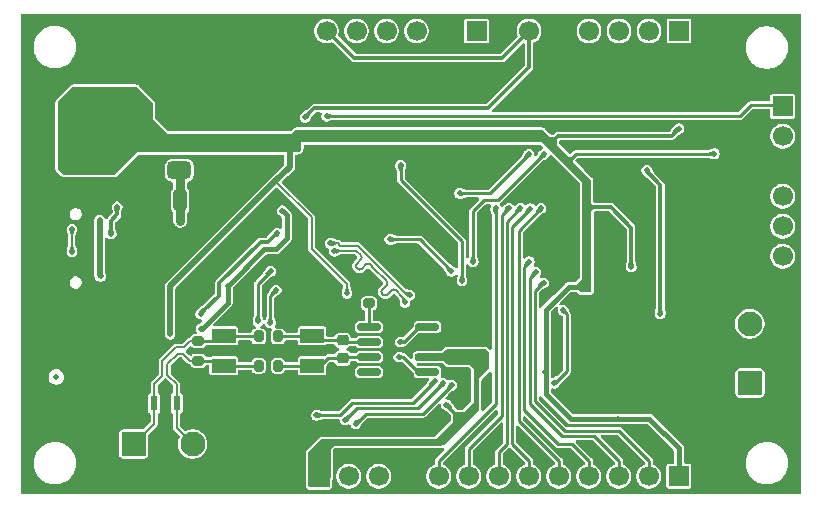
<source format=gbr>
%TF.GenerationSoftware,KiCad,Pcbnew,9.0.2*%
%TF.CreationDate,2025-09-25T10:32:18+03:00*%
%TF.ProjectId,uPIC46,75504943-3436-42e6-9b69-6361645f7063,V0*%
%TF.SameCoordinates,Original*%
%TF.FileFunction,Copper,L2,Bot*%
%TF.FilePolarity,Positive*%
%FSLAX46Y46*%
G04 Gerber Fmt 4.6, Leading zero omitted, Abs format (unit mm)*
G04 Created by KiCad (PCBNEW 9.0.2) date 2025-09-25 10:32:18*
%MOMM*%
%LPD*%
G01*
G04 APERTURE LIST*
G04 Aperture macros list*
%AMRoundRect*
0 Rectangle with rounded corners*
0 $1 Rounding radius*
0 $2 $3 $4 $5 $6 $7 $8 $9 X,Y pos of 4 corners*
0 Add a 4 corners polygon primitive as box body*
4,1,4,$2,$3,$4,$5,$6,$7,$8,$9,$2,$3,0*
0 Add four circle primitives for the rounded corners*
1,1,$1+$1,$2,$3*
1,1,$1+$1,$4,$5*
1,1,$1+$1,$6,$7*
1,1,$1+$1,$8,$9*
0 Add four rect primitives between the rounded corners*
20,1,$1+$1,$2,$3,$4,$5,0*
20,1,$1+$1,$4,$5,$6,$7,0*
20,1,$1+$1,$6,$7,$8,$9,0*
20,1,$1+$1,$8,$9,$2,$3,0*%
G04 Aperture macros list end*
%TA.AperFunction,SMDPad,CuDef*%
%ADD10C,0.500000*%
%TD*%
%TA.AperFunction,ComponentPad*%
%ADD11C,0.500000*%
%TD*%
%TA.AperFunction,ComponentPad*%
%ADD12RoundRect,0.250001X-0.799999X-0.799999X0.799999X-0.799999X0.799999X0.799999X-0.799999X0.799999X0*%
%TD*%
%TA.AperFunction,ComponentPad*%
%ADD13C,2.100000*%
%TD*%
%TA.AperFunction,ComponentPad*%
%ADD14R,1.700000X1.700000*%
%TD*%
%TA.AperFunction,ComponentPad*%
%ADD15C,1.700000*%
%TD*%
%TA.AperFunction,ComponentPad*%
%ADD16RoundRect,0.250001X0.799999X-0.799999X0.799999X0.799999X-0.799999X0.799999X-0.799999X-0.799999X0*%
%TD*%
%TA.AperFunction,SMDPad,CuDef*%
%ADD17R,2.000000X1.200000*%
%TD*%
%TA.AperFunction,SMDPad,CuDef*%
%ADD18RoundRect,0.250000X0.650000X-0.325000X0.650000X0.325000X-0.650000X0.325000X-0.650000X-0.325000X0*%
%TD*%
%TA.AperFunction,SMDPad,CuDef*%
%ADD19RoundRect,0.225000X0.250000X-0.225000X0.250000X0.225000X-0.250000X0.225000X-0.250000X-0.225000X0*%
%TD*%
%TA.AperFunction,SMDPad,CuDef*%
%ADD20RoundRect,0.200000X-0.275000X0.200000X-0.275000X-0.200000X0.275000X-0.200000X0.275000X0.200000X0*%
%TD*%
%TA.AperFunction,SMDPad,CuDef*%
%ADD21C,1.000000*%
%TD*%
%TA.AperFunction,SMDPad,CuDef*%
%ADD22RoundRect,0.250000X0.325000X0.650000X-0.325000X0.650000X-0.325000X-0.650000X0.325000X-0.650000X0*%
%TD*%
%TA.AperFunction,SMDPad,CuDef*%
%ADD23RoundRect,0.200000X-0.200000X-0.275000X0.200000X-0.275000X0.200000X0.275000X-0.200000X0.275000X0*%
%TD*%
%TA.AperFunction,SMDPad,CuDef*%
%ADD24RoundRect,0.150000X0.825000X0.150000X-0.825000X0.150000X-0.825000X-0.150000X0.825000X-0.150000X0*%
%TD*%
%TA.AperFunction,SMDPad,CuDef*%
%ADD25RoundRect,0.200000X0.275000X-0.200000X0.275000X0.200000X-0.275000X0.200000X-0.275000X-0.200000X0*%
%TD*%
%TA.AperFunction,SMDPad,CuDef*%
%ADD26RoundRect,0.375000X0.625000X0.375000X-0.625000X0.375000X-0.625000X-0.375000X0.625000X-0.375000X0*%
%TD*%
%TA.AperFunction,SMDPad,CuDef*%
%ADD27RoundRect,0.500000X0.500000X1.400000X-0.500000X1.400000X-0.500000X-1.400000X0.500000X-1.400000X0*%
%TD*%
%TA.AperFunction,SMDPad,CuDef*%
%ADD28R,0.600000X1.300000*%
%TD*%
%TA.AperFunction,ViaPad*%
%ADD29C,0.600000*%
%TD*%
%TA.AperFunction,ViaPad*%
%ADD30C,0.500000*%
%TD*%
%TA.AperFunction,ViaPad*%
%ADD31C,0.700000*%
%TD*%
%TA.AperFunction,Conductor*%
%ADD32C,0.200000*%
%TD*%
%TA.AperFunction,Conductor*%
%ADD33C,0.500000*%
%TD*%
%TA.AperFunction,Conductor*%
%ADD34C,0.450000*%
%TD*%
%TA.AperFunction,Conductor*%
%ADD35C,0.254000*%
%TD*%
%TA.AperFunction,Conductor*%
%ADD36C,0.300000*%
%TD*%
%TA.AperFunction,Conductor*%
%ADD37C,0.800000*%
%TD*%
G04 APERTURE END LIST*
D10*
%TO.P,FID3,*%
%TO.N,*%
X121080000Y-109040000D03*
%TD*%
D11*
%TO.P,,*%
%TO.N,3VP*%
X126700000Y-84900000D03*
%TD*%
D12*
%TO.P,J8,1,Pin_1*%
%TO.N,/CAN+*%
X127630000Y-114730000D03*
D13*
%TO.P,J8,2,Pin_2*%
%TO.N,/CAN-*%
X132630000Y-114730000D03*
%TD*%
D14*
%TO.P,J4,1,Pin_1*%
%TO.N,3VP*%
X173810000Y-79760000D03*
D15*
%TO.P,J4,2,Pin_2*%
%TO.N,RA1*%
X171270000Y-79760000D03*
%TO.P,J4,3,Pin_3*%
%TO.N,RA2*%
X168730000Y-79760000D03*
%TO.P,J4,4,Pin_4*%
%TO.N,RA3*%
X166190000Y-79760000D03*
%TO.P,J4,5,Pin_5*%
%TO.N,GND*%
X163650000Y-79760000D03*
%TO.P,J4,6,Pin_6*%
%TO.N,VBUS*%
X161110000Y-79760000D03*
%TD*%
D14*
%TO.P,J3,1,~{MCLR}/VPP*%
%TO.N,MCLR*%
X182580000Y-86130000D03*
D15*
%TO.P,J3,2,VDD*%
%TO.N,3VP*%
X182580000Y-88670000D03*
%TO.P,J3,3,VSS*%
%TO.N,GND*%
X182580000Y-91210000D03*
%TO.P,J3,4,PGD/ICSPDAT*%
%TO.N,PGD*%
X182580000Y-93750000D03*
%TO.P,J3,5,PGC/ICSPCLK*%
%TO.N,PGC*%
X182580000Y-96290000D03*
%TO.P,J3,6,PGM/LVP*%
%TO.N,unconnected-(J3-PGM{slash}LVP-Pad6)*%
X182580000Y-98830000D03*
%TD*%
D11*
%TO.P,,*%
%TO.N,3VP*%
X124166591Y-84900000D03*
%TD*%
D14*
%TO.P,J6,1,Pin_1*%
%TO.N,3VP*%
X156660000Y-79750000D03*
D15*
%TO.P,J6,2,Pin_2*%
%TO.N,GND*%
X154120000Y-79750000D03*
%TO.P,J6,3,Pin_3*%
%TO.N,RC5*%
X151580000Y-79750000D03*
%TO.P,J6,4,Pin_4*%
%TO.N,RC1*%
X149040000Y-79750000D03*
%TO.P,J6,5,Pin_5*%
%TO.N,RC2*%
X146500000Y-79750000D03*
%TO.P,J6,6,Pin_6*%
%TO.N,VBUS*%
X143960000Y-79750000D03*
%TD*%
D16*
%TO.P,J5,1,Pin_1*%
%TO.N,/R+*%
X179800000Y-109550000D03*
D13*
%TO.P,J5,2,Pin_2*%
%TO.N,/R-*%
X179800000Y-104550000D03*
%TD*%
D11*
%TO.P,,*%
%TO.N,3VP*%
X122650000Y-84900000D03*
%TD*%
%TO.P,,*%
%TO.N,3VP*%
X123350000Y-89050000D03*
%TD*%
%TO.P,,*%
%TO.N,3VP*%
X121950000Y-89050000D03*
%TD*%
%TO.P,,*%
%TO.N,3VP*%
X122650000Y-89900000D03*
%TD*%
%TO.P,,*%
%TO.N,3VP*%
X121950000Y-90750000D03*
%TD*%
%TO.P,,*%
%TO.N,3VP*%
X123350000Y-90750000D03*
%TD*%
D14*
%TO.P,J2,1,Pin_1*%
%TO.N,3VP*%
X173790000Y-117450000D03*
D15*
%TO.P,J2,2,Pin_2*%
%TO.N,PB2*%
X171250000Y-117450000D03*
%TO.P,J2,3,Pin_3*%
%TO.N,PB1*%
X168710000Y-117450000D03*
%TO.P,J2,4,Pin_4*%
%TO.N,PB0*%
X166170000Y-117450000D03*
%TO.P,J2,5,Pin_5*%
%TO.N,RA4*%
X163630000Y-117450000D03*
%TO.P,J2,6,Pin_6*%
%TO.N,RA5*%
X161090000Y-117450000D03*
%TO.P,J2,7,Pin_7*%
%TO.N,RE0*%
X158550000Y-117450000D03*
%TO.P,J2,8,Pin_8*%
%TO.N,RE1*%
X156010000Y-117450000D03*
%TO.P,J2,9,Pin_9*%
%TO.N,RE2*%
X153470000Y-117450000D03*
%TO.P,J2,10,Pin_10*%
%TO.N,GND*%
X150930000Y-117450000D03*
%TO.P,J2,11,Pin_11*%
%TO.N,RD5*%
X148390000Y-117450000D03*
%TO.P,J2,12,Pin_12*%
%TO.N,RD4*%
X145850000Y-117450000D03*
%TO.P,J2,13,Pin_13*%
%TO.N,3VP*%
X143310000Y-117450000D03*
%TO.P,J2,14,Pin_14*%
%TO.N,GND*%
X140770000Y-117450000D03*
%TD*%
D11*
%TO.P,,*%
%TO.N,3VP*%
X125450000Y-84900000D03*
%TD*%
D17*
%TO.P,L3,1*%
%TO.N,/CAN_P+*%
X142750000Y-105570000D03*
%TO.P,L3,2*%
%TO.N,/CAN_N-*%
X142750000Y-108110000D03*
%TO.P,L3,3*%
%TO.N,/CAN-*%
X135250000Y-108110000D03*
%TO.P,L3,4*%
%TO.N,/CAN+*%
X135250000Y-105570000D03*
%TD*%
D18*
%TO.P,C57,1*%
%TO.N,3VP*%
X156640000Y-107355000D03*
%TO.P,C57,2*%
%TO.N,GND*%
X156640000Y-104405000D03*
%TD*%
D19*
%TO.P,C59,1*%
%TO.N,/CAN_P+*%
X145320000Y-105955000D03*
%TO.P,C59,2*%
%TO.N,GND*%
X145320000Y-104405000D03*
%TD*%
%TO.P,C58,1*%
%TO.N,3VP*%
X154600000Y-107325000D03*
%TO.P,C58,2*%
%TO.N,GND*%
X154600000Y-105775000D03*
%TD*%
%TO.P,C62,1*%
%TO.N,GND*%
X145320000Y-109005000D03*
%TO.P,C62,2*%
%TO.N,/CAN_N-*%
X145320000Y-107455000D03*
%TD*%
D20*
%TO.P,R38,1*%
%TO.N,GND*%
X147540000Y-101175000D03*
%TO.P,R38,2*%
%TO.N,Net-(U9-Rs)*%
X147540000Y-102825000D03*
%TD*%
D18*
%TO.P,C18,1*%
%TO.N,3VP*%
X133940000Y-89175000D03*
%TO.P,C18,2*%
%TO.N,GND*%
X133940000Y-86225000D03*
%TD*%
%TO.P,C10,1*%
%TO.N,3VP*%
X138660000Y-89180000D03*
%TO.P,C10,2*%
%TO.N,GND*%
X138660000Y-86230000D03*
%TD*%
D21*
%TO.P,TP3,1,1*%
%TO.N,3VP*%
X140840000Y-89300000D03*
%TD*%
D22*
%TO.P,C16,1*%
%TO.N,VBUS*%
X131575000Y-94100000D03*
%TO.P,C16,2*%
%TO.N,GND*%
X128625000Y-94100000D03*
%TD*%
D23*
%TO.P,R31,1*%
%TO.N,/CAN+*%
X138215000Y-105620000D03*
%TO.P,R31,2*%
%TO.N,/CAN_P+*%
X139865000Y-105620000D03*
%TD*%
D24*
%TO.P,U9,1,D*%
%TO.N,CANTX*%
X152505000Y-104825000D03*
%TO.P,U9,2,GND*%
%TO.N,GND*%
X152505000Y-106095000D03*
%TO.P,U9,3,VCC*%
%TO.N,3VP*%
X152505000Y-107365000D03*
%TO.P,U9,4,R*%
%TO.N,CANRX*%
X152505000Y-108635000D03*
%TO.P,U9,5,Vref*%
%TO.N,unconnected-(U9-Vref-Pad5)*%
X147555000Y-108635000D03*
%TO.P,U9,6,CANL*%
%TO.N,/CAN_N-*%
X147555000Y-107365000D03*
%TO.P,U9,7,CANH*%
%TO.N,/CAN_P+*%
X147555000Y-106095000D03*
%TO.P,U9,8,Rs*%
%TO.N,Net-(U9-Rs)*%
X147555000Y-104825000D03*
%TD*%
D25*
%TO.P,R32,1*%
%TO.N,/CAN-*%
X133110000Y-107665000D03*
%TO.P,R32,2*%
%TO.N,/CAN+*%
X133110000Y-106015000D03*
%TD*%
D26*
%TO.P,U5,1,GND*%
%TO.N,GND*%
X131510000Y-86960000D03*
%TO.P,U5,2,VO*%
%TO.N,3VP*%
X131510000Y-89260000D03*
D27*
X125210000Y-89260000D03*
D26*
%TO.P,U5,3,VI*%
%TO.N,VBUS*%
X131510000Y-91560000D03*
%TD*%
D18*
%TO.P,C19,1*%
%TO.N,3VP*%
X136290000Y-89185000D03*
%TO.P,C19,2*%
%TO.N,GND*%
X136290000Y-86235000D03*
%TD*%
D28*
%TO.P,D6,1,C1*%
%TO.N,/CAN+*%
X129370000Y-111280000D03*
%TO.P,D6,2,C2*%
%TO.N,/CAN-*%
X131270000Y-111280000D03*
%TO.P,D6,3,C3*%
%TO.N,GND*%
X130320000Y-113380000D03*
%TD*%
D23*
%TO.P,R39,1*%
%TO.N,/CAN-*%
X138215000Y-108090000D03*
%TO.P,R39,2*%
%TO.N,/CAN_N-*%
X139865000Y-108090000D03*
%TD*%
D29*
%TO.N,GND*%
X170618509Y-113824512D03*
X155100000Y-95250000D03*
X140750000Y-115150000D03*
X131550000Y-84750000D03*
D30*
X144300000Y-96115000D03*
X145900000Y-103080000D03*
X136762500Y-97900000D03*
D29*
X125250000Y-82900000D03*
X141300000Y-86700000D03*
X152943380Y-85046300D03*
X127750000Y-108550000D03*
D30*
X149085000Y-107770000D03*
D29*
X126600000Y-98200000D03*
X130300000Y-114900000D03*
X145550000Y-83950000D03*
X175748240Y-93633204D03*
X127450000Y-82100000D03*
D30*
X157530000Y-109870000D03*
X146060000Y-113710000D03*
D29*
X139598834Y-91014079D03*
D30*
X151080000Y-100210000D03*
D29*
X120579255Y-98490233D03*
X129240727Y-106356570D03*
X125100000Y-94650000D03*
X140527818Y-110570585D03*
X164812003Y-102729666D03*
X119700000Y-85450000D03*
D30*
X154620000Y-110760000D03*
X163340000Y-108230000D03*
X161870000Y-97330000D03*
D29*
X154256661Y-83018803D03*
X144200000Y-94700000D03*
D30*
X153350000Y-112180000D03*
D29*
X174434469Y-103165575D03*
X134650000Y-83750000D03*
X133250000Y-83750000D03*
X139900000Y-100650000D03*
X124900000Y-80200000D03*
X155850000Y-84850000D03*
X121590301Y-101299773D03*
D30*
X176300000Y-91515000D03*
X169290000Y-103580000D03*
D29*
X140053696Y-99264901D03*
X120000000Y-90300000D03*
X122900000Y-106900000D03*
X167300000Y-91500000D03*
X128000000Y-91000000D03*
X139300000Y-83000000D03*
X125537267Y-101309494D03*
X159650000Y-85550000D03*
X163489867Y-104084208D03*
X172250000Y-83800000D03*
D30*
X180250000Y-92400000D03*
D29*
X130305242Y-109958420D03*
X174376085Y-113150983D03*
X164298199Y-83500566D03*
X169981926Y-108474897D03*
X121200000Y-94650000D03*
X138250000Y-117250000D03*
X174200000Y-108200000D03*
D30*
X154398716Y-104717842D03*
D29*
X136959721Y-90894477D03*
X172976176Y-110234506D03*
X129050000Y-90600000D03*
X145662165Y-90453160D03*
X125650000Y-107550000D03*
X141950000Y-83600000D03*
X152200000Y-116600000D03*
X140526814Y-104469193D03*
X126538591Y-100901187D03*
X157150000Y-101200000D03*
D30*
X137470000Y-92285000D03*
D29*
X172700000Y-91100000D03*
X181800000Y-105950000D03*
D30*
X148780000Y-98340000D03*
X170220000Y-82000000D03*
D29*
X139400000Y-80500000D03*
X129422181Y-91540437D03*
X140800000Y-81750000D03*
X174190836Y-99696476D03*
D30*
X148650000Y-83050000D03*
X135480000Y-91020000D03*
D29*
X147450000Y-85100000D03*
D30*
%TO.N,3VP*%
X169763610Y-99720000D03*
X127430000Y-89250000D03*
X147480000Y-88490000D03*
X176810000Y-90140000D03*
X168600000Y-112600000D03*
X130720000Y-105430000D03*
X158497852Y-88490000D03*
X162500000Y-108600000D03*
X173790000Y-88030000D03*
X160980000Y-88490000D03*
X165880000Y-101420000D03*
X145690000Y-101970000D03*
X154100000Y-111380000D03*
X156610000Y-111670000D03*
%TO.N,MCLR*%
X143970000Y-86970000D03*
%TO.N,VBUS*%
X142140000Y-87070000D03*
X135590000Y-101360000D03*
D31*
X131590000Y-95810000D03*
D30*
X133365000Y-104965000D03*
X140220000Y-94980000D03*
%TO.N,D-*%
X122400000Y-96550000D03*
X122410000Y-98430000D03*
%TO.N,Net-(FB1-Pad2)*%
X124830000Y-100530000D03*
X124750000Y-95750000D03*
%TO.N,/CC1*%
X126240000Y-94640000D03*
X125730000Y-96950000D03*
%TO.N,Net-(U4-VCCIO)*%
X139800000Y-96890000D03*
X133300000Y-103710000D03*
%TO.N,UART_RX*%
X151010000Y-102110000D03*
X144290000Y-97730000D03*
%TO.N,UART_TX*%
X150610000Y-102740000D03*
X144620000Y-98400000D03*
%TO.N,ESDA*%
X154540000Y-100100000D03*
X149320000Y-97400000D03*
%TO.N,PB0*%
X161130000Y-99280000D03*
%TO.N,PB1*%
X161690000Y-100170000D03*
%TO.N,PB2*%
X162340000Y-101080000D03*
%TO.N,RE2*%
X158280000Y-94770000D03*
%TO.N,RE1*%
X159400000Y-94730000D03*
%TO.N,RE0*%
X160370000Y-94750000D03*
%TO.N,RA4*%
X162130000Y-94780000D03*
%TO.N,RA5*%
X161220000Y-94790000D03*
%TO.N,RA0*%
X172230000Y-103680000D03*
X171080000Y-91560000D03*
%TO.N,SO*%
X153840000Y-109560000D03*
X145550000Y-112700000D03*
%TO.N,CS*%
X154570000Y-109730000D03*
X146430000Y-113010000D03*
%TO.N,SCK*%
X143110000Y-112290000D03*
X153110000Y-109400000D03*
%TO.N,CANTX*%
X150170000Y-106090000D03*
%TO.N,CANRX*%
X150080000Y-107350000D03*
%TO.N,RE *%
X163240000Y-109580000D03*
X163970000Y-103400000D03*
%TO.N,RC5*%
X150240000Y-91120000D03*
X155440000Y-100920000D03*
%TO.N,Net-(D5-K)*%
X138160000Y-104350000D03*
X139230000Y-100100000D03*
%TO.N,Net-(D7-K)*%
X139210000Y-104480000D03*
X139700000Y-101700000D03*
%TO.N,LED2*%
X162380000Y-90180000D03*
X156380000Y-99290000D03*
%TO.N,LED1*%
X155230000Y-93510000D03*
X161100000Y-90190000D03*
%TD*%
D32*
%TO.N,D-*%
X122400000Y-98420000D02*
X122410000Y-98430000D01*
X122400000Y-96550000D02*
X122400000Y-98420000D01*
D33*
%TO.N,3VP*%
X130710000Y-105420000D02*
X130710000Y-101360000D01*
D34*
X173800000Y-117440000D02*
X173790000Y-117450000D01*
D35*
X152505000Y-107365000D02*
X154560000Y-107365000D01*
X143320000Y-117440000D02*
X143310000Y-117450000D01*
D36*
X154100000Y-111380000D02*
X155460000Y-112740000D01*
D35*
X143320000Y-115900000D02*
X143320000Y-117440000D01*
D32*
X142690000Y-98190000D02*
X142690000Y-95540000D01*
D35*
X154560000Y-107365000D02*
X154600000Y-107325000D01*
D33*
X130710000Y-101360000D02*
X139610000Y-92460000D01*
X165880000Y-101420000D02*
X165880000Y-94670000D01*
D34*
X162520000Y-110490000D02*
X164630000Y-112600000D01*
D33*
X162795000Y-89405000D02*
X164310000Y-90920000D01*
D35*
X156640000Y-107355000D02*
X154630000Y-107355000D01*
X156640000Y-107355000D02*
X156640000Y-111620000D01*
D34*
X162500000Y-108600000D02*
X162520000Y-108580000D01*
D33*
X130720000Y-105430000D02*
X130710000Y-105420000D01*
D36*
X168040000Y-94670000D02*
X165880000Y-94670000D01*
D32*
X145690000Y-101190000D02*
X142690000Y-98190000D01*
D35*
X155460000Y-112800000D02*
X153550000Y-114710000D01*
D33*
X140840000Y-89300000D02*
X141650000Y-88490000D01*
D35*
X165090000Y-90140000D02*
X164310000Y-90920000D01*
D33*
X140840000Y-89300000D02*
X140840000Y-91230000D01*
D35*
X145690000Y-88500000D02*
X145700000Y-88490000D01*
D34*
X162520000Y-108620000D02*
X162520000Y-110490000D01*
D36*
X162795000Y-89405000D02*
X163570000Y-88630000D01*
D33*
X141650000Y-88490000D02*
X145700000Y-88490000D01*
D34*
X162520000Y-103360000D02*
X164460000Y-101420000D01*
X162520000Y-108580000D02*
X162520000Y-103360000D01*
D36*
X173180000Y-88620000D02*
X173760000Y-88040000D01*
D33*
X140840000Y-91230000D02*
X139610000Y-92460000D01*
D34*
X162500000Y-108600000D02*
X162520000Y-108620000D01*
X171300000Y-112600000D02*
X173800000Y-115100000D01*
D35*
X154630000Y-107355000D02*
X154600000Y-107325000D01*
D34*
X164460000Y-101420000D02*
X165880000Y-101420000D01*
D33*
X145700000Y-88490000D02*
X161880000Y-88490000D01*
D32*
X142690000Y-95540000D02*
X139610000Y-92460000D01*
D33*
X161880000Y-88490000D02*
X162795000Y-89405000D01*
X165880000Y-94670000D02*
X165880000Y-92490000D01*
D35*
X156640000Y-111620000D02*
X155460000Y-112800000D01*
D36*
X155460000Y-112740000D02*
X155460000Y-112800000D01*
X169763610Y-99720000D02*
X169763610Y-96393610D01*
D35*
X144510000Y-114710000D02*
X143320000Y-115900000D01*
D34*
X168600000Y-112600000D02*
X171300000Y-112600000D01*
D33*
X165880000Y-92490000D02*
X164310000Y-90920000D01*
D35*
X176810000Y-90140000D02*
X165090000Y-90140000D01*
D36*
X163570000Y-88620000D02*
X173180000Y-88620000D01*
D35*
X153550000Y-114710000D02*
X144510000Y-114710000D01*
D34*
X164630000Y-112600000D02*
X168600000Y-112600000D01*
D32*
X145690000Y-101970000D02*
X145690000Y-101190000D01*
D34*
X173800000Y-115100000D02*
X173800000Y-117440000D01*
D36*
X169763610Y-96393610D02*
X168040000Y-94670000D01*
D35*
%TO.N,MCLR*%
X143970000Y-86970000D02*
X178940000Y-86970000D01*
X178940000Y-86970000D02*
X179880000Y-86030000D01*
X179880000Y-86030000D02*
X182410000Y-86030000D01*
X182410000Y-86030000D02*
X182610000Y-85830000D01*
D37*
%TO.N,VBUS*%
X131590000Y-95810000D02*
X131590000Y-94115000D01*
D34*
X133365000Y-104965000D02*
X133385000Y-104965000D01*
D36*
X144040000Y-79750000D02*
X146310000Y-82020000D01*
D34*
X133385000Y-104965000D02*
X135590000Y-102760000D01*
X138690000Y-98230000D02*
X139650000Y-98230000D01*
X135590000Y-101330000D02*
X138690000Y-98230000D01*
D36*
X143960000Y-79750000D02*
X144040000Y-79750000D01*
X146310000Y-82020000D02*
X158850000Y-82020000D01*
D34*
X140590000Y-97290000D02*
X140590000Y-95370000D01*
D37*
X131575000Y-91625000D02*
X131510000Y-91560000D01*
D36*
X158850000Y-82020000D02*
X161110000Y-79760000D01*
X142140000Y-87070000D02*
X142150000Y-87060000D01*
X157650000Y-86300000D02*
X161110000Y-82840000D01*
D37*
X131590000Y-94115000D02*
X131575000Y-94100000D01*
D36*
X142910000Y-86300000D02*
X157650000Y-86300000D01*
D34*
X140250000Y-95030000D02*
X140250000Y-94970000D01*
X140590000Y-95370000D02*
X140250000Y-95030000D01*
D36*
X135590000Y-101360000D02*
X135590000Y-101330000D01*
D34*
X139650000Y-98230000D02*
X140590000Y-97290000D01*
D36*
X142140000Y-87070000D02*
X142910000Y-86300000D01*
D34*
X135590000Y-102760000D02*
X135590000Y-101360000D01*
D37*
X131575000Y-94100000D02*
X131575000Y-91625000D01*
D36*
X161110000Y-82840000D02*
X161110000Y-79760000D01*
D33*
%TO.N,Net-(FB1-Pad2)*%
X124750000Y-95750000D02*
X124750000Y-100450000D01*
X124750000Y-100450000D02*
X124830000Y-100530000D01*
D36*
%TO.N,/CC1*%
X125730000Y-96950000D02*
X125720000Y-96940000D01*
X126240000Y-95290000D02*
X126240000Y-94640000D01*
X125720000Y-96940000D02*
X125720000Y-95810000D01*
X125720000Y-95810000D02*
X126240000Y-95290000D01*
%TO.N,Net-(U4-VCCIO)*%
X139000000Y-97600000D02*
X139750000Y-96850000D01*
X133610000Y-103400000D02*
X133610000Y-103390000D01*
X133610000Y-103390000D02*
X134850000Y-102150000D01*
X138380000Y-97600000D02*
X139000000Y-97600000D01*
X134850000Y-101130000D02*
X138380000Y-97600000D01*
X133300000Y-103710000D02*
X133610000Y-103400000D01*
X134850000Y-102150000D02*
X134850000Y-101130000D01*
D32*
%TO.N,UART_RX*%
X146640000Y-97950000D02*
X150800000Y-102110000D01*
X145140000Y-97950000D02*
X146640000Y-97950000D01*
X144290000Y-97730000D02*
X144920000Y-97730000D01*
X144920000Y-97730000D02*
X145140000Y-97950000D01*
X150800000Y-102110000D02*
X151010000Y-102110000D01*
%TO.N,UART_TX*%
X147634410Y-99524409D02*
X147719264Y-99609264D01*
X147719264Y-99609264D02*
X147921626Y-99811626D01*
X149106581Y-102071382D02*
X149474276Y-101703686D01*
X149898541Y-101788541D02*
X150302917Y-102192917D01*
X150610000Y-102500000D02*
X150610000Y-102740000D01*
X150302917Y-102192917D02*
X150610000Y-102500000D01*
X149813687Y-101703686D02*
X149898541Y-101788541D01*
X146503040Y-99807253D02*
X146587892Y-99892105D01*
X144620000Y-98400000D02*
X144660000Y-98360000D01*
X146870736Y-99100147D02*
X146503040Y-99467842D01*
X144660000Y-98360000D02*
X146470000Y-98360000D01*
X149050013Y-101279424D02*
X148682317Y-101647119D01*
X146470000Y-98360000D02*
X146870736Y-98760736D01*
X148682317Y-101986530D02*
X148767169Y-102071382D01*
X146927304Y-99892105D02*
X147294999Y-99524409D01*
X147921626Y-99811626D02*
X149050013Y-100940013D01*
X149474276Y-101703686D02*
G75*
G02*
X149813687Y-101703685I169706J-169707D01*
G01*
X148767169Y-102071382D02*
G75*
G03*
X149106581Y-102071382I169706J169704D01*
G01*
X146870736Y-98760736D02*
G75*
G02*
X146870695Y-99100106I-169736J-169664D01*
G01*
X147294999Y-99524409D02*
G75*
G02*
X147634410Y-99524408I169706J-169707D01*
G01*
X146587892Y-99892105D02*
G75*
G03*
X146927304Y-99892105I169706J169704D01*
G01*
X148682317Y-101647119D02*
G75*
G03*
X148682341Y-101986505I169683J-169681D01*
G01*
X146503040Y-99467842D02*
G75*
G03*
X146503087Y-99807205I169660J-169658D01*
G01*
X149050013Y-100940013D02*
G75*
G02*
X149049995Y-101279405I-169713J-169687D01*
G01*
D35*
%TO.N,ESDA*%
X149320000Y-97400000D02*
X151840000Y-97400000D01*
X151840000Y-97400000D02*
X154540000Y-100100000D01*
%TO.N,/CAN_P+*%
X143135000Y-105955000D02*
X142750000Y-105570000D01*
X145460000Y-106095000D02*
X145320000Y-105955000D01*
X147555000Y-106095000D02*
X145460000Y-106095000D01*
X145320000Y-105955000D02*
X143135000Y-105955000D01*
X142700000Y-105620000D02*
X142750000Y-105570000D01*
X139865000Y-105620000D02*
X142700000Y-105620000D01*
%TO.N,PB0*%
X161130000Y-99280000D02*
X160704000Y-99706000D01*
X166180000Y-116140000D02*
X166180000Y-117440000D01*
X166180000Y-117440000D02*
X166170000Y-117450000D01*
X164780000Y-114740000D02*
X166180000Y-116140000D01*
X160704000Y-99706000D02*
X160704000Y-111844000D01*
X163600000Y-114740000D02*
X164780000Y-114740000D01*
X160704000Y-111844000D02*
X163600000Y-114740000D01*
%TO.N,PB1*%
X163930000Y-114070000D02*
X166650000Y-114070000D01*
X168710000Y-116150000D02*
X168710000Y-117450000D01*
X168720000Y-116140000D02*
X168710000Y-116150000D01*
X166650000Y-114070000D02*
X168720000Y-116140000D01*
X161158000Y-111298000D02*
X163930000Y-114070000D01*
X161158000Y-100702000D02*
X161158000Y-111298000D01*
X161690000Y-100170000D02*
X161158000Y-100702000D01*
%TO.N,PB2*%
X169950000Y-114820000D02*
X169950000Y-114830000D01*
X162340000Y-101080000D02*
X162262000Y-101080000D01*
X169950000Y-114830000D02*
X171260000Y-116140000D01*
X161612000Y-101730000D02*
X161612000Y-111109948D01*
X164118052Y-113616000D02*
X168746000Y-113616000D01*
X161612000Y-111109948D02*
X164118052Y-113616000D01*
X168746000Y-113616000D02*
X169950000Y-114820000D01*
X162262000Y-101080000D02*
X161612000Y-101730000D01*
X171260000Y-117440000D02*
X171250000Y-117450000D01*
X171260000Y-116140000D02*
X171260000Y-117440000D01*
%TO.N,RE2*%
X153480000Y-116140000D02*
X153480000Y-117440000D01*
X153480000Y-117440000D02*
X153470000Y-117450000D01*
X158280000Y-94770000D02*
X158280000Y-111340000D01*
X158280000Y-111340000D02*
X153480000Y-116140000D01*
%TO.N,RE1*%
X158780000Y-95350000D02*
X159400000Y-94730000D01*
X158780000Y-112360000D02*
X158780000Y-95350000D01*
X156010000Y-117450000D02*
X156010000Y-115130000D01*
X156010000Y-115130000D02*
X158780000Y-112360000D01*
X156010000Y-117450000D02*
X156210000Y-117250000D01*
%TO.N,RE0*%
X159234000Y-95886000D02*
X159234000Y-114746000D01*
X160370000Y-94750000D02*
X159234000Y-95886000D01*
X158560000Y-117440000D02*
X158550000Y-117450000D01*
X159234000Y-114746000D02*
X158560000Y-115420000D01*
X158560000Y-115420000D02*
X158560000Y-117440000D01*
%TO.N,RA4*%
X160250000Y-112750000D02*
X163640000Y-116140000D01*
X162130000Y-94780000D02*
X160250000Y-96660000D01*
X163640000Y-117440000D02*
X163630000Y-117450000D01*
X163640000Y-116140000D02*
X163640000Y-117440000D01*
X160250000Y-96660000D02*
X160250000Y-112750000D01*
%TO.N,RA5*%
X161100000Y-117440000D02*
X161090000Y-117450000D01*
X161220000Y-94790000D02*
X159690000Y-96320000D01*
X161100000Y-116140000D02*
X161100000Y-117440000D01*
X159690000Y-96320000D02*
X159690000Y-114730000D01*
X159690000Y-114730000D02*
X161100000Y-116140000D01*
D36*
%TO.N,RA0*%
X172230000Y-103680000D02*
X172230000Y-92800000D01*
X172230000Y-92800000D02*
X171080000Y-91650000D01*
D35*
%TO.N,/CAN_N-*%
X142730000Y-108090000D02*
X142750000Y-108110000D01*
X145410000Y-107365000D02*
X145320000Y-107455000D01*
X139865000Y-108090000D02*
X142730000Y-108090000D01*
X145320000Y-107455000D02*
X144105000Y-107455000D01*
X144105000Y-107455000D02*
X143450000Y-108110000D01*
X147555000Y-107365000D02*
X145410000Y-107365000D01*
X143450000Y-108110000D02*
X142750000Y-108110000D01*
%TO.N,Net-(U9-Rs)*%
X147540000Y-102825000D02*
X147540000Y-104810000D01*
X147540000Y-104810000D02*
X147555000Y-104825000D01*
%TO.N,SO*%
X151696000Y-111704000D02*
X153840000Y-109560000D01*
X145550000Y-112700000D02*
X146546000Y-111704000D01*
X146546000Y-111704000D02*
X151696000Y-111704000D01*
%TO.N,CS*%
X152130000Y-112170000D02*
X154570000Y-109730000D01*
X146430000Y-113010000D02*
X147270000Y-112170000D01*
X147270000Y-112170000D02*
X152130000Y-112170000D01*
%TO.N,SCK*%
X151260000Y-111250000D02*
X153110000Y-109400000D01*
X143110000Y-112290000D02*
X145090000Y-112290000D01*
X145090000Y-112290000D02*
X146130000Y-111250000D01*
X146130000Y-111250000D02*
X151260000Y-111250000D01*
%TO.N,CANTX*%
X150510000Y-106090000D02*
X150170000Y-106090000D01*
X151775000Y-104825000D02*
X150510000Y-106090000D01*
X152505000Y-104825000D02*
X151775000Y-104825000D01*
%TO.N,CANRX*%
X150440000Y-107350000D02*
X150080000Y-107350000D01*
X151725000Y-108635000D02*
X150440000Y-107350000D01*
X152505000Y-108635000D02*
X151725000Y-108635000D01*
%TO.N,RE *%
X163310000Y-109580000D02*
X163240000Y-109580000D01*
X163970000Y-103400000D02*
X164310000Y-103740000D01*
X164310000Y-103740000D02*
X164310000Y-108580000D01*
X164310000Y-108580000D02*
X163310000Y-109580000D01*
D32*
%TO.N,/CAN+*%
X132397499Y-106015000D02*
X131862499Y-106550000D01*
X130045000Y-108965000D02*
X129370000Y-109640000D01*
D35*
X134805000Y-106015000D02*
X133110000Y-106015000D01*
D32*
X131185794Y-106550000D02*
X130045000Y-107690794D01*
X129370000Y-112990000D02*
X127630000Y-114730000D01*
X129370000Y-111280000D02*
X129370000Y-112990000D01*
X131862499Y-106550000D02*
X131185794Y-106550000D01*
D35*
X135250000Y-105570000D02*
X134805000Y-106015000D01*
X138215000Y-105620000D02*
X135300000Y-105620000D01*
D32*
X129370000Y-109640000D02*
X129370000Y-112260000D01*
X133110000Y-106015000D02*
X132397499Y-106015000D01*
X130045000Y-107690794D02*
X130045000Y-108965000D01*
D35*
X135300000Y-105620000D02*
X135250000Y-105570000D01*
D32*
%TO.N,/CAN-*%
X130495000Y-108865000D02*
X130495000Y-107917001D01*
X131797499Y-107065000D02*
X132397499Y-107665000D01*
X131270000Y-109990000D02*
X131270000Y-109640000D01*
X130495000Y-107917001D02*
X131347000Y-107065000D01*
X131270000Y-111280000D02*
X131270000Y-113370000D01*
X131347000Y-107065000D02*
X131797499Y-107065000D01*
D35*
X135270000Y-108090000D02*
X135250000Y-108110000D01*
D32*
X132397499Y-107665000D02*
X133110000Y-107665000D01*
D35*
X138215000Y-108090000D02*
X135270000Y-108090000D01*
D32*
X131270000Y-109990000D02*
X131270000Y-112080000D01*
X131270000Y-113370000D02*
X132630000Y-114730000D01*
X131270000Y-109640000D02*
X130495000Y-108865000D01*
D35*
X134805000Y-107665000D02*
X133110000Y-107665000D01*
X135250000Y-108110000D02*
X134805000Y-107665000D01*
%TO.N,RC5*%
X155440000Y-100920000D02*
X155440000Y-97570000D01*
X155440000Y-97570000D02*
X150240000Y-92370000D01*
X150240000Y-92370000D02*
X150240000Y-91100000D01*
%TO.N,Net-(D5-K)*%
X138160000Y-104350000D02*
X138160000Y-101170000D01*
X138160000Y-101170000D02*
X139230000Y-100100000D01*
%TO.N,Net-(D7-K)*%
X139210000Y-104480000D02*
X139210000Y-102190000D01*
X139210000Y-102190000D02*
X139700000Y-101700000D01*
%TO.N,LED2*%
X156380000Y-94990000D02*
X156380000Y-99290000D01*
X158470000Y-94090000D02*
X157280000Y-94090000D01*
X162380000Y-90180000D02*
X158470000Y-94090000D01*
X157280000Y-94090000D02*
X156380000Y-94990000D01*
%TO.N,LED1*%
X161100000Y-90190000D02*
X157780000Y-93510000D01*
X157780000Y-93510000D02*
X155240000Y-93510000D01*
%TD*%
%TA.AperFunction,Conductor*%
%TO.N,GND*%
G36*
X157871834Y-108601301D02*
G01*
X157927767Y-108643173D01*
X157952184Y-108708637D01*
X157952500Y-108717483D01*
X157952500Y-111152983D01*
X157932815Y-111220022D01*
X157916181Y-111240664D01*
X157287181Y-111869664D01*
X157225858Y-111903149D01*
X157156166Y-111898165D01*
X157100233Y-111856293D01*
X157075816Y-111790829D01*
X157075500Y-111781983D01*
X157075500Y-109346482D01*
X157095185Y-109279443D01*
X157111819Y-109258801D01*
X157740819Y-108629802D01*
X157802142Y-108596317D01*
X157871834Y-108601301D01*
G37*
%TD.AperFunction*%
%TA.AperFunction,Conductor*%
G36*
X153820557Y-107895185D02*
G01*
X153841199Y-107911819D01*
X154048365Y-108118986D01*
X154048366Y-108118987D01*
X154064716Y-108133674D01*
X154064730Y-108133686D01*
X154064738Y-108133693D01*
X154073136Y-108140460D01*
X154085379Y-108150327D01*
X154156424Y-108187490D01*
X154223456Y-108207173D01*
X154223458Y-108207173D01*
X154223464Y-108207175D01*
X154281362Y-108215500D01*
X155943518Y-108215500D01*
X155972958Y-108224144D01*
X156002945Y-108230668D01*
X156007960Y-108234422D01*
X156010557Y-108235185D01*
X156031199Y-108251819D01*
X156178181Y-108398801D01*
X156211666Y-108460124D01*
X156214500Y-108486482D01*
X156214500Y-111053518D01*
X156194815Y-111120557D01*
X156178181Y-111141199D01*
X155551199Y-111768181D01*
X155489876Y-111801666D01*
X155463518Y-111804500D01*
X155071544Y-111804500D01*
X155004505Y-111784815D01*
X154983863Y-111768181D01*
X154739139Y-111523457D01*
X154722786Y-111503250D01*
X154486652Y-111139114D01*
X154486648Y-111139109D01*
X154484279Y-111136698D01*
X154465344Y-111111796D01*
X154460489Y-111103387D01*
X154376613Y-111019511D01*
X154376612Y-111019510D01*
X154321922Y-110987935D01*
X154273886Y-110960201D01*
X154159309Y-110929500D01*
X154133016Y-110929500D01*
X154065977Y-110909815D01*
X154020222Y-110857011D01*
X154010278Y-110787853D01*
X154039303Y-110724297D01*
X154045335Y-110717819D01*
X154217136Y-110546018D01*
X154407747Y-110355406D01*
X154433102Y-110335890D01*
X154801446Y-110121764D01*
X154806488Y-110118735D01*
X154807070Y-110118374D01*
X154809266Y-110116258D01*
X154833287Y-110098181D01*
X154846613Y-110090489D01*
X154930489Y-110006613D01*
X154989799Y-109903886D01*
X155020500Y-109789309D01*
X155020500Y-109670691D01*
X154989799Y-109556114D01*
X154930489Y-109453387D01*
X154846613Y-109369511D01*
X154743886Y-109310201D01*
X154629309Y-109279500D01*
X154510691Y-109279500D01*
X154430151Y-109301080D01*
X154396109Y-109310202D01*
X154396108Y-109310203D01*
X154368390Y-109326206D01*
X154300490Y-109342677D01*
X154234463Y-109319824D01*
X154206479Y-109289036D01*
X154205437Y-109289836D01*
X154200491Y-109283390D01*
X154200489Y-109283387D01*
X154116613Y-109199511D01*
X154013886Y-109140201D01*
X153899309Y-109109500D01*
X153780691Y-109109500D01*
X153780688Y-109109500D01*
X153775477Y-109110186D01*
X153706442Y-109099420D01*
X153654186Y-109053039D01*
X153635302Y-108985770D01*
X153647893Y-108932786D01*
X153670573Y-108886392D01*
X153680500Y-108818260D01*
X153680500Y-108451739D01*
X153671939Y-108392982D01*
X153670573Y-108383607D01*
X153619198Y-108278517D01*
X153619196Y-108278515D01*
X153619196Y-108278514D01*
X153536485Y-108195803D01*
X153431391Y-108144426D01*
X153363261Y-108134500D01*
X153363260Y-108134500D01*
X151739017Y-108134500D01*
X151709576Y-108125855D01*
X151679590Y-108119332D01*
X151674574Y-108115577D01*
X151671978Y-108114815D01*
X151651336Y-108098181D01*
X151640336Y-108087181D01*
X151606851Y-108025858D01*
X151611835Y-107956166D01*
X151653707Y-107900233D01*
X151719171Y-107875816D01*
X151728017Y-107875500D01*
X153753518Y-107875500D01*
X153820557Y-107895185D01*
G37*
%TD.AperFunction*%
%TA.AperFunction,Conductor*%
G36*
X163461804Y-103122455D02*
G01*
X163517738Y-103164326D01*
X163542155Y-103229791D01*
X163538246Y-103270730D01*
X163523283Y-103326574D01*
X163519500Y-103340691D01*
X163519500Y-103459309D01*
X163550201Y-103573886D01*
X163609511Y-103676613D01*
X163693387Y-103760489D01*
X163753785Y-103795360D01*
X163765234Y-103803040D01*
X163771876Y-103805805D01*
X163778818Y-103809813D01*
X163796113Y-103819799D01*
X163806696Y-103822634D01*
X163814461Y-103824714D01*
X163830027Y-103830014D01*
X163862718Y-103843623D01*
X163906158Y-103861707D01*
X163960482Y-103905644D01*
X163982429Y-103971978D01*
X163982500Y-103976183D01*
X163982500Y-108392982D01*
X163962815Y-108460021D01*
X163946181Y-108480663D01*
X163445117Y-108981726D01*
X163408660Y-109006970D01*
X163120724Y-109137580D01*
X163051540Y-109147347D01*
X162988059Y-109118161D01*
X162950434Y-109059286D01*
X162945500Y-109024655D01*
X162945500Y-108677969D01*
X162950500Y-108659309D01*
X162950500Y-108540691D01*
X162945500Y-108522030D01*
X162945500Y-103587609D01*
X162965185Y-103520570D01*
X162981819Y-103499928D01*
X163155173Y-103326574D01*
X163330792Y-103150954D01*
X163392113Y-103117471D01*
X163461804Y-103122455D01*
G37*
%TD.AperFunction*%
%TA.AperFunction,Conductor*%
G36*
X162976928Y-90240110D02*
G01*
X163015797Y-90266417D01*
X165388181Y-92638801D01*
X165421666Y-92700124D01*
X165424500Y-92726482D01*
X165424500Y-100583518D01*
X165404815Y-100650557D01*
X165388181Y-100671199D01*
X165101199Y-100958181D01*
X165039876Y-100991666D01*
X165013518Y-100994500D01*
X164403981Y-100994500D01*
X164310626Y-101019513D01*
X164310627Y-101019514D01*
X164295764Y-101023496D01*
X164295760Y-101023498D01*
X164198740Y-101079513D01*
X164198734Y-101079517D01*
X164155136Y-101123116D01*
X164119515Y-101158737D01*
X164119513Y-101158739D01*
X163182752Y-102095500D01*
X162241296Y-103036955D01*
X162241295Y-103036955D01*
X162241296Y-103036956D01*
X162179514Y-103098738D01*
X162179513Y-103098740D01*
X162170887Y-103113681D01*
X162120320Y-103161897D01*
X162051713Y-103175119D01*
X161986848Y-103149151D01*
X161946320Y-103092237D01*
X161939500Y-103051681D01*
X161939500Y-101917016D01*
X161948144Y-101887575D01*
X161954668Y-101857589D01*
X161958422Y-101852573D01*
X161959185Y-101849977D01*
X161975815Y-101829339D01*
X162131348Y-101673805D01*
X162169260Y-101647913D01*
X162185741Y-101640691D01*
X162488240Y-101508134D01*
X162505914Y-101501935D01*
X162513882Y-101499800D01*
X162513881Y-101499800D01*
X162513886Y-101499799D01*
X162528805Y-101491184D01*
X162541025Y-101485003D01*
X162548632Y-101481671D01*
X162564456Y-101473911D01*
X162566222Y-101472949D01*
X162571646Y-101469887D01*
X162571657Y-101469875D01*
X162577639Y-101465482D01*
X162577704Y-101465570D01*
X162593569Y-101453792D01*
X162616613Y-101440489D01*
X162700489Y-101356613D01*
X162759799Y-101253886D01*
X162790500Y-101139309D01*
X162790500Y-101020691D01*
X162759799Y-100906114D01*
X162700489Y-100803387D01*
X162616613Y-100719511D01*
X162513886Y-100660201D01*
X162399309Y-100629500D01*
X162280691Y-100629500D01*
X162163404Y-100660927D01*
X162093554Y-100659264D01*
X162035692Y-100620101D01*
X162008188Y-100555873D01*
X162019775Y-100486971D01*
X162043628Y-100453473D01*
X162050489Y-100446613D01*
X162109799Y-100343886D01*
X162140500Y-100229309D01*
X162140500Y-100110691D01*
X162109799Y-99996114D01*
X162050489Y-99893387D01*
X161966613Y-99809511D01*
X161863886Y-99750201D01*
X161749309Y-99719500D01*
X161630691Y-99719500D01*
X161630689Y-99719500D01*
X161626469Y-99720056D01*
X161622904Y-99719500D01*
X161622564Y-99719500D01*
X161622564Y-99719446D01*
X161557434Y-99709288D01*
X161505180Y-99662907D01*
X161486296Y-99595637D01*
X161502901Y-99535115D01*
X161549796Y-99453891D01*
X161549797Y-99453890D01*
X161549797Y-99453888D01*
X161549799Y-99453886D01*
X161580500Y-99339309D01*
X161580500Y-99220691D01*
X161549799Y-99106114D01*
X161490489Y-99003387D01*
X161406613Y-98919511D01*
X161303886Y-98860201D01*
X161189309Y-98829500D01*
X161070691Y-98829500D01*
X160956114Y-98860201D01*
X160956112Y-98860201D01*
X160956112Y-98860202D01*
X160853387Y-98919511D01*
X160789181Y-98983717D01*
X160727857Y-99017201D01*
X160658166Y-99012216D01*
X160602232Y-98970345D01*
X160577816Y-98904880D01*
X160577500Y-98896035D01*
X160577500Y-96847016D01*
X160597185Y-96779977D01*
X160613814Y-96759340D01*
X161967747Y-95405406D01*
X161993102Y-95385890D01*
X162310108Y-95201608D01*
X162361436Y-95171770D01*
X162366481Y-95168739D01*
X162366488Y-95168735D01*
X162367070Y-95168374D01*
X162369266Y-95166258D01*
X162393287Y-95148181D01*
X162406613Y-95140489D01*
X162490489Y-95056613D01*
X162549799Y-94953886D01*
X162580500Y-94839309D01*
X162580500Y-94720691D01*
X162549799Y-94606114D01*
X162490489Y-94503387D01*
X162406613Y-94419511D01*
X162303886Y-94360201D01*
X162189309Y-94329500D01*
X162070691Y-94329500D01*
X161956114Y-94360201D01*
X161956112Y-94360201D01*
X161956112Y-94360202D01*
X161853387Y-94419510D01*
X161769507Y-94503390D01*
X161769171Y-94503829D01*
X161768793Y-94504104D01*
X161763764Y-94509134D01*
X161762979Y-94508349D01*
X161712740Y-94545028D01*
X161642994Y-94549178D01*
X161583119Y-94516017D01*
X161496615Y-94429513D01*
X161496613Y-94429511D01*
X161393886Y-94370201D01*
X161279309Y-94339500D01*
X161160691Y-94339500D01*
X161046114Y-94370201D01*
X161046112Y-94370201D01*
X161046112Y-94370202D01*
X160943387Y-94429511D01*
X160943383Y-94429514D01*
X160902678Y-94470218D01*
X160841354Y-94503702D01*
X160771663Y-94498716D01*
X160727318Y-94470216D01*
X160646615Y-94389513D01*
X160646613Y-94389511D01*
X160543886Y-94330201D01*
X160429309Y-94299500D01*
X160310691Y-94299500D01*
X160196114Y-94330201D01*
X160196112Y-94330201D01*
X160196112Y-94330202D01*
X160093387Y-94389510D01*
X160009510Y-94473387D01*
X159999474Y-94490769D01*
X159985084Y-94510788D01*
X159983491Y-94512594D01*
X159924383Y-94549848D01*
X159854516Y-94549233D01*
X159796073Y-94510941D01*
X159783112Y-94492570D01*
X159772036Y-94473387D01*
X159760489Y-94453387D01*
X159676613Y-94369511D01*
X159573886Y-94310201D01*
X159459309Y-94279500D01*
X159340691Y-94279500D01*
X159226114Y-94310201D01*
X159226112Y-94310201D01*
X159226112Y-94310202D01*
X159123387Y-94369510D01*
X159039510Y-94453387D01*
X159029474Y-94470769D01*
X159027837Y-94473522D01*
X159022205Y-94482717D01*
X159008237Y-94498551D01*
X158928329Y-94636007D01*
X158927583Y-94637227D01*
X158902674Y-94659775D01*
X158878328Y-94682851D01*
X158876880Y-94683125D01*
X158875785Y-94684117D01*
X158842650Y-94689617D01*
X158809682Y-94695870D01*
X158808313Y-94695317D01*
X158806858Y-94695559D01*
X158776037Y-94682284D01*
X158744895Y-94669709D01*
X158744042Y-94668503D01*
X158742687Y-94667920D01*
X158723923Y-94640071D01*
X158704537Y-94612674D01*
X158703770Y-94610160D01*
X158703646Y-94609976D01*
X158703640Y-94609735D01*
X158702063Y-94604562D01*
X158699799Y-94596115D01*
X158699799Y-94596114D01*
X158695662Y-94588949D01*
X158647535Y-94505591D01*
X158631063Y-94437694D01*
X158653915Y-94371667D01*
X158667242Y-94355912D01*
X158671087Y-94352066D01*
X158671090Y-94352065D01*
X162217747Y-90805406D01*
X162243102Y-90785890D01*
X162593367Y-90582274D01*
X162611436Y-90571770D01*
X162616481Y-90568739D01*
X162616488Y-90568735D01*
X162617070Y-90568374D01*
X162619266Y-90566258D01*
X162643287Y-90548181D01*
X162656613Y-90540489D01*
X162740489Y-90456613D01*
X162799799Y-90353886D01*
X162808341Y-90322003D01*
X162844706Y-90262344D01*
X162907553Y-90231815D01*
X162976928Y-90240110D01*
G37*
%TD.AperFunction*%
%TA.AperFunction,Conductor*%
G36*
X184062539Y-78300185D02*
G01*
X184108294Y-78352989D01*
X184119500Y-78404500D01*
X184119500Y-118865500D01*
X184099815Y-118932539D01*
X184047011Y-118978294D01*
X183995500Y-118989500D01*
X118224500Y-118989500D01*
X118157461Y-118969815D01*
X118111706Y-118917011D01*
X118100500Y-118865500D01*
X118100500Y-116237374D01*
X119155500Y-116237374D01*
X119155500Y-116472625D01*
X119176750Y-116634022D01*
X119186205Y-116705841D01*
X119206168Y-116780345D01*
X119247088Y-116933061D01*
X119337104Y-117150380D01*
X119337112Y-117150397D01*
X119454722Y-117354102D01*
X119454733Y-117354118D01*
X119597927Y-117540733D01*
X119597933Y-117540740D01*
X119764259Y-117707066D01*
X119764266Y-117707072D01*
X119828578Y-117756420D01*
X119950890Y-117850273D01*
X119950897Y-117850277D01*
X120154602Y-117967887D01*
X120154607Y-117967889D01*
X120154610Y-117967891D01*
X120154614Y-117967892D01*
X120154619Y-117967895D01*
X120223540Y-117996443D01*
X120371939Y-118057912D01*
X120599159Y-118118795D01*
X120832382Y-118149500D01*
X120832389Y-118149500D01*
X121067611Y-118149500D01*
X121067618Y-118149500D01*
X121300841Y-118118795D01*
X121528061Y-118057912D01*
X121745390Y-117967891D01*
X121949110Y-117850273D01*
X122135735Y-117707071D01*
X122302071Y-117540735D01*
X122445273Y-117354110D01*
X122562891Y-117150390D01*
X122652912Y-116933061D01*
X122713795Y-116705841D01*
X122744500Y-116472618D01*
X122744500Y-116237382D01*
X122713795Y-116004159D01*
X122652912Y-115776939D01*
X122573105Y-115584268D01*
X122562895Y-115559619D01*
X122562887Y-115559602D01*
X122445277Y-115355897D01*
X122445273Y-115355890D01*
X122384162Y-115276248D01*
X122302072Y-115169266D01*
X122302066Y-115169259D01*
X122135740Y-115002933D01*
X122135733Y-115002927D01*
X121949118Y-114859733D01*
X121949116Y-114859731D01*
X121949110Y-114859727D01*
X121949105Y-114859724D01*
X121949102Y-114859722D01*
X121745397Y-114742112D01*
X121745380Y-114742104D01*
X121528061Y-114652088D01*
X121492535Y-114642569D01*
X121300841Y-114591205D01*
X121261862Y-114586073D01*
X121067625Y-114560500D01*
X121067618Y-114560500D01*
X120832382Y-114560500D01*
X120832374Y-114560500D01*
X120610388Y-114589726D01*
X120599159Y-114591205D01*
X120532071Y-114609181D01*
X120371938Y-114652088D01*
X120154619Y-114742104D01*
X120154602Y-114742112D01*
X119950897Y-114859722D01*
X119950881Y-114859733D01*
X119764266Y-115002927D01*
X119764259Y-115002933D01*
X119597933Y-115169259D01*
X119597927Y-115169266D01*
X119454733Y-115355881D01*
X119454722Y-115355897D01*
X119337112Y-115559602D01*
X119337104Y-115559619D01*
X119247088Y-115776938D01*
X119241036Y-115799524D01*
X119186205Y-116004159D01*
X119184963Y-116013590D01*
X119155500Y-116237374D01*
X118100500Y-116237374D01*
X118100500Y-113875731D01*
X126379500Y-113875731D01*
X126379500Y-115584258D01*
X126382354Y-115614698D01*
X126382354Y-115614699D01*
X126427206Y-115742881D01*
X126427207Y-115742882D01*
X126507850Y-115852150D01*
X126617118Y-115932793D01*
X126745302Y-115977646D01*
X126745301Y-115977646D01*
X126749271Y-115978018D01*
X126775735Y-115980500D01*
X128484264Y-115980499D01*
X128514698Y-115977646D01*
X128642882Y-115932793D01*
X128752150Y-115852150D01*
X128832793Y-115742882D01*
X128877646Y-115614698D01*
X128880500Y-115584265D01*
X128880499Y-113955832D01*
X128900184Y-113888794D01*
X128916818Y-113868152D01*
X129230463Y-113554507D01*
X129610460Y-113174511D01*
X129650022Y-113105988D01*
X129670500Y-113029562D01*
X129670500Y-112950438D01*
X129670500Y-112233918D01*
X129690185Y-112166879D01*
X129742989Y-112121124D01*
X129747051Y-112119356D01*
X129748229Y-112118867D01*
X129748231Y-112118867D01*
X129814552Y-112074552D01*
X129858867Y-112008231D01*
X129858867Y-112008229D01*
X129858868Y-112008229D01*
X129870499Y-111949752D01*
X129870500Y-111949750D01*
X129870500Y-110610249D01*
X129870499Y-110610247D01*
X129858868Y-110551770D01*
X129858867Y-110551769D01*
X129814552Y-110485447D01*
X129748228Y-110441131D01*
X129747043Y-110440640D01*
X129744857Y-110438878D01*
X129738077Y-110434348D01*
X129738482Y-110433741D01*
X129692641Y-110396797D01*
X129670579Y-110330502D01*
X129670500Y-110326081D01*
X129670500Y-109815833D01*
X129690185Y-109748794D01*
X129706819Y-109728152D01*
X130232319Y-109202652D01*
X130293642Y-109169167D01*
X130363334Y-109174151D01*
X130407681Y-109202652D01*
X130933181Y-109728152D01*
X130966666Y-109789475D01*
X130969500Y-109815833D01*
X130969500Y-110326081D01*
X130949815Y-110393120D01*
X130897011Y-110438875D01*
X130892957Y-110440640D01*
X130891771Y-110441131D01*
X130825447Y-110485447D01*
X130781132Y-110551769D01*
X130781131Y-110551770D01*
X130769500Y-110610247D01*
X130769500Y-111949752D01*
X130781131Y-112008229D01*
X130781132Y-112008230D01*
X130825447Y-112074552D01*
X130891769Y-112118867D01*
X130892949Y-112119356D01*
X130895126Y-112121110D01*
X130901923Y-112125652D01*
X130901516Y-112126259D01*
X130947354Y-112163195D01*
X130969421Y-112229489D01*
X130969500Y-112233918D01*
X130969500Y-113409562D01*
X130989979Y-113485989D01*
X130989980Y-113485990D01*
X131004010Y-113510292D01*
X131029537Y-113554507D01*
X131029541Y-113554512D01*
X131493108Y-114018079D01*
X131526593Y-114079402D01*
X131521609Y-114149094D01*
X131515912Y-114162054D01*
X131471118Y-114249967D01*
X131410290Y-114437173D01*
X131379500Y-114631577D01*
X131379500Y-114828422D01*
X131410290Y-115022826D01*
X131471117Y-115210029D01*
X131556134Y-115376884D01*
X131560476Y-115385405D01*
X131676172Y-115544646D01*
X131815354Y-115683828D01*
X131974595Y-115799524D01*
X132057455Y-115841743D01*
X132149970Y-115888882D01*
X132149972Y-115888882D01*
X132149975Y-115888884D01*
X132250317Y-115921487D01*
X132337173Y-115949709D01*
X132531578Y-115980500D01*
X132531583Y-115980500D01*
X132728422Y-115980500D01*
X132922826Y-115949709D01*
X133110025Y-115888884D01*
X133285405Y-115799524D01*
X133444646Y-115683828D01*
X133583828Y-115544646D01*
X133699524Y-115385405D01*
X133788884Y-115210025D01*
X133849709Y-115022826D01*
X133850548Y-115017529D01*
X133880500Y-114828422D01*
X133880500Y-114631577D01*
X133849709Y-114437173D01*
X133788882Y-114249970D01*
X133734108Y-114142470D01*
X133699524Y-114074595D01*
X133583828Y-113915354D01*
X133444646Y-113776172D01*
X133285405Y-113660476D01*
X133223253Y-113628808D01*
X133110029Y-113571117D01*
X132922826Y-113510290D01*
X132728422Y-113479500D01*
X132728417Y-113479500D01*
X132531583Y-113479500D01*
X132531578Y-113479500D01*
X132337173Y-113510290D01*
X132149967Y-113571118D01*
X132062054Y-113615912D01*
X131993384Y-113628808D01*
X131928644Y-113602531D01*
X131918079Y-113593108D01*
X131606819Y-113281848D01*
X131573334Y-113220525D01*
X131570500Y-113194167D01*
X131570500Y-112233918D01*
X131590185Y-112166879D01*
X131642989Y-112121124D01*
X131647051Y-112119356D01*
X131648229Y-112118867D01*
X131648231Y-112118867D01*
X131714552Y-112074552D01*
X131758867Y-112008231D01*
X131758867Y-112008229D01*
X131758868Y-112008229D01*
X131770499Y-111949752D01*
X131770500Y-111949750D01*
X131770500Y-110610249D01*
X131770499Y-110610247D01*
X131758868Y-110551770D01*
X131758867Y-110551769D01*
X131714552Y-110485447D01*
X131648228Y-110441131D01*
X131647043Y-110440640D01*
X131644857Y-110438878D01*
X131638077Y-110434348D01*
X131638482Y-110433741D01*
X131592641Y-110396797D01*
X131570579Y-110330502D01*
X131570500Y-110326081D01*
X131570500Y-109600438D01*
X131565739Y-109582672D01*
X131565738Y-109582666D01*
X131550023Y-109524015D01*
X131550022Y-109524013D01*
X131550022Y-109524012D01*
X131510460Y-109455489D01*
X130831819Y-108776848D01*
X130798334Y-108715525D01*
X130795500Y-108689167D01*
X130795500Y-108092833D01*
X130815185Y-108025794D01*
X130831819Y-108005152D01*
X131435152Y-107401819D01*
X131462079Y-107387115D01*
X131487898Y-107370523D01*
X131494098Y-107369631D01*
X131496475Y-107368334D01*
X131522833Y-107365500D01*
X131621666Y-107365500D01*
X131688705Y-107385185D01*
X131709347Y-107401819D01*
X132157039Y-107849511D01*
X132212988Y-107905460D01*
X132212990Y-107905461D01*
X132212994Y-107905464D01*
X132281503Y-107945017D01*
X132281510Y-107945021D01*
X132357937Y-107965500D01*
X132360728Y-107965500D01*
X132362996Y-107966166D01*
X132365996Y-107966561D01*
X132365934Y-107967028D01*
X132427767Y-107985185D01*
X132471212Y-108033204D01*
X132506949Y-108103340D01*
X132506954Y-108103347D01*
X132596652Y-108193045D01*
X132596654Y-108193046D01*
X132596658Y-108193050D01*
X132709694Y-108250645D01*
X132709698Y-108250647D01*
X132803475Y-108265499D01*
X132803481Y-108265500D01*
X133416518Y-108265499D01*
X133510304Y-108250646D01*
X133623342Y-108193050D01*
X133713050Y-108103342D01*
X133735030Y-108060203D01*
X133745478Y-108049140D01*
X133751801Y-108035297D01*
X133768981Y-108024255D01*
X133783004Y-108009409D01*
X133798683Y-108005167D01*
X133810579Y-107997523D01*
X133845514Y-107992500D01*
X133925500Y-107992500D01*
X133992539Y-108012185D01*
X134038294Y-108064989D01*
X134049500Y-108116500D01*
X134049500Y-108729752D01*
X134061131Y-108788229D01*
X134061132Y-108788230D01*
X134105447Y-108854552D01*
X134171769Y-108898867D01*
X134171770Y-108898868D01*
X134230247Y-108910499D01*
X134230250Y-108910500D01*
X134230252Y-108910500D01*
X136269750Y-108910500D01*
X136269751Y-108910499D01*
X136284568Y-108907552D01*
X136328229Y-108898868D01*
X136328229Y-108898867D01*
X136328231Y-108898867D01*
X136394552Y-108854552D01*
X136438867Y-108788231D01*
X136438867Y-108788229D01*
X136438868Y-108788229D01*
X136447552Y-108744568D01*
X136450500Y-108729748D01*
X136450500Y-108541500D01*
X136470185Y-108474461D01*
X136522989Y-108428706D01*
X136574500Y-108417500D01*
X137516272Y-108417500D01*
X137583311Y-108437185D01*
X137626757Y-108485205D01*
X137629353Y-108490300D01*
X137629354Y-108490304D01*
X137686950Y-108603342D01*
X137686951Y-108603343D01*
X137686954Y-108603347D01*
X137776652Y-108693045D01*
X137776654Y-108693046D01*
X137776658Y-108693050D01*
X137889694Y-108750645D01*
X137889698Y-108750647D01*
X137983475Y-108765499D01*
X137983481Y-108765500D01*
X138446518Y-108765499D01*
X138540304Y-108750646D01*
X138653342Y-108693050D01*
X138743050Y-108603342D01*
X138800646Y-108490304D01*
X138800646Y-108490302D01*
X138800647Y-108490301D01*
X138814735Y-108401347D01*
X138815500Y-108396519D01*
X138815499Y-107783482D01*
X138800646Y-107689696D01*
X138743050Y-107576658D01*
X138743046Y-107576654D01*
X138743045Y-107576652D01*
X138653347Y-107486954D01*
X138653344Y-107486952D01*
X138653342Y-107486950D01*
X138545044Y-107431769D01*
X138540301Y-107429352D01*
X138446524Y-107414500D01*
X137983482Y-107414500D01*
X137902519Y-107427323D01*
X137889696Y-107429354D01*
X137776658Y-107486950D01*
X137776657Y-107486951D01*
X137776652Y-107486954D01*
X137686954Y-107576652D01*
X137686950Y-107576657D01*
X137626756Y-107694795D01*
X137578781Y-107745591D01*
X137516271Y-107762500D01*
X136574500Y-107762500D01*
X136507461Y-107742815D01*
X136461706Y-107690011D01*
X136450500Y-107638500D01*
X136450500Y-107490249D01*
X136450499Y-107490247D01*
X136438868Y-107431770D01*
X136438867Y-107431769D01*
X136394552Y-107365447D01*
X136328230Y-107321132D01*
X136328229Y-107321131D01*
X136269752Y-107309500D01*
X136269748Y-107309500D01*
X134230252Y-107309500D01*
X134230249Y-107309500D01*
X134171771Y-107321131D01*
X134160488Y-107325806D01*
X134159186Y-107322664D01*
X134111879Y-107337480D01*
X134109660Y-107337500D01*
X133845514Y-107337500D01*
X133778475Y-107317815D01*
X133735029Y-107269795D01*
X133713050Y-107226658D01*
X133713046Y-107226654D01*
X133713045Y-107226652D01*
X133623347Y-107136954D01*
X133623344Y-107136952D01*
X133623342Y-107136950D01*
X133543806Y-107096424D01*
X133510301Y-107079352D01*
X133416524Y-107064500D01*
X132803482Y-107064500D01*
X132722519Y-107077323D01*
X132709696Y-107079354D01*
X132596658Y-107136950D01*
X132596657Y-107136951D01*
X132596655Y-107136951D01*
X132533219Y-107200388D01*
X132471895Y-107233872D01*
X132402204Y-107228887D01*
X132357857Y-107200387D01*
X132085151Y-106927681D01*
X132051666Y-106866358D01*
X132056650Y-106796666D01*
X132085151Y-106752319D01*
X132102959Y-106734511D01*
X132226472Y-106610998D01*
X132357857Y-106479611D01*
X132419180Y-106446127D01*
X132488871Y-106451111D01*
X132533219Y-106479612D01*
X132596652Y-106543045D01*
X132596654Y-106543046D01*
X132596658Y-106543050D01*
X132701192Y-106596313D01*
X132709698Y-106600647D01*
X132803475Y-106615499D01*
X132803481Y-106615500D01*
X133416518Y-106615499D01*
X133510304Y-106600646D01*
X133623342Y-106543050D01*
X133713050Y-106453342D01*
X133735030Y-106410203D01*
X133783004Y-106359409D01*
X133845514Y-106342500D01*
X134109660Y-106342500D01*
X134159294Y-106357074D01*
X134160488Y-106354194D01*
X134171771Y-106358868D01*
X134230247Y-106370499D01*
X134230250Y-106370500D01*
X134230252Y-106370500D01*
X136269750Y-106370500D01*
X136269751Y-106370499D01*
X136284568Y-106367552D01*
X136328229Y-106358868D01*
X136328229Y-106358867D01*
X136328231Y-106358867D01*
X136394552Y-106314552D01*
X136438867Y-106248231D01*
X136438867Y-106248229D01*
X136438868Y-106248229D01*
X136450499Y-106189752D01*
X136450500Y-106189750D01*
X136450500Y-106071500D01*
X136470185Y-106004461D01*
X136522989Y-105958706D01*
X136574500Y-105947500D01*
X137516272Y-105947500D01*
X137583311Y-105967185D01*
X137626757Y-106015205D01*
X137629353Y-106020300D01*
X137629354Y-106020304D01*
X137686950Y-106133342D01*
X137686951Y-106133343D01*
X137686954Y-106133347D01*
X137776652Y-106223045D01*
X137776654Y-106223046D01*
X137776658Y-106223050D01*
X137868767Y-106269982D01*
X137889698Y-106280647D01*
X137983475Y-106295499D01*
X137983481Y-106295500D01*
X138446518Y-106295499D01*
X138540304Y-106280646D01*
X138653342Y-106223050D01*
X138743050Y-106133342D01*
X138800646Y-106020304D01*
X138800646Y-106020302D01*
X138800647Y-106020301D01*
X138815499Y-105926524D01*
X138815500Y-105926519D01*
X138815499Y-105313482D01*
X138800646Y-105219696D01*
X138743050Y-105106658D01*
X138743046Y-105106654D01*
X138743045Y-105106652D01*
X138653347Y-105016954D01*
X138653344Y-105016952D01*
X138653342Y-105016950D01*
X138540304Y-104959354D01*
X138540302Y-104959353D01*
X138540301Y-104959353D01*
X138466534Y-104947669D01*
X138403400Y-104917739D01*
X138366469Y-104858428D01*
X138367467Y-104788565D01*
X138406077Y-104730333D01*
X138423926Y-104717813D01*
X138436613Y-104710489D01*
X138520489Y-104626613D01*
X138550033Y-104575440D01*
X138600600Y-104527226D01*
X138669207Y-104514002D01*
X138734072Y-104539970D01*
X138774600Y-104596884D01*
X138777194Y-104605346D01*
X138790200Y-104653884D01*
X138790200Y-104653885D01*
X138790201Y-104653886D01*
X138849511Y-104756613D01*
X138933387Y-104840489D01*
X139036114Y-104899799D01*
X139150691Y-104930500D01*
X139150694Y-104930500D01*
X139224358Y-104930500D01*
X139291397Y-104950185D01*
X139337152Y-105002989D01*
X139347096Y-105072147D01*
X139334842Y-105110795D01*
X139279354Y-105219693D01*
X139279352Y-105219698D01*
X139264500Y-105313475D01*
X139264500Y-105926517D01*
X139270941Y-105967185D01*
X139279354Y-106020304D01*
X139336950Y-106133342D01*
X139336952Y-106133344D01*
X139336954Y-106133347D01*
X139426652Y-106223045D01*
X139426654Y-106223046D01*
X139426658Y-106223050D01*
X139518767Y-106269982D01*
X139539698Y-106280647D01*
X139633475Y-106295499D01*
X139633481Y-106295500D01*
X140096518Y-106295499D01*
X140190304Y-106280646D01*
X140303342Y-106223050D01*
X140393050Y-106133342D01*
X140450646Y-106020304D01*
X140450646Y-106020303D01*
X140453244Y-106015205D01*
X140501219Y-105964409D01*
X140563729Y-105947500D01*
X141425500Y-105947500D01*
X141492539Y-105967185D01*
X141538294Y-106019989D01*
X141549500Y-106071500D01*
X141549500Y-106189752D01*
X141561131Y-106248229D01*
X141561132Y-106248230D01*
X141605447Y-106314552D01*
X141671769Y-106358867D01*
X141671770Y-106358868D01*
X141730247Y-106370499D01*
X141730250Y-106370500D01*
X141730252Y-106370500D01*
X143769750Y-106370500D01*
X143769751Y-106370499D01*
X143784568Y-106367552D01*
X143828229Y-106358868D01*
X143828229Y-106358867D01*
X143828231Y-106358867D01*
X143894552Y-106314552D01*
X143894551Y-106314552D01*
X143904707Y-106307767D01*
X143906262Y-106310095D01*
X143951609Y-106285334D01*
X143977967Y-106282500D01*
X144568689Y-106282500D01*
X144635728Y-106302185D01*
X144679173Y-106350204D01*
X144721472Y-106433220D01*
X144721474Y-106433222D01*
X144721476Y-106433225D01*
X144816774Y-106528523D01*
X144816778Y-106528526D01*
X144816780Y-106528528D01*
X144936874Y-106589719D01*
X144936876Y-106589719D01*
X144945570Y-106594149D01*
X144943892Y-106597441D01*
X144986403Y-106626517D01*
X145013594Y-106690879D01*
X145001672Y-106759724D01*
X144954422Y-106811195D01*
X144945316Y-106815353D01*
X144945570Y-106815851D01*
X144936876Y-106820280D01*
X144936874Y-106820281D01*
X144846443Y-106866358D01*
X144816778Y-106881473D01*
X144816774Y-106881476D01*
X144721476Y-106976774D01*
X144721473Y-106976779D01*
X144721472Y-106976780D01*
X144679174Y-107059795D01*
X144631199Y-107110591D01*
X144568689Y-107127500D01*
X144148116Y-107127500D01*
X144061884Y-107127500D01*
X144006354Y-107142379D01*
X143978589Y-107149819D01*
X143903909Y-107192935D01*
X143823662Y-107273182D01*
X143762338Y-107306666D01*
X143735981Y-107309500D01*
X141730247Y-107309500D01*
X141671770Y-107321131D01*
X141671769Y-107321132D01*
X141605447Y-107365447D01*
X141561132Y-107431769D01*
X141561131Y-107431770D01*
X141549500Y-107490247D01*
X141549500Y-107638500D01*
X141529815Y-107705539D01*
X141477011Y-107751294D01*
X141425500Y-107762500D01*
X140563728Y-107762500D01*
X140496689Y-107742815D01*
X140453243Y-107694795D01*
X140450646Y-107689698D01*
X140450646Y-107689696D01*
X140393050Y-107576658D01*
X140393048Y-107576656D01*
X140393045Y-107576652D01*
X140303347Y-107486954D01*
X140303344Y-107486952D01*
X140303342Y-107486950D01*
X140195044Y-107431769D01*
X140190301Y-107429352D01*
X140096524Y-107414500D01*
X139633482Y-107414500D01*
X139552519Y-107427323D01*
X139539696Y-107429354D01*
X139426658Y-107486950D01*
X139426657Y-107486951D01*
X139426652Y-107486954D01*
X139336954Y-107576652D01*
X139336951Y-107576657D01*
X139279352Y-107689698D01*
X139264500Y-107783475D01*
X139264500Y-108396517D01*
X139274558Y-108460021D01*
X139279354Y-108490304D01*
X139336950Y-108603342D01*
X139336952Y-108603344D01*
X139336954Y-108603347D01*
X139426652Y-108693045D01*
X139426654Y-108693046D01*
X139426658Y-108693050D01*
X139539694Y-108750645D01*
X139539698Y-108750647D01*
X139633475Y-108765499D01*
X139633481Y-108765500D01*
X140096518Y-108765499D01*
X140190304Y-108750646D01*
X140303342Y-108693050D01*
X140393050Y-108603342D01*
X140450646Y-108490304D01*
X140450646Y-108490303D01*
X140453244Y-108485205D01*
X140501219Y-108434409D01*
X140563729Y-108417500D01*
X141425500Y-108417500D01*
X141492539Y-108437185D01*
X141538294Y-108489989D01*
X141549500Y-108541500D01*
X141549500Y-108729752D01*
X141561131Y-108788229D01*
X141561132Y-108788230D01*
X141605447Y-108854552D01*
X141671769Y-108898867D01*
X141671770Y-108898868D01*
X141730247Y-108910499D01*
X141730250Y-108910500D01*
X141730252Y-108910500D01*
X143769750Y-108910500D01*
X143769751Y-108910499D01*
X143784568Y-108907552D01*
X143828229Y-108898868D01*
X143828229Y-108898867D01*
X143828231Y-108898867D01*
X143894552Y-108854552D01*
X143938867Y-108788231D01*
X143938867Y-108788229D01*
X143938868Y-108788229D01*
X143947552Y-108744568D01*
X143950500Y-108729748D01*
X143950500Y-108451739D01*
X146379500Y-108451739D01*
X146379500Y-108818260D01*
X146389426Y-108886391D01*
X146440803Y-108991485D01*
X146523514Y-109074196D01*
X146523515Y-109074196D01*
X146523517Y-109074198D01*
X146628607Y-109125573D01*
X146655560Y-109129500D01*
X146696739Y-109135500D01*
X146696740Y-109135500D01*
X148413261Y-109135500D01*
X148454440Y-109129500D01*
X148481393Y-109125573D01*
X148586483Y-109074198D01*
X148669198Y-108991483D01*
X148720573Y-108886393D01*
X148730500Y-108818260D01*
X148730500Y-108451740D01*
X148728078Y-108435120D01*
X148721939Y-108392982D01*
X148720573Y-108383607D01*
X148669198Y-108278517D01*
X148669196Y-108278515D01*
X148669196Y-108278514D01*
X148586485Y-108195803D01*
X148481391Y-108144426D01*
X148413261Y-108134500D01*
X148413260Y-108134500D01*
X146696740Y-108134500D01*
X146696739Y-108134500D01*
X146628608Y-108144426D01*
X146523514Y-108195803D01*
X146440803Y-108278514D01*
X146389426Y-108383608D01*
X146379500Y-108451739D01*
X143950500Y-108451739D01*
X143950500Y-108124017D01*
X143970185Y-108056978D01*
X143986819Y-108036336D01*
X144204336Y-107818819D01*
X144265659Y-107785334D01*
X144292017Y-107782500D01*
X144568689Y-107782500D01*
X144635728Y-107802185D01*
X144679173Y-107850204D01*
X144721472Y-107933220D01*
X144721474Y-107933222D01*
X144721476Y-107933225D01*
X144816774Y-108028523D01*
X144816778Y-108028526D01*
X144816780Y-108028528D01*
X144936874Y-108089719D01*
X144936876Y-108089719D01*
X144936878Y-108089720D01*
X145036507Y-108105500D01*
X145036512Y-108105500D01*
X145603493Y-108105500D01*
X145703121Y-108089720D01*
X145703121Y-108089719D01*
X145703126Y-108089719D01*
X145823220Y-108028528D01*
X145918528Y-107933220D01*
X145979719Y-107813126D01*
X145979720Y-107813122D01*
X145982258Y-107797100D01*
X146012188Y-107733966D01*
X146071500Y-107697036D01*
X146104731Y-107692500D01*
X146360456Y-107692500D01*
X146427495Y-107712185D01*
X146448137Y-107728819D01*
X146523514Y-107804196D01*
X146523515Y-107804196D01*
X146523517Y-107804198D01*
X146628607Y-107855573D01*
X146662673Y-107860536D01*
X146696739Y-107865500D01*
X146696740Y-107865500D01*
X148413261Y-107865500D01*
X148435971Y-107862191D01*
X148481393Y-107855573D01*
X148586483Y-107804198D01*
X148669198Y-107721483D01*
X148720573Y-107616393D01*
X148730500Y-107548260D01*
X148730500Y-107181740D01*
X148720573Y-107113607D01*
X148669198Y-107008517D01*
X148669196Y-107008515D01*
X148669196Y-107008514D01*
X148586485Y-106925803D01*
X148481391Y-106874426D01*
X148413261Y-106864500D01*
X148413260Y-106864500D01*
X146696740Y-106864500D01*
X146696739Y-106864500D01*
X146628608Y-106874426D01*
X146523514Y-106925803D01*
X146448137Y-107001181D01*
X146386814Y-107034666D01*
X146360456Y-107037500D01*
X146025454Y-107037500D01*
X145958415Y-107017815D01*
X145926785Y-106982849D01*
X145924268Y-106984679D01*
X145918532Y-106976785D01*
X145918529Y-106976782D01*
X145918528Y-106976780D01*
X145823220Y-106881472D01*
X145703126Y-106820281D01*
X145703123Y-106820280D01*
X145694430Y-106815851D01*
X145696109Y-106812555D01*
X145653616Y-106783508D01*
X145626408Y-106719153D01*
X145638312Y-106650305D01*
X145685549Y-106598822D01*
X145694685Y-106594649D01*
X145694430Y-106594149D01*
X145703123Y-106589719D01*
X145703126Y-106589719D01*
X145823220Y-106528528D01*
X145892930Y-106458817D01*
X145954251Y-106425334D01*
X145980610Y-106422500D01*
X146360456Y-106422500D01*
X146427495Y-106442185D01*
X146448137Y-106458819D01*
X146523514Y-106534196D01*
X146523515Y-106534196D01*
X146523517Y-106534198D01*
X146628607Y-106585573D01*
X146657063Y-106589719D01*
X146696739Y-106595500D01*
X146696740Y-106595500D01*
X148413261Y-106595500D01*
X148452937Y-106589719D01*
X148481393Y-106585573D01*
X148586483Y-106534198D01*
X148669198Y-106451483D01*
X148720573Y-106346393D01*
X148730500Y-106278260D01*
X148730500Y-106030691D01*
X149719500Y-106030691D01*
X149719500Y-106149309D01*
X149750201Y-106263886D01*
X149809511Y-106366613D01*
X149893387Y-106450489D01*
X149996114Y-106509799D01*
X150110691Y-106540500D01*
X150110694Y-106540500D01*
X150229307Y-106540500D01*
X150229309Y-106540500D01*
X150343886Y-106509799D01*
X150387631Y-106484541D01*
X150392607Y-106481819D01*
X150401276Y-106477330D01*
X150419893Y-106471149D01*
X150487859Y-106432504D01*
X150490025Y-106431383D01*
X150507076Y-106428065D01*
X150547036Y-106417500D01*
X150553114Y-106417500D01*
X150553116Y-106417500D01*
X150636410Y-106395181D01*
X150711090Y-106352065D01*
X150827310Y-106235844D01*
X150835617Y-106228985D01*
X150839152Y-106224002D01*
X151701336Y-105361819D01*
X151762659Y-105328334D01*
X151789017Y-105325500D01*
X153363261Y-105325500D01*
X153399080Y-105320281D01*
X153431393Y-105315573D01*
X153536483Y-105264198D01*
X153619198Y-105181483D01*
X153670573Y-105076393D01*
X153680500Y-105008260D01*
X153680500Y-104641740D01*
X153670573Y-104573607D01*
X153619198Y-104468517D01*
X153619196Y-104468515D01*
X153619196Y-104468514D01*
X153536485Y-104385803D01*
X153431391Y-104334426D01*
X153363261Y-104324500D01*
X153363260Y-104324500D01*
X151646740Y-104324500D01*
X151646739Y-104324500D01*
X151578608Y-104334426D01*
X151473514Y-104385803D01*
X151390803Y-104468514D01*
X151339426Y-104573608D01*
X151329500Y-104641739D01*
X151329500Y-104755982D01*
X151309815Y-104823021D01*
X151293181Y-104843663D01*
X150507840Y-105629003D01*
X150504138Y-105631024D01*
X150501877Y-105634586D01*
X150473729Y-105647628D01*
X150446517Y-105662488D01*
X150441222Y-105662691D01*
X150438483Y-105663961D01*
X150407155Y-105664002D01*
X150403189Y-105664155D01*
X150402537Y-105664065D01*
X150259581Y-105643091D01*
X150252610Y-105643351D01*
X150241848Y-105641865D01*
X150237841Y-105640061D01*
X150237439Y-105640016D01*
X150237368Y-105640561D01*
X150229310Y-105639500D01*
X150229309Y-105639500D01*
X150110691Y-105639500D01*
X149996114Y-105670201D01*
X149996112Y-105670201D01*
X149996112Y-105670202D01*
X149893387Y-105729511D01*
X149893384Y-105729513D01*
X149809513Y-105813384D01*
X149809511Y-105813387D01*
X149770764Y-105880499D01*
X149750201Y-105916114D01*
X149719500Y-106030691D01*
X148730500Y-106030691D01*
X148730500Y-105911740D01*
X148720573Y-105843607D01*
X148669198Y-105738517D01*
X148669196Y-105738515D01*
X148669196Y-105738514D01*
X148586485Y-105655803D01*
X148481391Y-105604426D01*
X148413261Y-105594500D01*
X148413260Y-105594500D01*
X146696740Y-105594500D01*
X146696739Y-105594500D01*
X146628608Y-105604426D01*
X146523514Y-105655803D01*
X146448137Y-105731181D01*
X146421209Y-105745884D01*
X146395391Y-105762477D01*
X146389190Y-105763368D01*
X146386814Y-105764666D01*
X146360456Y-105767500D01*
X146112650Y-105767500D01*
X146045611Y-105747815D01*
X145999856Y-105695011D01*
X145990177Y-105662898D01*
X145979720Y-105596878D01*
X145979719Y-105596876D01*
X145979719Y-105596874D01*
X145918528Y-105476780D01*
X145918526Y-105476778D01*
X145918523Y-105476774D01*
X145823225Y-105381476D01*
X145823221Y-105381473D01*
X145823220Y-105381472D01*
X145703126Y-105320281D01*
X145703124Y-105320280D01*
X145703121Y-105320279D01*
X145603493Y-105304500D01*
X145603488Y-105304500D01*
X145036512Y-105304500D01*
X145036507Y-105304500D01*
X144936878Y-105320279D01*
X144816778Y-105381473D01*
X144816774Y-105381476D01*
X144721476Y-105476774D01*
X144721474Y-105476778D01*
X144721472Y-105476780D01*
X144681292Y-105555638D01*
X144679174Y-105559795D01*
X144631199Y-105610591D01*
X144568689Y-105627500D01*
X144074500Y-105627500D01*
X144007461Y-105607815D01*
X143961706Y-105555011D01*
X143950500Y-105503500D01*
X143950500Y-104950249D01*
X143950499Y-104950247D01*
X143938868Y-104891770D01*
X143938867Y-104891769D01*
X143894552Y-104825447D01*
X143828230Y-104781132D01*
X143828229Y-104781131D01*
X143769752Y-104769500D01*
X143769748Y-104769500D01*
X141730252Y-104769500D01*
X141730247Y-104769500D01*
X141671770Y-104781131D01*
X141671769Y-104781132D01*
X141605447Y-104825447D01*
X141561132Y-104891769D01*
X141561131Y-104891770D01*
X141549500Y-104950247D01*
X141549500Y-105168500D01*
X141529815Y-105235539D01*
X141477011Y-105281294D01*
X141425500Y-105292500D01*
X140563728Y-105292500D01*
X140496689Y-105272815D01*
X140453243Y-105224795D01*
X140450646Y-105219698D01*
X140450646Y-105219696D01*
X140393050Y-105106658D01*
X140393048Y-105106656D01*
X140393045Y-105106652D01*
X140303347Y-105016954D01*
X140303344Y-105016952D01*
X140303342Y-105016950D01*
X140226517Y-104977805D01*
X140190301Y-104959352D01*
X140096524Y-104944500D01*
X139676786Y-104944500D01*
X139676185Y-104944323D01*
X139675583Y-104944494D01*
X139642703Y-104934492D01*
X139609747Y-104924815D01*
X139609337Y-104924342D01*
X139608738Y-104924160D01*
X139586452Y-104897931D01*
X139563992Y-104872011D01*
X139563903Y-104871392D01*
X139563497Y-104870915D01*
X139558933Y-104836829D01*
X139554048Y-104802853D01*
X139554280Y-104802075D01*
X139554225Y-104801663D01*
X139555418Y-104798268D01*
X139564497Y-104767897D01*
X139569160Y-104757941D01*
X139570489Y-104756613D01*
X139629799Y-104653886D01*
X139633054Y-104641739D01*
X146379500Y-104641739D01*
X146379500Y-105008260D01*
X146389426Y-105076391D01*
X146440803Y-105181485D01*
X146523514Y-105264196D01*
X146523515Y-105264196D01*
X146523517Y-105264198D01*
X146628607Y-105315573D01*
X146660906Y-105320279D01*
X146696739Y-105325500D01*
X146696740Y-105325500D01*
X148413261Y-105325500D01*
X148449080Y-105320281D01*
X148481393Y-105315573D01*
X148586483Y-105264198D01*
X148669198Y-105181483D01*
X148720573Y-105076393D01*
X148730500Y-105008260D01*
X148730500Y-104641740D01*
X148720573Y-104573607D01*
X148669198Y-104468517D01*
X148669196Y-104468515D01*
X148669196Y-104468514D01*
X148586485Y-104385803D01*
X148481391Y-104334426D01*
X148413261Y-104324500D01*
X148413260Y-104324500D01*
X147991500Y-104324500D01*
X147924461Y-104304815D01*
X147878706Y-104252011D01*
X147867500Y-104200500D01*
X147867500Y-103523728D01*
X147887185Y-103456689D01*
X147935205Y-103413243D01*
X147940300Y-103410646D01*
X147940304Y-103410646D01*
X148053342Y-103353050D01*
X148143050Y-103263342D01*
X148200646Y-103150304D01*
X148200646Y-103150302D01*
X148200647Y-103150301D01*
X148215499Y-103056524D01*
X148215500Y-103056519D01*
X148215499Y-102593482D01*
X148200646Y-102499696D01*
X148143050Y-102386658D01*
X148143046Y-102386654D01*
X148143045Y-102386652D01*
X148053347Y-102296954D01*
X148053344Y-102296952D01*
X148053342Y-102296950D01*
X147961612Y-102250211D01*
X147940301Y-102239352D01*
X147846524Y-102224500D01*
X147233482Y-102224500D01*
X147152519Y-102237323D01*
X147139696Y-102239354D01*
X147026658Y-102296950D01*
X147026657Y-102296951D01*
X147026652Y-102296954D01*
X146936954Y-102386652D01*
X146936951Y-102386657D01*
X146936950Y-102386658D01*
X146919707Y-102420500D01*
X146879352Y-102499698D01*
X146864500Y-102593475D01*
X146864500Y-103056517D01*
X146875091Y-103123387D01*
X146879354Y-103150304D01*
X146936950Y-103263342D01*
X146936952Y-103263344D01*
X146936954Y-103263347D01*
X147026652Y-103353045D01*
X147026656Y-103353048D01*
X147026658Y-103353050D01*
X147139696Y-103410646D01*
X147139699Y-103410646D01*
X147144795Y-103413243D01*
X147195591Y-103461217D01*
X147212500Y-103523728D01*
X147212500Y-104200500D01*
X147192815Y-104267539D01*
X147140011Y-104313294D01*
X147088500Y-104324500D01*
X146696739Y-104324500D01*
X146628608Y-104334426D01*
X146523514Y-104385803D01*
X146440803Y-104468514D01*
X146389426Y-104573608D01*
X146379500Y-104641739D01*
X139633054Y-104641739D01*
X139660500Y-104539309D01*
X139660500Y-104420691D01*
X139655303Y-104401299D01*
X139651320Y-104376945D01*
X139650675Y-104366639D01*
X139650675Y-104366637D01*
X139541630Y-103954773D01*
X139537500Y-103923038D01*
X139537500Y-102392119D01*
X139557185Y-102325080D01*
X139599179Y-102284918D01*
X139856485Y-102135340D01*
X139931436Y-102091770D01*
X139936481Y-102088739D01*
X139936488Y-102088735D01*
X139937070Y-102088374D01*
X139939266Y-102086258D01*
X139963287Y-102068181D01*
X139976613Y-102060489D01*
X140060489Y-101976613D01*
X140119799Y-101873886D01*
X140150500Y-101759309D01*
X140150500Y-101640691D01*
X140119799Y-101526114D01*
X140060489Y-101423387D01*
X139976613Y-101339511D01*
X139873886Y-101280201D01*
X139759309Y-101249500D01*
X139640691Y-101249500D01*
X139526114Y-101280201D01*
X139526112Y-101280201D01*
X139526112Y-101280202D01*
X139423387Y-101339510D01*
X139339510Y-101423387D01*
X139329474Y-101440769D01*
X139315080Y-101460793D01*
X139308240Y-101468546D01*
X139308238Y-101468548D01*
X139094109Y-101836893D01*
X139074590Y-101862253D01*
X139008911Y-101927934D01*
X139008910Y-101927935D01*
X138947933Y-101988911D01*
X138904819Y-102063589D01*
X138898178Y-102088374D01*
X138883304Y-102143886D01*
X138882500Y-102146885D01*
X138882500Y-103923036D01*
X138878226Y-103937589D01*
X138878369Y-103954772D01*
X138822250Y-104166738D01*
X138822079Y-104167383D01*
X138785892Y-104227151D01*
X138723136Y-104257867D01*
X138653736Y-104249779D01*
X138599726Y-104205454D01*
X138582339Y-104167383D01*
X138564445Y-104099799D01*
X138491630Y-103824773D01*
X138487500Y-103793038D01*
X138487500Y-101357016D01*
X138507185Y-101289977D01*
X138523815Y-101269339D01*
X139067747Y-100725406D01*
X139093102Y-100705890D01*
X139431265Y-100509309D01*
X139461436Y-100491770D01*
X139466481Y-100488739D01*
X139466488Y-100488735D01*
X139467070Y-100488374D01*
X139469266Y-100486258D01*
X139493287Y-100468181D01*
X139506613Y-100460489D01*
X139590489Y-100376613D01*
X139649799Y-100273886D01*
X139680500Y-100159309D01*
X139680500Y-100040691D01*
X139649799Y-99926114D01*
X139590489Y-99823387D01*
X139506613Y-99739511D01*
X139403886Y-99680201D01*
X139289309Y-99649500D01*
X139170691Y-99649500D01*
X139056114Y-99680201D01*
X139056112Y-99680201D01*
X139056112Y-99680202D01*
X138953387Y-99739510D01*
X138869510Y-99823387D01*
X138859474Y-99840769D01*
X138845080Y-99860793D01*
X138838240Y-99868546D01*
X138838238Y-99868548D01*
X138624108Y-100236895D01*
X138604587Y-100262256D01*
X137958910Y-100907935D01*
X137897936Y-100968908D01*
X137897934Y-100968911D01*
X137854819Y-101043589D01*
X137854819Y-101043590D01*
X137833510Y-101123117D01*
X137832500Y-101126885D01*
X137832500Y-103793036D01*
X137828370Y-103824771D01*
X137719319Y-104236654D01*
X137719315Y-104236671D01*
X137717814Y-104242701D01*
X137717670Y-104243322D01*
X137717668Y-104243340D01*
X137717615Y-104246257D01*
X137713412Y-104276087D01*
X137709500Y-104290686D01*
X137709500Y-104290691D01*
X137709500Y-104409309D01*
X137740201Y-104523886D01*
X137799511Y-104626613D01*
X137883387Y-104710489D01*
X137917758Y-104730333D01*
X137920285Y-104731792D01*
X137968500Y-104782360D01*
X137981722Y-104850967D01*
X137955754Y-104915832D01*
X137898839Y-104956359D01*
X137896606Y-104957109D01*
X137889698Y-104959353D01*
X137889696Y-104959353D01*
X137889696Y-104959354D01*
X137776658Y-105016950D01*
X137776657Y-105016951D01*
X137776652Y-105016954D01*
X137686954Y-105106652D01*
X137686950Y-105106657D01*
X137626756Y-105224795D01*
X137578781Y-105275591D01*
X137516271Y-105292500D01*
X136574500Y-105292500D01*
X136507461Y-105272815D01*
X136461706Y-105220011D01*
X136450500Y-105168500D01*
X136450500Y-104950249D01*
X136450499Y-104950247D01*
X136438868Y-104891770D01*
X136438867Y-104891769D01*
X136394552Y-104825447D01*
X136328230Y-104781132D01*
X136328229Y-104781131D01*
X136269752Y-104769500D01*
X136269748Y-104769500D01*
X134481609Y-104769500D01*
X134414570Y-104749815D01*
X134368815Y-104697011D01*
X134358871Y-104627853D01*
X134387896Y-104564297D01*
X134393928Y-104557819D01*
X135046103Y-103905644D01*
X135930485Y-103021263D01*
X135986503Y-102924237D01*
X136015500Y-102816018D01*
X136015500Y-102703982D01*
X136015500Y-101557609D01*
X136035185Y-101490570D01*
X136051819Y-101469928D01*
X138829929Y-98691819D01*
X138891252Y-98658334D01*
X138917610Y-98655500D01*
X139706016Y-98655500D01*
X139706018Y-98655500D01*
X139814237Y-98626503D01*
X139911263Y-98570485D01*
X140930485Y-97551263D01*
X140986503Y-97454237D01*
X141015500Y-97346018D01*
X141015500Y-97233981D01*
X141015500Y-95313982D01*
X140986503Y-95205763D01*
X140930485Y-95108737D01*
X140851263Y-95029515D01*
X140676949Y-94855201D01*
X140652145Y-94812226D01*
X140649615Y-94813275D01*
X140646503Y-94805764D01*
X140646503Y-94805763D01*
X140590485Y-94708737D01*
X140511263Y-94629515D01*
X140511262Y-94629514D01*
X140510778Y-94629143D01*
X140498303Y-94620807D01*
X140496619Y-94619515D01*
X140496614Y-94619512D01*
X140496613Y-94619511D01*
X140393886Y-94560201D01*
X140279309Y-94529500D01*
X140160691Y-94529500D01*
X140046114Y-94560201D01*
X140046112Y-94560201D01*
X140046112Y-94560202D01*
X139943387Y-94619511D01*
X139943384Y-94619513D01*
X139859513Y-94703384D01*
X139859511Y-94703387D01*
X139800404Y-94805763D01*
X139800201Y-94806114D01*
X139769500Y-94920691D01*
X139769500Y-95039309D01*
X139800201Y-95153886D01*
X139859511Y-95256613D01*
X139943387Y-95340489D01*
X139965580Y-95353302D01*
X139991258Y-95373006D01*
X140128181Y-95509929D01*
X140161666Y-95571252D01*
X140164500Y-95597610D01*
X140164500Y-96365477D01*
X140144815Y-96432516D01*
X140092011Y-96478271D01*
X140022853Y-96488215D01*
X139978502Y-96472865D01*
X139973891Y-96470203D01*
X139973890Y-96470202D01*
X139964494Y-96467684D01*
X139859309Y-96439500D01*
X139740691Y-96439500D01*
X139626114Y-96470201D01*
X139626112Y-96470201D01*
X139626112Y-96470202D01*
X139523387Y-96529511D01*
X139523384Y-96529513D01*
X139438928Y-96613969D01*
X139433884Y-96619570D01*
X139434062Y-96619724D01*
X139154935Y-96941954D01*
X139152051Y-96946816D01*
X139133087Y-96971229D01*
X138891135Y-97213182D01*
X138829815Y-97246666D01*
X138803456Y-97249500D01*
X138333856Y-97249500D01*
X138244712Y-97273386D01*
X138244709Y-97273387D01*
X138164791Y-97319527D01*
X138164786Y-97319531D01*
X134569531Y-100914786D01*
X134569527Y-100914791D01*
X134531592Y-100980498D01*
X134531592Y-100980499D01*
X134523386Y-100994710D01*
X134499500Y-101083856D01*
X134499500Y-101953455D01*
X134479815Y-102020494D01*
X134463181Y-102041136D01*
X133442934Y-103061382D01*
X133424599Y-103076498D01*
X133055801Y-103325284D01*
X133055797Y-103325287D01*
X133054517Y-103326574D01*
X133028643Y-103346475D01*
X133023392Y-103349506D01*
X133023387Y-103349510D01*
X132939510Y-103433387D01*
X132889175Y-103520570D01*
X132880201Y-103536114D01*
X132849500Y-103650691D01*
X132849500Y-103769309D01*
X132880201Y-103883886D01*
X132939511Y-103986613D01*
X133023387Y-104070489D01*
X133126114Y-104129799D01*
X133240691Y-104160500D01*
X133240694Y-104160500D01*
X133288389Y-104160500D01*
X133309634Y-104166738D01*
X133331723Y-104168318D01*
X133342506Y-104176390D01*
X133355428Y-104180185D01*
X133369927Y-104196918D01*
X133387656Y-104210190D01*
X133392363Y-104222810D01*
X133401183Y-104232989D01*
X133404334Y-104254906D01*
X133412073Y-104275654D01*
X133409210Y-104288814D01*
X133411127Y-104302147D01*
X133401927Y-104322290D01*
X133397221Y-104343927D01*
X133383951Y-104361653D01*
X133382102Y-104365703D01*
X133376082Y-104372168D01*
X133296674Y-104451577D01*
X133228931Y-104519320D01*
X133197631Y-104540236D01*
X133198152Y-104541138D01*
X133191115Y-104545200D01*
X133191114Y-104545201D01*
X133105595Y-104594576D01*
X133088387Y-104604511D01*
X133088384Y-104604513D01*
X133004513Y-104688384D01*
X133004511Y-104688387D01*
X132950964Y-104781133D01*
X132945201Y-104791114D01*
X132914500Y-104905691D01*
X132914500Y-105024309D01*
X132945201Y-105138886D01*
X132991858Y-105219698D01*
X132996940Y-105228499D01*
X133013413Y-105296399D01*
X132990561Y-105362426D01*
X132935640Y-105405617D01*
X132889554Y-105414500D01*
X132803482Y-105414500D01*
X132722519Y-105427323D01*
X132709696Y-105429354D01*
X132596658Y-105486950D01*
X132596657Y-105486951D01*
X132596652Y-105486954D01*
X132506954Y-105576652D01*
X132506951Y-105576657D01*
X132506950Y-105576658D01*
X132471212Y-105646796D01*
X132423239Y-105697591D01*
X132400863Y-105707826D01*
X132381352Y-105714500D01*
X132357937Y-105714500D01*
X132281510Y-105734979D01*
X132233842Y-105762500D01*
X132223391Y-105768533D01*
X132223390Y-105768534D01*
X132212988Y-105774539D01*
X132212986Y-105774541D01*
X131774347Y-106213181D01*
X131713024Y-106246666D01*
X131686666Y-106249500D01*
X131146232Y-106249500D01*
X131108018Y-106259739D01*
X131069803Y-106269979D01*
X131069798Y-106269982D01*
X131001289Y-106309535D01*
X131001281Y-106309541D01*
X129804541Y-107506281D01*
X129804535Y-107506289D01*
X129764982Y-107574798D01*
X129764979Y-107574803D01*
X129744500Y-107651233D01*
X129744500Y-108789167D01*
X129724815Y-108856206D01*
X129708181Y-108876848D01*
X129129541Y-109455487D01*
X129129535Y-109455495D01*
X129089982Y-109524004D01*
X129089979Y-109524009D01*
X129084281Y-109545276D01*
X129074261Y-109582672D01*
X129069500Y-109600439D01*
X129069500Y-110326081D01*
X129049815Y-110393120D01*
X128997011Y-110438875D01*
X128992957Y-110440640D01*
X128991771Y-110441131D01*
X128925447Y-110485447D01*
X128881132Y-110551769D01*
X128881131Y-110551770D01*
X128869500Y-110610247D01*
X128869500Y-111949752D01*
X128881131Y-112008229D01*
X128881132Y-112008230D01*
X128925447Y-112074552D01*
X128991769Y-112118867D01*
X128992949Y-112119356D01*
X128995126Y-112121110D01*
X129001923Y-112125652D01*
X129001516Y-112126259D01*
X129047354Y-112163195D01*
X129069421Y-112229489D01*
X129069500Y-112233918D01*
X129069500Y-112814166D01*
X129049815Y-112881205D01*
X129033181Y-112901847D01*
X128491847Y-113443181D01*
X128430524Y-113476666D01*
X128404166Y-113479500D01*
X126775741Y-113479500D01*
X126745301Y-113482354D01*
X126745300Y-113482354D01*
X126617118Y-113527206D01*
X126507850Y-113607850D01*
X126427206Y-113717118D01*
X126382353Y-113845302D01*
X126379500Y-113875731D01*
X118100500Y-113875731D01*
X118100500Y-109104071D01*
X120429499Y-109104071D01*
X120454497Y-109229738D01*
X120454499Y-109229744D01*
X120503533Y-109348124D01*
X120503538Y-109348133D01*
X120574723Y-109454668D01*
X120574726Y-109454672D01*
X120665327Y-109545273D01*
X120665331Y-109545276D01*
X120771866Y-109616461D01*
X120771872Y-109616464D01*
X120771873Y-109616465D01*
X120890256Y-109665501D01*
X120890260Y-109665501D01*
X120890261Y-109665502D01*
X121015928Y-109690500D01*
X121015931Y-109690500D01*
X121144071Y-109690500D01*
X121228615Y-109673682D01*
X121269744Y-109665501D01*
X121388127Y-109616465D01*
X121494669Y-109545276D01*
X121585276Y-109454669D01*
X121656465Y-109348127D01*
X121705501Y-109229744D01*
X121715532Y-109179318D01*
X121730500Y-109104071D01*
X121730500Y-108975928D01*
X121705502Y-108850261D01*
X121705501Y-108850260D01*
X121705501Y-108850256D01*
X121665637Y-108754017D01*
X121656466Y-108731875D01*
X121656461Y-108731866D01*
X121585276Y-108625331D01*
X121585273Y-108625327D01*
X121494672Y-108534726D01*
X121494668Y-108534723D01*
X121388133Y-108463538D01*
X121388124Y-108463533D01*
X121269744Y-108414499D01*
X121269738Y-108414497D01*
X121144071Y-108389500D01*
X121144069Y-108389500D01*
X121015931Y-108389500D01*
X121015929Y-108389500D01*
X120890261Y-108414497D01*
X120890255Y-108414499D01*
X120771875Y-108463533D01*
X120771866Y-108463538D01*
X120665331Y-108534723D01*
X120665327Y-108534726D01*
X120574726Y-108625327D01*
X120574723Y-108625331D01*
X120503538Y-108731866D01*
X120503533Y-108731875D01*
X120454499Y-108850255D01*
X120454497Y-108850261D01*
X120429500Y-108975928D01*
X120429500Y-108975931D01*
X120429500Y-109104069D01*
X120429500Y-109104071D01*
X120429499Y-109104071D01*
X118100500Y-109104071D01*
X118100500Y-100981606D01*
X122205500Y-100981606D01*
X122205500Y-101118394D01*
X122230303Y-101210958D01*
X122240903Y-101250519D01*
X122240906Y-101250526D01*
X122309291Y-101368974D01*
X122309295Y-101368979D01*
X122309296Y-101368981D01*
X122406019Y-101465704D01*
X122406021Y-101465705D01*
X122406025Y-101465708D01*
X122483234Y-101510284D01*
X122524480Y-101534097D01*
X122656606Y-101569500D01*
X122656608Y-101569500D01*
X122793392Y-101569500D01*
X122793394Y-101569500D01*
X122925520Y-101534097D01*
X123043981Y-101465704D01*
X123140704Y-101368981D01*
X123209097Y-101250520D01*
X123244500Y-101118394D01*
X123244500Y-100981606D01*
X123209097Y-100849480D01*
X123193218Y-100821977D01*
X123140708Y-100731025D01*
X123140702Y-100731017D01*
X123043982Y-100634297D01*
X123043974Y-100634291D01*
X122925526Y-100565906D01*
X122925522Y-100565904D01*
X122925520Y-100565903D01*
X122793394Y-100530500D01*
X122656606Y-100530500D01*
X122524480Y-100565903D01*
X122524473Y-100565906D01*
X122406025Y-100634291D01*
X122406017Y-100634297D01*
X122309297Y-100731017D01*
X122309291Y-100731025D01*
X122240906Y-100849473D01*
X122240904Y-100849477D01*
X122240903Y-100849480D01*
X122205500Y-100981606D01*
X118100500Y-100981606D01*
X118100500Y-96490691D01*
X121949500Y-96490691D01*
X121949500Y-96609309D01*
X121960566Y-96650610D01*
X121961983Y-96662552D01*
X121961984Y-96662561D01*
X121963438Y-96674808D01*
X121963438Y-96674810D01*
X122062766Y-96980202D01*
X122082056Y-97039513D01*
X122093420Y-97074451D01*
X122099500Y-97112804D01*
X122099500Y-97869494D01*
X122094177Y-97905435D01*
X121971854Y-98309349D01*
X121969256Y-98318713D01*
X121968996Y-98319746D01*
X121968995Y-98319755D01*
X121968922Y-98322423D01*
X121964746Y-98351108D01*
X121959500Y-98370688D01*
X121959500Y-98370691D01*
X121959500Y-98489309D01*
X121990201Y-98603886D01*
X122049511Y-98706613D01*
X122133387Y-98790489D01*
X122236114Y-98849799D01*
X122350691Y-98880500D01*
X122350694Y-98880500D01*
X122469306Y-98880500D01*
X122469309Y-98880500D01*
X122583886Y-98849799D01*
X122686613Y-98790489D01*
X122770489Y-98706613D01*
X122829799Y-98603886D01*
X122860500Y-98489309D01*
X122860500Y-98370691D01*
X122848199Y-98324786D01*
X122844905Y-98301103D01*
X122831594Y-98262816D01*
X122829799Y-98256114D01*
X122829796Y-98256110D01*
X122829796Y-98256107D01*
X122827843Y-98251390D01*
X122825284Y-98244663D01*
X122707376Y-97905498D01*
X122700500Y-97864781D01*
X122700500Y-97112807D01*
X122706580Y-97074455D01*
X122743917Y-96959657D01*
X122836562Y-96674808D01*
X122839862Y-96663584D01*
X122840202Y-96662293D01*
X122840258Y-96662080D01*
X122840329Y-96659858D01*
X122844490Y-96631735D01*
X122850500Y-96609309D01*
X122850500Y-96490691D01*
X122819799Y-96376114D01*
X122760489Y-96273387D01*
X122676613Y-96189511D01*
X122573886Y-96130201D01*
X122459309Y-96099500D01*
X122340691Y-96099500D01*
X122226114Y-96130201D01*
X122226112Y-96130201D01*
X122226112Y-96130202D01*
X122123387Y-96189511D01*
X122123384Y-96189513D01*
X122039513Y-96273384D01*
X122039511Y-96273387D01*
X121980201Y-96376114D01*
X121949500Y-96490691D01*
X118100500Y-96490691D01*
X118100500Y-95201606D01*
X122205500Y-95201606D01*
X122205500Y-95338394D01*
X122228784Y-95425289D01*
X122240903Y-95470519D01*
X122240906Y-95470526D01*
X122309291Y-95588974D01*
X122309295Y-95588979D01*
X122309296Y-95588981D01*
X122406019Y-95685704D01*
X122406021Y-95685705D01*
X122406025Y-95685708D01*
X122458204Y-95715833D01*
X122524480Y-95754097D01*
X122656606Y-95789500D01*
X122656608Y-95789500D01*
X122793392Y-95789500D01*
X122793394Y-95789500D01*
X122925520Y-95754097D01*
X123035343Y-95690691D01*
X124299500Y-95690691D01*
X124299500Y-100509309D01*
X124311977Y-100555873D01*
X124316527Y-100572853D01*
X124316527Y-100572854D01*
X124330199Y-100623885D01*
X124365440Y-100684922D01*
X124389511Y-100726614D01*
X124553386Y-100890489D01*
X124656113Y-100949799D01*
X124670258Y-100953589D01*
X124670260Y-100953590D01*
X124670261Y-100953590D01*
X124687396Y-100958181D01*
X124770691Y-100980500D01*
X124770693Y-100980500D01*
X124889307Y-100980500D01*
X124889309Y-100980500D01*
X124972604Y-100958181D01*
X124989739Y-100953590D01*
X124989740Y-100953589D01*
X125003887Y-100949799D01*
X125106614Y-100890489D01*
X125190489Y-100806614D01*
X125249799Y-100703887D01*
X125262727Y-100655638D01*
X125280500Y-100589309D01*
X125280500Y-100470691D01*
X125250965Y-100360465D01*
X125249799Y-100356113D01*
X125217113Y-100299499D01*
X125200500Y-100237499D01*
X125200500Y-97356964D01*
X125220185Y-97289925D01*
X125272989Y-97244170D01*
X125342147Y-97234226D01*
X125405703Y-97263251D01*
X125412181Y-97269283D01*
X125453387Y-97310489D01*
X125556114Y-97369799D01*
X125670691Y-97400500D01*
X125670694Y-97400500D01*
X125789306Y-97400500D01*
X125789309Y-97400500D01*
X125903886Y-97369799D01*
X126006613Y-97310489D01*
X126090489Y-97226613D01*
X126149799Y-97123886D01*
X126180500Y-97009309D01*
X126180500Y-96890691D01*
X126176842Y-96877039D01*
X126172692Y-96849290D01*
X126172449Y-96842346D01*
X126161447Y-96795655D01*
X126073806Y-96423724D01*
X126070500Y-96395284D01*
X126070500Y-96006544D01*
X126090185Y-95939505D01*
X126106819Y-95918863D01*
X126309849Y-95715833D01*
X126520470Y-95505212D01*
X126566614Y-95425288D01*
X126572118Y-95404746D01*
X126590500Y-95336144D01*
X126590500Y-95187636D01*
X126591031Y-95181918D01*
X126591954Y-95179594D01*
X126593227Y-95167524D01*
X126683715Y-94743171D01*
X126684005Y-94741787D01*
X126684052Y-94741558D01*
X126684051Y-94741558D01*
X126684053Y-94741554D01*
X126684065Y-94739031D01*
X126688290Y-94707555D01*
X126690500Y-94699309D01*
X126690500Y-94580691D01*
X126659799Y-94466114D01*
X126600489Y-94363387D01*
X126516613Y-94279511D01*
X126413886Y-94220201D01*
X126299309Y-94189500D01*
X126180691Y-94189500D01*
X126066114Y-94220201D01*
X126066112Y-94220201D01*
X126066112Y-94220202D01*
X125963387Y-94279511D01*
X125963384Y-94279513D01*
X125879513Y-94363384D01*
X125879511Y-94363387D01*
X125827300Y-94453819D01*
X125820201Y-94466114D01*
X125789500Y-94580691D01*
X125789500Y-94580693D01*
X125789500Y-94699314D01*
X125792018Y-94708710D01*
X125796230Y-94739081D01*
X125796286Y-94743181D01*
X125796288Y-94743194D01*
X125869209Y-95085159D01*
X125863939Y-95154829D01*
X125835617Y-95198700D01*
X125439531Y-95594786D01*
X125439525Y-95594794D01*
X125408397Y-95648709D01*
X125357830Y-95696924D01*
X125289223Y-95710146D01*
X125224358Y-95684178D01*
X125183830Y-95627263D01*
X125181241Y-95618819D01*
X125169799Y-95576114D01*
X125110489Y-95473387D01*
X125026613Y-95389511D01*
X124923886Y-95330201D01*
X124809309Y-95299500D01*
X124690691Y-95299500D01*
X124576114Y-95330201D01*
X124576112Y-95330201D01*
X124576112Y-95330202D01*
X124473387Y-95389511D01*
X124473384Y-95389513D01*
X124389513Y-95473384D01*
X124389511Y-95473387D01*
X124330201Y-95576114D01*
X124299500Y-95690691D01*
X123035343Y-95690691D01*
X123043981Y-95685704D01*
X123140704Y-95588981D01*
X123209097Y-95470520D01*
X123244500Y-95338394D01*
X123244500Y-95201606D01*
X123209097Y-95069480D01*
X123191676Y-95039306D01*
X123140708Y-94951025D01*
X123140702Y-94951017D01*
X123043982Y-94854297D01*
X123043974Y-94854291D01*
X122925526Y-94785906D01*
X122925522Y-94785904D01*
X122925520Y-94785903D01*
X122793394Y-94750500D01*
X122656606Y-94750500D01*
X122524480Y-94785903D01*
X122524473Y-94785906D01*
X122406025Y-94854291D01*
X122406017Y-94854297D01*
X122309297Y-94951017D01*
X122309291Y-94951025D01*
X122240906Y-95069473D01*
X122240904Y-95069477D01*
X122240903Y-95069480D01*
X122205500Y-95201606D01*
X118100500Y-95201606D01*
X118100500Y-85791365D01*
X121004500Y-85791365D01*
X121004500Y-91418638D01*
X121005678Y-91440618D01*
X121008511Y-91466965D01*
X121008512Y-91466967D01*
X121032470Y-91543478D01*
X121032471Y-91543483D01*
X121046872Y-91569855D01*
X121065956Y-91604805D01*
X121065958Y-91604808D01*
X121065960Y-91604811D01*
X121100998Y-91651615D01*
X121101002Y-91651619D01*
X121101009Y-91651629D01*
X121101016Y-91651636D01*
X121498365Y-92048986D01*
X121498366Y-92048987D01*
X121514716Y-92063674D01*
X121514730Y-92063686D01*
X121514738Y-92063693D01*
X121523136Y-92070460D01*
X121535379Y-92080327D01*
X121606424Y-92117490D01*
X121673456Y-92137173D01*
X121673458Y-92137173D01*
X121673464Y-92137175D01*
X121731362Y-92145500D01*
X121731366Y-92145500D01*
X125988639Y-92145500D01*
X125991180Y-92145363D01*
X126010607Y-92144322D01*
X126010614Y-92144321D01*
X126010618Y-92144321D01*
X126036965Y-92141488D01*
X126113482Y-92117529D01*
X126174805Y-92084044D01*
X126221629Y-92048991D01*
X127123347Y-91147272D01*
X130309500Y-91147272D01*
X130309500Y-91972727D01*
X130321474Y-92063674D01*
X130324155Y-92084039D01*
X130324313Y-92085235D01*
X130324313Y-92085236D01*
X130358745Y-92168363D01*
X130382302Y-92225233D01*
X130474549Y-92345451D01*
X130594767Y-92437698D01*
X130734764Y-92495687D01*
X130847280Y-92510500D01*
X130850500Y-92510500D01*
X130917539Y-92530185D01*
X130963294Y-92582989D01*
X130974500Y-92634500D01*
X130974500Y-93030823D01*
X130954815Y-93097862D01*
X130933617Y-93120477D01*
X130934420Y-93121280D01*
X130927851Y-93127848D01*
X130847207Y-93237117D01*
X130847206Y-93237119D01*
X130802353Y-93365298D01*
X130802353Y-93365300D01*
X130799500Y-93395730D01*
X130799500Y-94804269D01*
X130802353Y-94834699D01*
X130802353Y-94834701D01*
X130847206Y-94962880D01*
X130847207Y-94962882D01*
X130927850Y-95072150D01*
X130938233Y-95079813D01*
X130939132Y-95080476D01*
X130981384Y-95136122D01*
X130989500Y-95180247D01*
X130989500Y-95889057D01*
X131020981Y-96006544D01*
X131030423Y-96041783D01*
X131030426Y-96041790D01*
X131109475Y-96178709D01*
X131109479Y-96178714D01*
X131109480Y-96178716D01*
X131221284Y-96290520D01*
X131221286Y-96290521D01*
X131221290Y-96290524D01*
X131358209Y-96369573D01*
X131358216Y-96369577D01*
X131510943Y-96410500D01*
X131510945Y-96410500D01*
X131669055Y-96410500D01*
X131669057Y-96410500D01*
X131821784Y-96369577D01*
X131958716Y-96290520D01*
X132070520Y-96178716D01*
X132149577Y-96041784D01*
X132190500Y-95889057D01*
X132190500Y-95155162D01*
X132210185Y-95088123D01*
X132216882Y-95079813D01*
X132216631Y-95079628D01*
X132222150Y-95072150D01*
X132302793Y-94962882D01*
X132331652Y-94880408D01*
X132347646Y-94834701D01*
X132347646Y-94834699D01*
X132350500Y-94804269D01*
X132350500Y-93395730D01*
X132347646Y-93365300D01*
X132347646Y-93365298D01*
X132302793Y-93237119D01*
X132302792Y-93237117D01*
X132262483Y-93182500D01*
X132222150Y-93127850D01*
X132222148Y-93127849D01*
X132222148Y-93127848D01*
X132215580Y-93121280D01*
X132217407Y-93119452D01*
X132183614Y-93074940D01*
X132175500Y-93030823D01*
X132175500Y-92618878D01*
X132195185Y-92551839D01*
X132247989Y-92506084D01*
X132283319Y-92495939D01*
X132285236Y-92495687D01*
X132425233Y-92437698D01*
X132545451Y-92345451D01*
X132637698Y-92225233D01*
X132695687Y-92085236D01*
X132710500Y-91972720D01*
X132710500Y-91147280D01*
X132695687Y-91034764D01*
X132637698Y-90894767D01*
X132545451Y-90774549D01*
X132425233Y-90682302D01*
X132425229Y-90682300D01*
X132356612Y-90653878D01*
X132285236Y-90624313D01*
X132271171Y-90622461D01*
X132172727Y-90609500D01*
X132172720Y-90609500D01*
X130847280Y-90609500D01*
X130847272Y-90609500D01*
X130734764Y-90624313D01*
X130734763Y-90624313D01*
X130594770Y-90682300D01*
X130594767Y-90682301D01*
X130594767Y-90682302D01*
X130474549Y-90774549D01*
X130421728Y-90843387D01*
X130382300Y-90894770D01*
X130324313Y-91034763D01*
X130324313Y-91034764D01*
X130309500Y-91147272D01*
X127123347Y-91147272D01*
X128018800Y-90251818D01*
X128080123Y-90218334D01*
X128106481Y-90215500D01*
X140265500Y-90215500D01*
X140332539Y-90235185D01*
X140378294Y-90287989D01*
X140389500Y-90339500D01*
X140389500Y-90992034D01*
X140369815Y-91059073D01*
X140353181Y-91079715D01*
X130349513Y-101083383D01*
X130349509Y-101083389D01*
X130290200Y-101186113D01*
X130284763Y-101206408D01*
X130284763Y-101206410D01*
X130259500Y-101300691D01*
X130259500Y-105479309D01*
X130263853Y-105495553D01*
X130283712Y-105569672D01*
X130290200Y-105593885D01*
X130290200Y-105593886D01*
X130305159Y-105619795D01*
X130349511Y-105696614D01*
X130443386Y-105790489D01*
X130546113Y-105849799D01*
X130570321Y-105856284D01*
X130570324Y-105856286D01*
X130570325Y-105856286D01*
X130600447Y-105864357D01*
X130660691Y-105880500D01*
X130660693Y-105880500D01*
X130779308Y-105880500D01*
X130779309Y-105880500D01*
X130869673Y-105856286D01*
X130893887Y-105849799D01*
X130996614Y-105790489D01*
X131080489Y-105706614D01*
X131139799Y-105603887D01*
X131152727Y-105555638D01*
X131170500Y-105489309D01*
X131170500Y-105370691D01*
X131164725Y-105349137D01*
X131160500Y-105317045D01*
X131160500Y-101597965D01*
X131180185Y-101530926D01*
X131196819Y-101510284D01*
X139628385Y-93078718D01*
X139689708Y-93045233D01*
X139759400Y-93050217D01*
X139803747Y-93078718D01*
X142353181Y-95628152D01*
X142386666Y-95689475D01*
X142389500Y-95715833D01*
X142389500Y-98229562D01*
X142396613Y-98256107D01*
X142409979Y-98305990D01*
X142409980Y-98305991D01*
X142425228Y-98332402D01*
X142430014Y-98340691D01*
X142449540Y-98374511D01*
X142449542Y-98374513D01*
X145353181Y-101278152D01*
X145367884Y-101305079D01*
X145384477Y-101330898D01*
X145385368Y-101337098D01*
X145386666Y-101339475D01*
X145389500Y-101365833D01*
X145389500Y-101407193D01*
X145383420Y-101445546D01*
X145253432Y-101845204D01*
X145251905Y-101850408D01*
X145250091Y-101856586D01*
X145249755Y-101857866D01*
X145249741Y-101857919D01*
X145249460Y-101866653D01*
X145248570Y-101873114D01*
X145247349Y-101875828D01*
X145245509Y-101888261D01*
X145239500Y-101910687D01*
X145239500Y-101910691D01*
X145239500Y-102029309D01*
X145270201Y-102143886D01*
X145329511Y-102246613D01*
X145413387Y-102330489D01*
X145516114Y-102389799D01*
X145630691Y-102420500D01*
X145630694Y-102420500D01*
X145749306Y-102420500D01*
X145749309Y-102420500D01*
X145863886Y-102389799D01*
X145966613Y-102330489D01*
X146050489Y-102246613D01*
X146109799Y-102143886D01*
X146140500Y-102029309D01*
X146140500Y-101910691D01*
X146131741Y-101878007D01*
X146128380Y-101860522D01*
X146126562Y-101845191D01*
X146033028Y-101557609D01*
X145996580Y-101445543D01*
X145990500Y-101407191D01*
X145990500Y-101150440D01*
X145990499Y-101150436D01*
X145990084Y-101148888D01*
X145983179Y-101123116D01*
X145970022Y-101074012D01*
X145930460Y-101005489D01*
X143026819Y-98101848D01*
X142993334Y-98040525D01*
X142990500Y-98014167D01*
X142990500Y-97670691D01*
X143839500Y-97670691D01*
X143839500Y-97789309D01*
X143870201Y-97903886D01*
X143929511Y-98006613D01*
X144013387Y-98090489D01*
X144116114Y-98149799D01*
X144123153Y-98153863D01*
X144121530Y-98156673D01*
X144164104Y-98190944D01*
X144186205Y-98257226D01*
X144182061Y-98293811D01*
X144169500Y-98340689D01*
X144169500Y-98340691D01*
X144169500Y-98459309D01*
X144200201Y-98573886D01*
X144259511Y-98676613D01*
X144343387Y-98760489D01*
X144446114Y-98819799D01*
X144560691Y-98850500D01*
X144560694Y-98850500D01*
X144679307Y-98850500D01*
X144679309Y-98850500D01*
X144793886Y-98819799D01*
X144817421Y-98806210D01*
X144843352Y-98794959D01*
X144846499Y-98794001D01*
X144846507Y-98794000D01*
X145033251Y-98716500D01*
X145145370Y-98669971D01*
X145192900Y-98660500D01*
X146294167Y-98660500D01*
X146323607Y-98669144D01*
X146353594Y-98675668D01*
X146358609Y-98679422D01*
X146361206Y-98680185D01*
X146381848Y-98696819D01*
X146527788Y-98842759D01*
X146561273Y-98904082D01*
X146556289Y-98973774D01*
X146527788Y-99018121D01*
X146327188Y-99218721D01*
X146326980Y-99218834D01*
X146247438Y-99298379D01*
X146247436Y-99298381D01*
X146182629Y-99401531D01*
X146142404Y-99516518D01*
X146140311Y-99535115D01*
X146128779Y-99637576D01*
X146142438Y-99758628D01*
X146182695Y-99873605D01*
X146223525Y-99938551D01*
X146247533Y-99976739D01*
X146247534Y-99976740D01*
X146290613Y-100019798D01*
X146290612Y-100019798D01*
X146290635Y-100019819D01*
X146341751Y-100070935D01*
X146375405Y-100104589D01*
X146418468Y-100147652D01*
X146521599Y-100212454D01*
X146630063Y-100250408D01*
X146636567Y-100252684D01*
X146757594Y-100266320D01*
X146757598Y-100266320D01*
X146757602Y-100266320D01*
X146878628Y-100252684D01*
X146878630Y-100252683D01*
X146878632Y-100252683D01*
X146993597Y-100212454D01*
X147096728Y-100147652D01*
X147139791Y-100104589D01*
X147173445Y-100070935D01*
X147173445Y-100070934D01*
X147377023Y-99867356D01*
X147438346Y-99833871D01*
X147508038Y-99838855D01*
X147552385Y-99867356D01*
X148707065Y-101022036D01*
X148740550Y-101083359D01*
X148735566Y-101153051D01*
X148707065Y-101197398D01*
X148506697Y-101397766D01*
X148506593Y-101397822D01*
X148426739Y-101477677D01*
X148361935Y-101580818D01*
X148321709Y-101695796D01*
X148321708Y-101695800D01*
X148308079Y-101816840D01*
X148308079Y-101816844D01*
X148321726Y-101937877D01*
X148321726Y-101937878D01*
X148321726Y-101937880D01*
X148321727Y-101937882D01*
X148339391Y-101988345D01*
X148361213Y-102050691D01*
X148361970Y-102052852D01*
X148421070Y-102146885D01*
X148426792Y-102155988D01*
X148440114Y-102169306D01*
X148469861Y-102199045D01*
X148521028Y-102250212D01*
X148554682Y-102283866D01*
X148597745Y-102326929D01*
X148700876Y-102391731D01*
X148815841Y-102431960D01*
X148815844Y-102431961D01*
X148936871Y-102445597D01*
X148936875Y-102445597D01*
X148936879Y-102445597D01*
X149057905Y-102431961D01*
X149057907Y-102431960D01*
X149057909Y-102431960D01*
X149172874Y-102391731D01*
X149276005Y-102326929D01*
X149319068Y-102283866D01*
X149352722Y-102250212D01*
X149352722Y-102250211D01*
X149556300Y-102046633D01*
X149617623Y-102013148D01*
X149687315Y-102018132D01*
X149731662Y-102046633D01*
X150117906Y-102432877D01*
X150151391Y-102494200D01*
X150154203Y-102518237D01*
X150159078Y-102778666D01*
X150159260Y-102781582D01*
X150159500Y-102789298D01*
X150159500Y-102799309D01*
X150190201Y-102913886D01*
X150249511Y-103016613D01*
X150333387Y-103100489D01*
X150436114Y-103159799D01*
X150550691Y-103190500D01*
X150550694Y-103190500D01*
X150669306Y-103190500D01*
X150669309Y-103190500D01*
X150783886Y-103159799D01*
X150886613Y-103100489D01*
X150970489Y-103016613D01*
X151029799Y-102913886D01*
X151060500Y-102799309D01*
X151060500Y-102680691D01*
X151060498Y-102680687D01*
X151059710Y-102674698D01*
X151070471Y-102605662D01*
X151116848Y-102553403D01*
X151150551Y-102538731D01*
X151183886Y-102529799D01*
X151286613Y-102470489D01*
X151370489Y-102386613D01*
X151429799Y-102283886D01*
X151460500Y-102169309D01*
X151460500Y-102050691D01*
X151429799Y-101936114D01*
X151370489Y-101833387D01*
X151286613Y-101749511D01*
X151183886Y-101690201D01*
X151069309Y-101659500D01*
X151069308Y-101659500D01*
X151069301Y-101659498D01*
X151067991Y-101659326D01*
X151067989Y-101659326D01*
X151065475Y-101658994D01*
X151064707Y-101658959D01*
X150788366Y-101633062D01*
X150723456Y-101607208D01*
X150712255Y-101597284D01*
X146824512Y-97709541D01*
X146824507Y-97709537D01*
X146813734Y-97703317D01*
X146813732Y-97703317D01*
X146767483Y-97676615D01*
X146755990Y-97669979D01*
X146730513Y-97663152D01*
X146679562Y-97649500D01*
X146679560Y-97649500D01*
X145315833Y-97649500D01*
X145288785Y-97641558D01*
X145261012Y-97636723D01*
X145253158Y-97631096D01*
X145248794Y-97629815D01*
X145231897Y-97616773D01*
X145229993Y-97615022D01*
X145104511Y-97489540D01*
X145086901Y-97479373D01*
X145043368Y-97454239D01*
X145035990Y-97449979D01*
X145010513Y-97443152D01*
X144959562Y-97429500D01*
X144959560Y-97429500D01*
X144852808Y-97429500D01*
X144814455Y-97423420D01*
X144743985Y-97400500D01*
X144414801Y-97293435D01*
X144414785Y-97293430D01*
X144414778Y-97293428D01*
X144403585Y-97290137D01*
X144403555Y-97290129D01*
X144402271Y-97289791D01*
X144402215Y-97289776D01*
X144402076Y-97289740D01*
X144399853Y-97289669D01*
X144371732Y-97285508D01*
X144349310Y-97279500D01*
X144349309Y-97279500D01*
X144230691Y-97279500D01*
X144116114Y-97310201D01*
X144116112Y-97310201D01*
X144116112Y-97310202D01*
X144013387Y-97369511D01*
X144013384Y-97369513D01*
X143929513Y-97453384D01*
X143929511Y-97453387D01*
X143873001Y-97551265D01*
X143870201Y-97556114D01*
X143839500Y-97670691D01*
X142990500Y-97670691D01*
X142990500Y-95500440D01*
X142990500Y-95500438D01*
X142970022Y-95424012D01*
X142930460Y-95355489D01*
X140228718Y-92653747D01*
X140195233Y-92592424D01*
X140200217Y-92522732D01*
X140228718Y-92478385D01*
X140658120Y-92048983D01*
X141200490Y-91506614D01*
X141259799Y-91403887D01*
X141276971Y-91339799D01*
X141290500Y-91289309D01*
X141290500Y-90339500D01*
X141310185Y-90272461D01*
X141362989Y-90226706D01*
X141414500Y-90215500D01*
X141528639Y-90215500D01*
X141531180Y-90215363D01*
X141550607Y-90214322D01*
X141550614Y-90214321D01*
X141550618Y-90214321D01*
X141576965Y-90211488D01*
X141653482Y-90187529D01*
X141714805Y-90154044D01*
X141761629Y-90118991D01*
X141918991Y-89961629D01*
X141933693Y-89945262D01*
X141950327Y-89924620D01*
X141950330Y-89924612D01*
X141953668Y-89919520D01*
X141953909Y-89919677D01*
X141958680Y-89912100D01*
X141959330Y-89911234D01*
X141973141Y-89880993D01*
X141987502Y-89853535D01*
X141988264Y-89850938D01*
X141987034Y-89850577D01*
X141995636Y-89831745D01*
X141999655Y-89813263D01*
X142001844Y-89804688D01*
X142007175Y-89786538D01*
X142015500Y-89728638D01*
X142015500Y-89499500D01*
X142035185Y-89432461D01*
X142087989Y-89386706D01*
X142139500Y-89375500D01*
X162073518Y-89375500D01*
X162140557Y-89395185D01*
X162161199Y-89411819D01*
X162293582Y-89544202D01*
X162327067Y-89605525D01*
X162322083Y-89675217D01*
X162280211Y-89731150D01*
X162237998Y-89751657D01*
X162206113Y-89760201D01*
X162103387Y-89819510D01*
X162019510Y-89903387D01*
X162009474Y-89920769D01*
X161995080Y-89940793D01*
X161988240Y-89948546D01*
X161988239Y-89948548D01*
X161988237Y-89948550D01*
X161988237Y-89948551D01*
X161868781Y-90154039D01*
X161781702Y-90303833D01*
X161730992Y-90351897D01*
X161662346Y-90364916D01*
X161597558Y-90338755D01*
X161557200Y-90281720D01*
X161550500Y-90241513D01*
X161550500Y-90130693D01*
X161550500Y-90130691D01*
X161519799Y-90016114D01*
X161460489Y-89913387D01*
X161376613Y-89829511D01*
X161273886Y-89770201D01*
X161159309Y-89739500D01*
X161040691Y-89739500D01*
X160926114Y-89770201D01*
X160926112Y-89770201D01*
X160926112Y-89770202D01*
X160823387Y-89829510D01*
X160739510Y-89913387D01*
X160729474Y-89930769D01*
X160715080Y-89950793D01*
X160708240Y-89958546D01*
X160708238Y-89958548D01*
X160494108Y-90326895D01*
X160474587Y-90352256D01*
X157680664Y-93146181D01*
X157619341Y-93179666D01*
X157592983Y-93182500D01*
X155786962Y-93182500D01*
X155755228Y-93178370D01*
X155343353Y-93069321D01*
X155337365Y-93067831D01*
X155336708Y-93067678D01*
X155336705Y-93067677D01*
X155336703Y-93067677D01*
X155333767Y-93067624D01*
X155303943Y-93063421D01*
X155297936Y-93061811D01*
X155289309Y-93059500D01*
X155170691Y-93059500D01*
X155056114Y-93090201D01*
X155056112Y-93090201D01*
X155056112Y-93090202D01*
X154953387Y-93149511D01*
X154953384Y-93149513D01*
X154869513Y-93233384D01*
X154869511Y-93233387D01*
X154810201Y-93336114D01*
X154779500Y-93450691D01*
X154779500Y-93569309D01*
X154810201Y-93683886D01*
X154869511Y-93786613D01*
X154953387Y-93870489D01*
X155056114Y-93929799D01*
X155170691Y-93960500D01*
X155170694Y-93960500D01*
X155289307Y-93960500D01*
X155289309Y-93960500D01*
X155308704Y-93955302D01*
X155333054Y-93951320D01*
X155337691Y-93951029D01*
X155343362Y-93950675D01*
X155646226Y-93870488D01*
X155755223Y-93841630D01*
X155786960Y-93837500D01*
X156769983Y-93837500D01*
X156837022Y-93857185D01*
X156882777Y-93909989D01*
X156892721Y-93979147D01*
X156863696Y-94042703D01*
X156857664Y-94049181D01*
X156117936Y-94788908D01*
X156117934Y-94788911D01*
X156074819Y-94863589D01*
X156052500Y-94946885D01*
X156052500Y-98733036D01*
X156048370Y-98764771D01*
X156041562Y-98790488D01*
X156011370Y-98904521D01*
X155975183Y-98964289D01*
X155912427Y-98995005D01*
X155843027Y-98986917D01*
X155789017Y-98942592D01*
X155767544Y-98876104D01*
X155767500Y-98872784D01*
X155767500Y-97526885D01*
X155767500Y-97526884D01*
X155745181Y-97443590D01*
X155702065Y-97368910D01*
X155641090Y-97307935D01*
X150603819Y-92270664D01*
X150570334Y-92209341D01*
X150567500Y-92182983D01*
X150567500Y-91676961D01*
X150571630Y-91645224D01*
X150680675Y-91233362D01*
X150682120Y-91227566D01*
X150682276Y-91226899D01*
X150682332Y-91223879D01*
X150686537Y-91194096D01*
X150690500Y-91179309D01*
X150690500Y-91060693D01*
X150690500Y-91060691D01*
X150659799Y-90946114D01*
X150600489Y-90843387D01*
X150516613Y-90759511D01*
X150413886Y-90700201D01*
X150299309Y-90669500D01*
X150180691Y-90669500D01*
X150066114Y-90700201D01*
X150066112Y-90700201D01*
X150066112Y-90700202D01*
X149963387Y-90759511D01*
X149963384Y-90759513D01*
X149879513Y-90843384D01*
X149879511Y-90843387D01*
X149820201Y-90946114D01*
X149789500Y-91060691D01*
X149789500Y-91060693D01*
X149789500Y-91179308D01*
X149794696Y-91198701D01*
X149798677Y-91223039D01*
X149799323Y-91233357D01*
X149799324Y-91233362D01*
X149908370Y-91645224D01*
X149912500Y-91676960D01*
X149912500Y-92326884D01*
X149912500Y-92413116D01*
X149934819Y-92496410D01*
X149975034Y-92566066D01*
X149977934Y-92571088D01*
X149977936Y-92571091D01*
X155076181Y-97669336D01*
X155109666Y-97730659D01*
X155112500Y-97757017D01*
X155112500Y-99736036D01*
X155107199Y-99754086D01*
X155106894Y-99772898D01*
X155097559Y-99786917D01*
X155092815Y-99803075D01*
X155078599Y-99815392D01*
X155068171Y-99831055D01*
X155052737Y-99837802D01*
X155040011Y-99848830D01*
X155021390Y-99851507D01*
X155004152Y-99859044D01*
X154987523Y-99856376D01*
X154970853Y-99858774D01*
X154953738Y-99850958D01*
X154935164Y-99847979D01*
X154913126Y-99832411D01*
X154907297Y-99829749D01*
X154905787Y-99828418D01*
X154900832Y-99823982D01*
X154900489Y-99823387D01*
X154816613Y-99739511D01*
X154788497Y-99723278D01*
X154778977Y-99714880D01*
X154778926Y-99714834D01*
X154771445Y-99708235D01*
X154403105Y-99494109D01*
X154377743Y-99474588D01*
X152041091Y-97137936D01*
X152041090Y-97137935D01*
X151966410Y-97094819D01*
X151966411Y-97094819D01*
X151938645Y-97087379D01*
X151883116Y-97072500D01*
X151883114Y-97072500D01*
X149876962Y-97072500D01*
X149845228Y-97068370D01*
X149433353Y-96959321D01*
X149427365Y-96957831D01*
X149426708Y-96957678D01*
X149426705Y-96957677D01*
X149426703Y-96957677D01*
X149423767Y-96957624D01*
X149393943Y-96953421D01*
X149387936Y-96951811D01*
X149379309Y-96949500D01*
X149260691Y-96949500D01*
X149146114Y-96980201D01*
X149146112Y-96980201D01*
X149146112Y-96980202D01*
X149043387Y-97039511D01*
X149043384Y-97039513D01*
X148959513Y-97123384D01*
X148959511Y-97123387D01*
X148900201Y-97226114D01*
X148869500Y-97340691D01*
X148869500Y-97459309D01*
X148900201Y-97573886D01*
X148959511Y-97676613D01*
X149043387Y-97760489D01*
X149146114Y-97819799D01*
X149260691Y-97850500D01*
X149260694Y-97850500D01*
X149379307Y-97850500D01*
X149379309Y-97850500D01*
X149398704Y-97845302D01*
X149423054Y-97841320D01*
X149427691Y-97841029D01*
X149433362Y-97840675D01*
X149736226Y-97760488D01*
X149845223Y-97731630D01*
X149876960Y-97727500D01*
X151652983Y-97727500D01*
X151720022Y-97747185D01*
X151740664Y-97763819D01*
X153914587Y-99937742D01*
X153934108Y-99963104D01*
X154110376Y-100266320D01*
X154148246Y-100331464D01*
X154151297Y-100336543D01*
X154151647Y-100337107D01*
X154151648Y-100337108D01*
X154153762Y-100339303D01*
X154171835Y-100363319D01*
X154179511Y-100376613D01*
X154263387Y-100460489D01*
X154366114Y-100519799D01*
X154480691Y-100550500D01*
X154480694Y-100550500D01*
X154599306Y-100550500D01*
X154599309Y-100550500D01*
X154713886Y-100519799D01*
X154816613Y-100460489D01*
X154864475Y-100412626D01*
X154925796Y-100379142D01*
X154995487Y-100384126D01*
X155051421Y-100425997D01*
X155075839Y-100491461D01*
X155072025Y-100532045D01*
X155048711Y-100620101D01*
X154999319Y-100806654D01*
X154999315Y-100806671D01*
X154997814Y-100812701D01*
X154997670Y-100813322D01*
X154997668Y-100813340D01*
X154997615Y-100816257D01*
X154993412Y-100846087D01*
X154989501Y-100860685D01*
X154989500Y-100860689D01*
X154989500Y-100860691D01*
X154989500Y-100979309D01*
X155020201Y-101093886D01*
X155079511Y-101196613D01*
X155163387Y-101280489D01*
X155266114Y-101339799D01*
X155380691Y-101370500D01*
X155380694Y-101370500D01*
X155499306Y-101370500D01*
X155499309Y-101370500D01*
X155613886Y-101339799D01*
X155716613Y-101280489D01*
X155800489Y-101196613D01*
X155859799Y-101093886D01*
X155890500Y-100979309D01*
X155890500Y-100860691D01*
X155885303Y-100841299D01*
X155881320Y-100816945D01*
X155880675Y-100806639D01*
X155880675Y-100806637D01*
X155771629Y-100394774D01*
X155767500Y-100363038D01*
X155767500Y-99592891D01*
X155787185Y-99525852D01*
X155839989Y-99480097D01*
X155909147Y-99470153D01*
X155972703Y-99499178D01*
X155998886Y-99530889D01*
X156019511Y-99566613D01*
X156103387Y-99650489D01*
X156206114Y-99709799D01*
X156320691Y-99740500D01*
X156320694Y-99740500D01*
X156439306Y-99740500D01*
X156439309Y-99740500D01*
X156553886Y-99709799D01*
X156656613Y-99650489D01*
X156740489Y-99566613D01*
X156799799Y-99463886D01*
X156830500Y-99349309D01*
X156830500Y-99230691D01*
X156825303Y-99211299D01*
X156821320Y-99186945D01*
X156820675Y-99176639D01*
X156820675Y-99176637D01*
X156711630Y-98764773D01*
X156707500Y-98733038D01*
X156707500Y-95177017D01*
X156727185Y-95109978D01*
X156743819Y-95089336D01*
X157379336Y-94453819D01*
X157440659Y-94420334D01*
X157467017Y-94417500D01*
X157748606Y-94417500D01*
X157815645Y-94437185D01*
X157861400Y-94489989D01*
X157871344Y-94559147D01*
X157863168Y-94588949D01*
X157860203Y-94596105D01*
X157853584Y-94620807D01*
X157829500Y-94710691D01*
X157829500Y-94829309D01*
X157834696Y-94848701D01*
X157838677Y-94873039D01*
X157839323Y-94883357D01*
X157839324Y-94883362D01*
X157948370Y-95295227D01*
X157952500Y-95326960D01*
X157952500Y-106602517D01*
X157932815Y-106669556D01*
X157880011Y-106715311D01*
X157810853Y-106725255D01*
X157747297Y-106696230D01*
X157740819Y-106690198D01*
X157661633Y-106611012D01*
X157645283Y-106596325D01*
X157645269Y-106596313D01*
X157644260Y-106595500D01*
X157631942Y-106585573D01*
X157624620Y-106579672D01*
X157553575Y-106542509D01*
X157486543Y-106522826D01*
X157485894Y-106522732D01*
X157428638Y-106514500D01*
X154121362Y-106514500D01*
X154121361Y-106514500D01*
X154099381Y-106515678D01*
X154073034Y-106518511D01*
X154073032Y-106518512D01*
X153996521Y-106542470D01*
X153996516Y-106542471D01*
X153935188Y-106575960D01*
X153888384Y-106610998D01*
X153888363Y-106611016D01*
X153701199Y-106798181D01*
X153639876Y-106831666D01*
X153613518Y-106834500D01*
X151631361Y-106834500D01*
X151609381Y-106835678D01*
X151583034Y-106838511D01*
X151583032Y-106838512D01*
X151506521Y-106862470D01*
X151506516Y-106862471D01*
X151445188Y-106895960D01*
X151398384Y-106930998D01*
X151398370Y-106931010D01*
X151341004Y-106988375D01*
X151326325Y-107004716D01*
X151326313Y-107004730D01*
X151309672Y-107025379D01*
X151272509Y-107096424D01*
X151252826Y-107163456D01*
X151252825Y-107163464D01*
X151248588Y-107192935D01*
X151244500Y-107221365D01*
X151244500Y-107391983D01*
X151224815Y-107459022D01*
X151172011Y-107504777D01*
X151102853Y-107514721D01*
X151039297Y-107485696D01*
X151032819Y-107479664D01*
X150641091Y-107087936D01*
X150641090Y-107087935D01*
X150566410Y-107044819D01*
X150566411Y-107044819D01*
X150528519Y-107034666D01*
X150483116Y-107022500D01*
X150483114Y-107022500D01*
X150463582Y-107022500D01*
X150451406Y-107019673D01*
X150442527Y-107020699D01*
X150413767Y-107010935D01*
X150408952Y-107009818D01*
X150407423Y-107009067D01*
X150323785Y-106965107D01*
X150306136Y-106959360D01*
X150298253Y-106955492D01*
X150296879Y-106954233D01*
X150290882Y-106951561D01*
X150255266Y-106930998D01*
X150253886Y-106930201D01*
X150139309Y-106899500D01*
X150020691Y-106899500D01*
X149906114Y-106930201D01*
X149906112Y-106930201D01*
X149906112Y-106930202D01*
X149803387Y-106989511D01*
X149803384Y-106989513D01*
X149719513Y-107073384D01*
X149719511Y-107073387D01*
X149667505Y-107163464D01*
X149660201Y-107176114D01*
X149629500Y-107290691D01*
X149629500Y-107409309D01*
X149660201Y-107523886D01*
X149719511Y-107626613D01*
X149803387Y-107710489D01*
X149906114Y-107769799D01*
X150020691Y-107800500D01*
X150020694Y-107800500D01*
X150139307Y-107800500D01*
X150139309Y-107800500D01*
X150144153Y-107799201D01*
X150155092Y-107796795D01*
X150166199Y-107794872D01*
X150178220Y-107794992D01*
X150319798Y-107768287D01*
X150320657Y-107768139D01*
X150354457Y-107772016D01*
X150388347Y-107775388D01*
X150389289Y-107776012D01*
X150390072Y-107776102D01*
X150392834Y-107778360D01*
X150429486Y-107802641D01*
X151293181Y-108666336D01*
X151326666Y-108727659D01*
X151329500Y-108754017D01*
X151329500Y-108818260D01*
X151339426Y-108886391D01*
X151390803Y-108991485D01*
X151473514Y-109074196D01*
X151473515Y-109074196D01*
X151473517Y-109074198D01*
X151578607Y-109125573D01*
X151605560Y-109129500D01*
X151646739Y-109135500D01*
X151646740Y-109135500D01*
X152521936Y-109135500D01*
X152527941Y-109137263D01*
X152534091Y-109136097D01*
X152561069Y-109146991D01*
X152588975Y-109155185D01*
X152593072Y-109159913D01*
X152598878Y-109162258D01*
X152615684Y-109186009D01*
X152634730Y-109207989D01*
X152635620Y-109214183D01*
X152639236Y-109219293D01*
X152640533Y-109248352D01*
X152644674Y-109277147D01*
X152642144Y-109284420D01*
X152642353Y-109289093D01*
X152629138Y-109321817D01*
X152591762Y-109386114D01*
X152504108Y-109536895D01*
X152484587Y-109562256D01*
X151160664Y-110886181D01*
X151099341Y-110919666D01*
X151072983Y-110922500D01*
X146173116Y-110922500D01*
X146086884Y-110922500D01*
X146031354Y-110937379D01*
X146003589Y-110944819D01*
X145928911Y-110987934D01*
X145928908Y-110987936D01*
X144990664Y-111926181D01*
X144929341Y-111959666D01*
X144902983Y-111962500D01*
X143666962Y-111962500D01*
X143635228Y-111958370D01*
X143223353Y-111849321D01*
X143217365Y-111847831D01*
X143216708Y-111847678D01*
X143216705Y-111847677D01*
X143216703Y-111847677D01*
X143213767Y-111847624D01*
X143183943Y-111843421D01*
X143177936Y-111841811D01*
X143169309Y-111839500D01*
X143050691Y-111839500D01*
X142936114Y-111870201D01*
X142936112Y-111870201D01*
X142936112Y-111870202D01*
X142833387Y-111929511D01*
X142833384Y-111929513D01*
X142749513Y-112013384D01*
X142749511Y-112013387D01*
X142690201Y-112116114D01*
X142659500Y-112230691D01*
X142659500Y-112349309D01*
X142690201Y-112463886D01*
X142749511Y-112566613D01*
X142833387Y-112650489D01*
X142936114Y-112709799D01*
X143050691Y-112740500D01*
X143050694Y-112740500D01*
X143169307Y-112740500D01*
X143169309Y-112740500D01*
X143188704Y-112735302D01*
X143213054Y-112731320D01*
X143217691Y-112731029D01*
X143223362Y-112730675D01*
X143526226Y-112650488D01*
X143635223Y-112621630D01*
X143666960Y-112617500D01*
X144975500Y-112617500D01*
X145042539Y-112637185D01*
X145088294Y-112689989D01*
X145099500Y-112741500D01*
X145099500Y-112759309D01*
X145130201Y-112873886D01*
X145189511Y-112976613D01*
X145273387Y-113060489D01*
X145376114Y-113119799D01*
X145490691Y-113150500D01*
X145490694Y-113150500D01*
X145609306Y-113150500D01*
X145609309Y-113150500D01*
X145723886Y-113119799D01*
X145817021Y-113066026D01*
X145884920Y-113049554D01*
X145950947Y-113072406D01*
X145994138Y-113127327D01*
X145998792Y-113141310D01*
X146010201Y-113183886D01*
X146069511Y-113286613D01*
X146153387Y-113370489D01*
X146256114Y-113429799D01*
X146370691Y-113460500D01*
X146370694Y-113460500D01*
X146489306Y-113460500D01*
X146489309Y-113460500D01*
X146603886Y-113429799D01*
X146706613Y-113370489D01*
X146790489Y-113286613D01*
X146800521Y-113269234D01*
X146814928Y-113249192D01*
X146821764Y-113241446D01*
X147035890Y-112873102D01*
X147055403Y-112847750D01*
X147369337Y-112533816D01*
X147430659Y-112500334D01*
X147457017Y-112497500D01*
X152173114Y-112497500D01*
X152173116Y-112497500D01*
X152256410Y-112475181D01*
X152331090Y-112432065D01*
X153437820Y-111325334D01*
X153499142Y-111291850D01*
X153568834Y-111296834D01*
X153624767Y-111338706D01*
X153649184Y-111404170D01*
X153649500Y-111413016D01*
X153649500Y-111439309D01*
X153680201Y-111553886D01*
X153739511Y-111656613D01*
X153823387Y-111740489D01*
X153831004Y-111744886D01*
X153831808Y-111745351D01*
X153856274Y-111763859D01*
X153859210Y-111766715D01*
X153859212Y-111766716D01*
X153859213Y-111766717D01*
X154223245Y-112002783D01*
X154243459Y-112019141D01*
X154458181Y-112233863D01*
X154491666Y-112295186D01*
X154494500Y-112321544D01*
X154494500Y-112713518D01*
X154474815Y-112780557D01*
X154458181Y-112801199D01*
X153181199Y-114078181D01*
X153119876Y-114111666D01*
X153093518Y-114114500D01*
X143531361Y-114114500D01*
X143509381Y-114115678D01*
X143483034Y-114118511D01*
X143483032Y-114118512D01*
X143406521Y-114142470D01*
X143406516Y-114142471D01*
X143345188Y-114175960D01*
X143298384Y-114210998D01*
X143298363Y-114211016D01*
X142321013Y-115188365D01*
X142321012Y-115188366D01*
X142306325Y-115204716D01*
X142306313Y-115204730D01*
X142289672Y-115225379D01*
X142252509Y-115296424D01*
X142232826Y-115363456D01*
X142224500Y-115421365D01*
X142224500Y-118256007D01*
X142229197Y-118299686D01*
X142240397Y-118351174D01*
X142242890Y-118361372D01*
X142242891Y-118361375D01*
X142285899Y-118442083D01*
X142285901Y-118442086D01*
X142331660Y-118494895D01*
X142349242Y-118512839D01*
X142349246Y-118512843D01*
X142349247Y-118512844D01*
X142349249Y-118512845D01*
X142429059Y-118557488D01*
X142429063Y-118557490D01*
X142496102Y-118577175D01*
X142554000Y-118585500D01*
X142554004Y-118585500D01*
X144096169Y-118585500D01*
X144096174Y-118585500D01*
X144131236Y-118582487D01*
X144172927Y-118575268D01*
X144174594Y-118574972D01*
X144258684Y-118539013D01*
X144315202Y-118497935D01*
X144334593Y-118481940D01*
X144385894Y-118406227D01*
X144411232Y-118341114D01*
X144415644Y-118322122D01*
X144424468Y-118284150D01*
X144424468Y-118284146D01*
X144424470Y-118284140D01*
X144504187Y-117354110D01*
X144504837Y-117346530D01*
X144799500Y-117346530D01*
X144799500Y-117553469D01*
X144839868Y-117756412D01*
X144839870Y-117756420D01*
X144878742Y-117850266D01*
X144919059Y-117947598D01*
X144932621Y-117967895D01*
X145034024Y-118119657D01*
X145180342Y-118265975D01*
X145180345Y-118265977D01*
X145352402Y-118380941D01*
X145543580Y-118460130D01*
X145718357Y-118494895D01*
X145746530Y-118500499D01*
X145746534Y-118500500D01*
X145746535Y-118500500D01*
X145953466Y-118500500D01*
X145953467Y-118500499D01*
X146156420Y-118460130D01*
X146347598Y-118380941D01*
X146519655Y-118265977D01*
X146665977Y-118119655D01*
X146780941Y-117947598D01*
X146860130Y-117756420D01*
X146900500Y-117553465D01*
X146900500Y-117346535D01*
X146900499Y-117346530D01*
X147339500Y-117346530D01*
X147339500Y-117553469D01*
X147379868Y-117756412D01*
X147379870Y-117756420D01*
X147418742Y-117850266D01*
X147459059Y-117947598D01*
X147472621Y-117967895D01*
X147574024Y-118119657D01*
X147720342Y-118265975D01*
X147720345Y-118265977D01*
X147892402Y-118380941D01*
X148083580Y-118460130D01*
X148258357Y-118494895D01*
X148286530Y-118500499D01*
X148286534Y-118500500D01*
X148286535Y-118500500D01*
X148493466Y-118500500D01*
X148493467Y-118500499D01*
X148696420Y-118460130D01*
X148887598Y-118380941D01*
X149059655Y-118265977D01*
X149205977Y-118119655D01*
X149320941Y-117947598D01*
X149400130Y-117756420D01*
X149440500Y-117553465D01*
X149440500Y-117346535D01*
X149400130Y-117143580D01*
X149320941Y-116952402D01*
X149205977Y-116780345D01*
X149205975Y-116780342D01*
X149059657Y-116634024D01*
X148891655Y-116521770D01*
X148887598Y-116519059D01*
X148887593Y-116519057D01*
X148696420Y-116439870D01*
X148696412Y-116439868D01*
X148493469Y-116399500D01*
X148493465Y-116399500D01*
X148286535Y-116399500D01*
X148286530Y-116399500D01*
X148083587Y-116439868D01*
X148083579Y-116439870D01*
X147892403Y-116519058D01*
X147720342Y-116634024D01*
X147574024Y-116780342D01*
X147459058Y-116952403D01*
X147379870Y-117143579D01*
X147379868Y-117143587D01*
X147339500Y-117346530D01*
X146900499Y-117346530D01*
X146860130Y-117143580D01*
X146780941Y-116952402D01*
X146665977Y-116780345D01*
X146665975Y-116780342D01*
X146519657Y-116634024D01*
X146351655Y-116521770D01*
X146347598Y-116519059D01*
X146347593Y-116519057D01*
X146156420Y-116439870D01*
X146156412Y-116439868D01*
X145953469Y-116399500D01*
X145953465Y-116399500D01*
X145746535Y-116399500D01*
X145746530Y-116399500D01*
X145543587Y-116439868D01*
X145543579Y-116439870D01*
X145352403Y-116519058D01*
X145180342Y-116634024D01*
X145034024Y-116780342D01*
X144919058Y-116952403D01*
X144839870Y-117143579D01*
X144839868Y-117143587D01*
X144799500Y-117346530D01*
X144504837Y-117346530D01*
X144506266Y-117329853D01*
X144521649Y-117150380D01*
X144534296Y-117002835D01*
X144534859Y-116994067D01*
X144535312Y-116983477D01*
X144535500Y-116974695D01*
X144535500Y-115216481D01*
X144544144Y-115187040D01*
X144550668Y-115157054D01*
X144554422Y-115152038D01*
X144555185Y-115149442D01*
X144571819Y-115128800D01*
X144618800Y-115081819D01*
X144680123Y-115048334D01*
X144706481Y-115045500D01*
X153811983Y-115045500D01*
X153879022Y-115065185D01*
X153924777Y-115117989D01*
X153934721Y-115187147D01*
X153905696Y-115250703D01*
X153899664Y-115257181D01*
X153217936Y-115938908D01*
X153217934Y-115938911D01*
X153174819Y-116013589D01*
X153152500Y-116096885D01*
X153152500Y-116361605D01*
X153132815Y-116428644D01*
X153080011Y-116474399D01*
X153075953Y-116476166D01*
X152972404Y-116519057D01*
X152800342Y-116634024D01*
X152654024Y-116780342D01*
X152539058Y-116952403D01*
X152459870Y-117143579D01*
X152459868Y-117143587D01*
X152419500Y-117346530D01*
X152419500Y-117553469D01*
X152459868Y-117756412D01*
X152459870Y-117756420D01*
X152498742Y-117850266D01*
X152539059Y-117947598D01*
X152552621Y-117967895D01*
X152654024Y-118119657D01*
X152800342Y-118265975D01*
X152800345Y-118265977D01*
X152972402Y-118380941D01*
X153163580Y-118460130D01*
X153338357Y-118494895D01*
X153366530Y-118500499D01*
X153366534Y-118500500D01*
X153366535Y-118500500D01*
X153573466Y-118500500D01*
X153573467Y-118500499D01*
X153776420Y-118460130D01*
X153967598Y-118380941D01*
X154139655Y-118265977D01*
X154285977Y-118119655D01*
X154400941Y-117947598D01*
X154480130Y-117756420D01*
X154520500Y-117553465D01*
X154520500Y-117346535D01*
X154480130Y-117143580D01*
X154400941Y-116952402D01*
X154285977Y-116780345D01*
X154285975Y-116780342D01*
X154139655Y-116634022D01*
X153967604Y-116519062D01*
X153967598Y-116519059D01*
X153884046Y-116484450D01*
X153868480Y-116471906D01*
X153850297Y-116463602D01*
X153841832Y-116450431D01*
X153829643Y-116440608D01*
X153823330Y-116421640D01*
X153812523Y-116404824D01*
X153808560Y-116377261D01*
X153807579Y-116374314D01*
X153807500Y-116369889D01*
X153807500Y-116327017D01*
X153827185Y-116259978D01*
X153843819Y-116239336D01*
X158240819Y-111842336D01*
X158302142Y-111808851D01*
X158371834Y-111813835D01*
X158427767Y-111855707D01*
X158452184Y-111921171D01*
X158452500Y-111930017D01*
X158452500Y-112172983D01*
X158432815Y-112240022D01*
X158416181Y-112260664D01*
X155747936Y-114928908D01*
X155747934Y-114928911D01*
X155704819Y-115003589D01*
X155682500Y-115086885D01*
X155682500Y-116365747D01*
X155662815Y-116432786D01*
X155610011Y-116478541D01*
X155605953Y-116480308D01*
X155512405Y-116519057D01*
X155512395Y-116519062D01*
X155340344Y-116634022D01*
X155194024Y-116780342D01*
X155079058Y-116952403D01*
X154999870Y-117143579D01*
X154999868Y-117143587D01*
X154959500Y-117346530D01*
X154959500Y-117553469D01*
X154999868Y-117756412D01*
X154999870Y-117756420D01*
X155038742Y-117850266D01*
X155079059Y-117947598D01*
X155092621Y-117967895D01*
X155194024Y-118119657D01*
X155340342Y-118265975D01*
X155340345Y-118265977D01*
X155512402Y-118380941D01*
X155703580Y-118460130D01*
X155878357Y-118494895D01*
X155906530Y-118500499D01*
X155906534Y-118500500D01*
X155906535Y-118500500D01*
X156113466Y-118500500D01*
X156113467Y-118500499D01*
X156316420Y-118460130D01*
X156507598Y-118380941D01*
X156679655Y-118265977D01*
X156825977Y-118119655D01*
X156940941Y-117947598D01*
X157020130Y-117756420D01*
X157060500Y-117553465D01*
X157060500Y-117346535D01*
X157020130Y-117143580D01*
X156940941Y-116952402D01*
X156825977Y-116780345D01*
X156825975Y-116780342D01*
X156679655Y-116634022D01*
X156507604Y-116519062D01*
X156507594Y-116519057D01*
X156414047Y-116480308D01*
X156359643Y-116436466D01*
X156337579Y-116370172D01*
X156337500Y-116365747D01*
X156337500Y-115317017D01*
X156357185Y-115249978D01*
X156373819Y-115229336D01*
X158694819Y-112908336D01*
X158756142Y-112874851D01*
X158825834Y-112879835D01*
X158881767Y-112921707D01*
X158906184Y-112987171D01*
X158906500Y-112996017D01*
X158906500Y-114558983D01*
X158886815Y-114626022D01*
X158870181Y-114646664D01*
X158297936Y-115218908D01*
X158297934Y-115218911D01*
X158254819Y-115293589D01*
X158254059Y-115296425D01*
X158238126Y-115355890D01*
X158232500Y-115376885D01*
X158232500Y-116361605D01*
X158212815Y-116428644D01*
X158160011Y-116474399D01*
X158155953Y-116476166D01*
X158052404Y-116519057D01*
X157880342Y-116634024D01*
X157734024Y-116780342D01*
X157619058Y-116952403D01*
X157539870Y-117143579D01*
X157539868Y-117143587D01*
X157499500Y-117346530D01*
X157499500Y-117553469D01*
X157539868Y-117756412D01*
X157539870Y-117756420D01*
X157578742Y-117850266D01*
X157619059Y-117947598D01*
X157632621Y-117967895D01*
X157734024Y-118119657D01*
X157880342Y-118265975D01*
X157880345Y-118265977D01*
X158052402Y-118380941D01*
X158243580Y-118460130D01*
X158418357Y-118494895D01*
X158446530Y-118500499D01*
X158446534Y-118500500D01*
X158446535Y-118500500D01*
X158653466Y-118500500D01*
X158653467Y-118500499D01*
X158856420Y-118460130D01*
X159047598Y-118380941D01*
X159219655Y-118265977D01*
X159365977Y-118119655D01*
X159480941Y-117947598D01*
X159560130Y-117756420D01*
X159600500Y-117553465D01*
X159600500Y-117346535D01*
X159560130Y-117143580D01*
X159480941Y-116952402D01*
X159365977Y-116780345D01*
X159365975Y-116780342D01*
X159219655Y-116634022D01*
X159047604Y-116519062D01*
X159047598Y-116519059D01*
X158964046Y-116484450D01*
X158909643Y-116440608D01*
X158887579Y-116374314D01*
X158887500Y-116369889D01*
X158887500Y-115607017D01*
X158907185Y-115539978D01*
X158923819Y-115519336D01*
X159382319Y-115060836D01*
X159443642Y-115027351D01*
X159513334Y-115032335D01*
X159557681Y-115060836D01*
X160736181Y-116239336D01*
X160750884Y-116266263D01*
X160767477Y-116292082D01*
X160768368Y-116298282D01*
X160769666Y-116300659D01*
X160772499Y-116327011D01*
X160772500Y-116327017D01*
X160772500Y-116361605D01*
X160752815Y-116428644D01*
X160700011Y-116474399D01*
X160695953Y-116476166D01*
X160592404Y-116519057D01*
X160420342Y-116634024D01*
X160274024Y-116780342D01*
X160159058Y-116952403D01*
X160079870Y-117143579D01*
X160079868Y-117143587D01*
X160039500Y-117346530D01*
X160039500Y-117553469D01*
X160079868Y-117756412D01*
X160079870Y-117756420D01*
X160118742Y-117850266D01*
X160159059Y-117947598D01*
X160172621Y-117967895D01*
X160274024Y-118119657D01*
X160420342Y-118265975D01*
X160420345Y-118265977D01*
X160592402Y-118380941D01*
X160783580Y-118460130D01*
X160958357Y-118494895D01*
X160986530Y-118500499D01*
X160986534Y-118500500D01*
X160986535Y-118500500D01*
X161193466Y-118500500D01*
X161193467Y-118500499D01*
X161396420Y-118460130D01*
X161587598Y-118380941D01*
X161759655Y-118265977D01*
X161905977Y-118119655D01*
X162020941Y-117947598D01*
X162100130Y-117756420D01*
X162140500Y-117553465D01*
X162140500Y-117346535D01*
X162100130Y-117143580D01*
X162020941Y-116952402D01*
X161905977Y-116780345D01*
X161905975Y-116780342D01*
X161759655Y-116634022D01*
X161587604Y-116519062D01*
X161587598Y-116519059D01*
X161504046Y-116484450D01*
X161449643Y-116440608D01*
X161427579Y-116374314D01*
X161427500Y-116369889D01*
X161427500Y-116096885D01*
X161427500Y-116096884D01*
X161405181Y-116013590D01*
X161362065Y-115938910D01*
X161301090Y-115877935D01*
X160053819Y-114630664D01*
X160020334Y-114569341D01*
X160017500Y-114542983D01*
X160017500Y-113280017D01*
X160037185Y-113212978D01*
X160089989Y-113167223D01*
X160159147Y-113157279D01*
X160222703Y-113186304D01*
X160229181Y-113192336D01*
X163276181Y-116239336D01*
X163290884Y-116266263D01*
X163307477Y-116292082D01*
X163308368Y-116298282D01*
X163309666Y-116300659D01*
X163312499Y-116327011D01*
X163312500Y-116327017D01*
X163312500Y-116361605D01*
X163292815Y-116428644D01*
X163240011Y-116474399D01*
X163235953Y-116476166D01*
X163132404Y-116519057D01*
X162960342Y-116634024D01*
X162814024Y-116780342D01*
X162699058Y-116952403D01*
X162619870Y-117143579D01*
X162619868Y-117143587D01*
X162579500Y-117346530D01*
X162579500Y-117553469D01*
X162619868Y-117756412D01*
X162619870Y-117756420D01*
X162658742Y-117850266D01*
X162699059Y-117947598D01*
X162712621Y-117967895D01*
X162814024Y-118119657D01*
X162960342Y-118265975D01*
X162960345Y-118265977D01*
X163132402Y-118380941D01*
X163323580Y-118460130D01*
X163498357Y-118494895D01*
X163526530Y-118500499D01*
X163526534Y-118500500D01*
X163526535Y-118500500D01*
X163733466Y-118500500D01*
X163733467Y-118500499D01*
X163936420Y-118460130D01*
X164127598Y-118380941D01*
X164299655Y-118265977D01*
X164445977Y-118119655D01*
X164560941Y-117947598D01*
X164640130Y-117756420D01*
X164680500Y-117553465D01*
X164680500Y-117346535D01*
X164640130Y-117143580D01*
X164560941Y-116952402D01*
X164445977Y-116780345D01*
X164445975Y-116780342D01*
X164299655Y-116634022D01*
X164127604Y-116519062D01*
X164127598Y-116519059D01*
X164044046Y-116484450D01*
X163989643Y-116440608D01*
X163967579Y-116374314D01*
X163967500Y-116369889D01*
X163967500Y-116096885D01*
X163967500Y-116096884D01*
X163945181Y-116013590D01*
X163902065Y-115938910D01*
X163841090Y-115877935D01*
X160613819Y-112650664D01*
X160599115Y-112623736D01*
X160582523Y-112597918D01*
X160581631Y-112591717D01*
X160580334Y-112589341D01*
X160577500Y-112562983D01*
X160577500Y-112480017D01*
X160597185Y-112412978D01*
X160649989Y-112367223D01*
X160719147Y-112357279D01*
X160782703Y-112386304D01*
X160789181Y-112392336D01*
X163398910Y-115002065D01*
X163473589Y-115045181D01*
X163556884Y-115067500D01*
X163643115Y-115067500D01*
X164592983Y-115067500D01*
X164660022Y-115087185D01*
X164680664Y-115103819D01*
X165816181Y-116239336D01*
X165830884Y-116266263D01*
X165847477Y-116292082D01*
X165848368Y-116298282D01*
X165849666Y-116300659D01*
X165852499Y-116327011D01*
X165852500Y-116327017D01*
X165852500Y-116361605D01*
X165832815Y-116428644D01*
X165780011Y-116474399D01*
X165775953Y-116476166D01*
X165672404Y-116519057D01*
X165500342Y-116634024D01*
X165354024Y-116780342D01*
X165239058Y-116952403D01*
X165159870Y-117143579D01*
X165159868Y-117143587D01*
X165119500Y-117346530D01*
X165119500Y-117553469D01*
X165159868Y-117756412D01*
X165159870Y-117756420D01*
X165198742Y-117850266D01*
X165239059Y-117947598D01*
X165252621Y-117967895D01*
X165354024Y-118119657D01*
X165500342Y-118265975D01*
X165500345Y-118265977D01*
X165672402Y-118380941D01*
X165863580Y-118460130D01*
X166038357Y-118494895D01*
X166066530Y-118500499D01*
X166066534Y-118500500D01*
X166066535Y-118500500D01*
X166273466Y-118500500D01*
X166273467Y-118500499D01*
X166476420Y-118460130D01*
X166667598Y-118380941D01*
X166839655Y-118265977D01*
X166985977Y-118119655D01*
X167100941Y-117947598D01*
X167180130Y-117756420D01*
X167220500Y-117553465D01*
X167220500Y-117346535D01*
X167180130Y-117143580D01*
X167100941Y-116952402D01*
X166985977Y-116780345D01*
X166985975Y-116780342D01*
X166839655Y-116634022D01*
X166667604Y-116519062D01*
X166667598Y-116519059D01*
X166584046Y-116484450D01*
X166529643Y-116440608D01*
X166507579Y-116374314D01*
X166507500Y-116369889D01*
X166507500Y-116096885D01*
X166507500Y-116096884D01*
X166485181Y-116013590D01*
X166442065Y-115938910D01*
X166381090Y-115877935D01*
X165112336Y-114609181D01*
X165078851Y-114547858D01*
X165083835Y-114478166D01*
X165125707Y-114422233D01*
X165191171Y-114397816D01*
X165200017Y-114397500D01*
X166462983Y-114397500D01*
X166530022Y-114417185D01*
X166550664Y-114433819D01*
X168346181Y-116229336D01*
X168360884Y-116256263D01*
X168377477Y-116282082D01*
X168378368Y-116288282D01*
X168379666Y-116290659D01*
X168382500Y-116317017D01*
X168382500Y-116365747D01*
X168362815Y-116432786D01*
X168310011Y-116478541D01*
X168305953Y-116480308D01*
X168212405Y-116519057D01*
X168212395Y-116519062D01*
X168040344Y-116634022D01*
X167894024Y-116780342D01*
X167779058Y-116952403D01*
X167699870Y-117143579D01*
X167699868Y-117143587D01*
X167659500Y-117346530D01*
X167659500Y-117553469D01*
X167699868Y-117756412D01*
X167699870Y-117756420D01*
X167738742Y-117850266D01*
X167779059Y-117947598D01*
X167792621Y-117967895D01*
X167894024Y-118119657D01*
X168040342Y-118265975D01*
X168040345Y-118265977D01*
X168212402Y-118380941D01*
X168403580Y-118460130D01*
X168578357Y-118494895D01*
X168606530Y-118500499D01*
X168606534Y-118500500D01*
X168606535Y-118500500D01*
X168813466Y-118500500D01*
X168813467Y-118500499D01*
X169016420Y-118460130D01*
X169207598Y-118380941D01*
X169379655Y-118265977D01*
X169525977Y-118119655D01*
X169640941Y-117947598D01*
X169720130Y-117756420D01*
X169760500Y-117553465D01*
X169760500Y-117346535D01*
X169720130Y-117143580D01*
X169640941Y-116952402D01*
X169525977Y-116780345D01*
X169525975Y-116780342D01*
X169379655Y-116634022D01*
X169207604Y-116519062D01*
X169207594Y-116519057D01*
X169114047Y-116480308D01*
X169098482Y-116467764D01*
X169080297Y-116459460D01*
X169071832Y-116446289D01*
X169059643Y-116436466D01*
X169053330Y-116417498D01*
X169042523Y-116400682D01*
X169038560Y-116373119D01*
X169037579Y-116370172D01*
X169037500Y-116365747D01*
X169037500Y-116236759D01*
X169041726Y-116204663D01*
X169047500Y-116183116D01*
X169047500Y-116096884D01*
X169025181Y-116013590D01*
X168982065Y-115938910D01*
X168921090Y-115877935D01*
X167198336Y-114155181D01*
X167164851Y-114093858D01*
X167169835Y-114024166D01*
X167211707Y-113968233D01*
X167277171Y-113943816D01*
X167286017Y-113943500D01*
X168558983Y-113943500D01*
X168626022Y-113963185D01*
X168646664Y-113979819D01*
X169662730Y-114995885D01*
X169682436Y-115021566D01*
X169687932Y-115031086D01*
X169687936Y-115031091D01*
X170896181Y-116239336D01*
X170910884Y-116266263D01*
X170927477Y-116292082D01*
X170928368Y-116298282D01*
X170929666Y-116300659D01*
X170932499Y-116327011D01*
X170932500Y-116327017D01*
X170932500Y-116361605D01*
X170912815Y-116428644D01*
X170860011Y-116474399D01*
X170855953Y-116476166D01*
X170752404Y-116519057D01*
X170580342Y-116634024D01*
X170434024Y-116780342D01*
X170319058Y-116952403D01*
X170239870Y-117143579D01*
X170239868Y-117143587D01*
X170199500Y-117346530D01*
X170199500Y-117553469D01*
X170239868Y-117756412D01*
X170239870Y-117756420D01*
X170278742Y-117850266D01*
X170319059Y-117947598D01*
X170332621Y-117967895D01*
X170434024Y-118119657D01*
X170580342Y-118265975D01*
X170580345Y-118265977D01*
X170752402Y-118380941D01*
X170943580Y-118460130D01*
X171118357Y-118494895D01*
X171146530Y-118500499D01*
X171146534Y-118500500D01*
X171146535Y-118500500D01*
X171353466Y-118500500D01*
X171353467Y-118500499D01*
X171556420Y-118460130D01*
X171747598Y-118380941D01*
X171919655Y-118265977D01*
X172065977Y-118119655D01*
X172180941Y-117947598D01*
X172260130Y-117756420D01*
X172300500Y-117553465D01*
X172300500Y-117346535D01*
X172260130Y-117143580D01*
X172180941Y-116952402D01*
X172065977Y-116780345D01*
X172065975Y-116780342D01*
X171919655Y-116634022D01*
X171747604Y-116519062D01*
X171747598Y-116519059D01*
X171664046Y-116484450D01*
X171609643Y-116440608D01*
X171587579Y-116374314D01*
X171587500Y-116369889D01*
X171587500Y-116096885D01*
X171587500Y-116096884D01*
X171565181Y-116013590D01*
X171522065Y-115938910D01*
X171461090Y-115877935D01*
X170237268Y-114654113D01*
X170232598Y-114649181D01*
X170224004Y-114639589D01*
X170212065Y-114618910D01*
X170151090Y-114557935D01*
X168947090Y-113353935D01*
X168872410Y-113310819D01*
X168872411Y-113310819D01*
X168844645Y-113303379D01*
X168789116Y-113288500D01*
X168789114Y-113288500D01*
X168712954Y-113288500D01*
X168694464Y-113283070D01*
X168675197Y-113282612D01*
X168661630Y-113273429D01*
X168645915Y-113268815D01*
X168633296Y-113254252D01*
X168617335Y-113243449D01*
X168610886Y-113228389D01*
X168600160Y-113216011D01*
X168599959Y-113214614D01*
X168556550Y-113267190D01*
X168489998Y-113288465D01*
X168487046Y-113288500D01*
X164305069Y-113288500D01*
X164238030Y-113268815D01*
X164217388Y-113252181D01*
X161975819Y-111010612D01*
X161942334Y-110949289D01*
X161939500Y-110922931D01*
X161939500Y-110798318D01*
X161959185Y-110731279D01*
X162011989Y-110685524D01*
X162081147Y-110675580D01*
X162144703Y-110704605D01*
X162170886Y-110736318D01*
X162179515Y-110751263D01*
X164289515Y-112861263D01*
X164368737Y-112940485D01*
X164465763Y-112996503D01*
X164573982Y-113025500D01*
X168431064Y-113025500D01*
X168463157Y-113029725D01*
X168497905Y-113039035D01*
X168519139Y-113044725D01*
X168578800Y-113081090D01*
X168599252Y-113123193D01*
X168601418Y-113110318D01*
X168612435Y-113098197D01*
X168619241Y-113083297D01*
X168635453Y-113072877D01*
X168648417Y-113058618D01*
X168676065Y-113046778D01*
X168678019Y-113045523D01*
X168680849Y-113044728D01*
X168702094Y-113039035D01*
X168736843Y-113029725D01*
X168768936Y-113025500D01*
X171072390Y-113025500D01*
X171139429Y-113045185D01*
X171160071Y-113061819D01*
X173338181Y-115239929D01*
X173371666Y-115301252D01*
X173374500Y-115327610D01*
X173374500Y-116275500D01*
X173354815Y-116342539D01*
X173302011Y-116388294D01*
X173250500Y-116399500D01*
X172920247Y-116399500D01*
X172861770Y-116411131D01*
X172861769Y-116411132D01*
X172795447Y-116455447D01*
X172751132Y-116521769D01*
X172751131Y-116521770D01*
X172739500Y-116580247D01*
X172739500Y-118319752D01*
X172751131Y-118378229D01*
X172751132Y-118378230D01*
X172795447Y-118444552D01*
X172861769Y-118488867D01*
X172861770Y-118488868D01*
X172920247Y-118500499D01*
X172920250Y-118500500D01*
X172920252Y-118500500D01*
X174659750Y-118500500D01*
X174659751Y-118500499D01*
X174674568Y-118497552D01*
X174718229Y-118488868D01*
X174718229Y-118488867D01*
X174718231Y-118488867D01*
X174784552Y-118444552D01*
X174828867Y-118378231D01*
X174828867Y-118378229D01*
X174828868Y-118378229D01*
X174840499Y-118319752D01*
X174840500Y-118319750D01*
X174840500Y-116580249D01*
X174840499Y-116580247D01*
X174828868Y-116521770D01*
X174828867Y-116521769D01*
X174784552Y-116455447D01*
X174718230Y-116411132D01*
X174718229Y-116411131D01*
X174659752Y-116399500D01*
X174659748Y-116399500D01*
X174349500Y-116399500D01*
X174340814Y-116396949D01*
X174331853Y-116398238D01*
X174307812Y-116387259D01*
X174282461Y-116379815D01*
X174276533Y-116372974D01*
X174268297Y-116369213D01*
X174254007Y-116346978D01*
X174236706Y-116327011D01*
X174234418Y-116316496D01*
X174230523Y-116310435D01*
X174225500Y-116275500D01*
X174225500Y-116237374D01*
X179435500Y-116237374D01*
X179435500Y-116472625D01*
X179456750Y-116634022D01*
X179466205Y-116705841D01*
X179486168Y-116780345D01*
X179527088Y-116933061D01*
X179617104Y-117150380D01*
X179617112Y-117150397D01*
X179734722Y-117354102D01*
X179734733Y-117354118D01*
X179877927Y-117540733D01*
X179877933Y-117540740D01*
X180044259Y-117707066D01*
X180044266Y-117707072D01*
X180108578Y-117756420D01*
X180230890Y-117850273D01*
X180230897Y-117850277D01*
X180434602Y-117967887D01*
X180434607Y-117967889D01*
X180434610Y-117967891D01*
X180434614Y-117967892D01*
X180434619Y-117967895D01*
X180503540Y-117996443D01*
X180651939Y-118057912D01*
X180879159Y-118118795D01*
X181112382Y-118149500D01*
X181112389Y-118149500D01*
X181347611Y-118149500D01*
X181347618Y-118149500D01*
X181580841Y-118118795D01*
X181808061Y-118057912D01*
X182025390Y-117967891D01*
X182229110Y-117850273D01*
X182415735Y-117707071D01*
X182582071Y-117540735D01*
X182725273Y-117354110D01*
X182842891Y-117150390D01*
X182932912Y-116933061D01*
X182993795Y-116705841D01*
X183024500Y-116472618D01*
X183024500Y-116237382D01*
X182993795Y-116004159D01*
X182932912Y-115776939D01*
X182853105Y-115584268D01*
X182842895Y-115559619D01*
X182842887Y-115559602D01*
X182725277Y-115355897D01*
X182725273Y-115355890D01*
X182664162Y-115276248D01*
X182582072Y-115169266D01*
X182582066Y-115169259D01*
X182415740Y-115002933D01*
X182415733Y-115002927D01*
X182229118Y-114859733D01*
X182229116Y-114859731D01*
X182229110Y-114859727D01*
X182229105Y-114859724D01*
X182229102Y-114859722D01*
X182025397Y-114742112D01*
X182025380Y-114742104D01*
X181808061Y-114652088D01*
X181772535Y-114642569D01*
X181580841Y-114591205D01*
X181541862Y-114586073D01*
X181347625Y-114560500D01*
X181347618Y-114560500D01*
X181112382Y-114560500D01*
X181112374Y-114560500D01*
X180890388Y-114589726D01*
X180879159Y-114591205D01*
X180812071Y-114609181D01*
X180651938Y-114652088D01*
X180434619Y-114742104D01*
X180434602Y-114742112D01*
X180230897Y-114859722D01*
X180230881Y-114859733D01*
X180044266Y-115002927D01*
X180044259Y-115002933D01*
X179877933Y-115169259D01*
X179877927Y-115169266D01*
X179734733Y-115355881D01*
X179734722Y-115355897D01*
X179617112Y-115559602D01*
X179617104Y-115559619D01*
X179527088Y-115776938D01*
X179521036Y-115799524D01*
X179466205Y-116004159D01*
X179464963Y-116013590D01*
X179435500Y-116237374D01*
X174225500Y-116237374D01*
X174225500Y-115043984D01*
X174225500Y-115043982D01*
X174196503Y-114935763D01*
X174140485Y-114838737D01*
X174061263Y-114759515D01*
X171561263Y-112259515D01*
X171464237Y-112203497D01*
X171356018Y-112174500D01*
X171356017Y-112174500D01*
X168768936Y-112174500D01*
X168736843Y-112170275D01*
X168700792Y-112160615D01*
X168659309Y-112149500D01*
X168540691Y-112149500D01*
X168463157Y-112170275D01*
X168431064Y-112174500D01*
X164857610Y-112174500D01*
X164790571Y-112154815D01*
X164769929Y-112138181D01*
X162981819Y-110350071D01*
X162967115Y-110323143D01*
X162950523Y-110297325D01*
X162949631Y-110291124D01*
X162948334Y-110288748D01*
X162945500Y-110262390D01*
X162945500Y-110129080D01*
X162965185Y-110062041D01*
X163017989Y-110016286D01*
X163087147Y-110006342D01*
X163101579Y-110009302D01*
X163180691Y-110030500D01*
X163180694Y-110030500D01*
X163299306Y-110030500D01*
X163299309Y-110030500D01*
X163413886Y-109999799D01*
X163516613Y-109940489D01*
X163600489Y-109856613D01*
X163600490Y-109856610D01*
X163605435Y-109850167D01*
X163605762Y-109850418D01*
X163616859Y-109836592D01*
X163616127Y-109835936D01*
X163620192Y-109831399D01*
X163620196Y-109831396D01*
X163829958Y-109545273D01*
X163874541Y-109484461D01*
X163874541Y-109484459D01*
X163874546Y-109484454D01*
X163874549Y-109484447D01*
X163876402Y-109481450D01*
X163894210Y-109458943D01*
X164572065Y-108781090D01*
X164615181Y-108706410D01*
X164618042Y-108695731D01*
X178549500Y-108695731D01*
X178549500Y-110404258D01*
X178552354Y-110434698D01*
X178552354Y-110434699D01*
X178597206Y-110562881D01*
X178597207Y-110562882D01*
X178677850Y-110672150D01*
X178787118Y-110752793D01*
X178915302Y-110797646D01*
X178915301Y-110797646D01*
X178919271Y-110798018D01*
X178945735Y-110800500D01*
X180654264Y-110800499D01*
X180684698Y-110797646D01*
X180812882Y-110752793D01*
X180922150Y-110672150D01*
X181002793Y-110562882D01*
X181047646Y-110434698D01*
X181050500Y-110404265D01*
X181050499Y-108695736D01*
X181047646Y-108665302D01*
X181002793Y-108537118D01*
X180922150Y-108427850D01*
X180812882Y-108347207D01*
X180812881Y-108347206D01*
X180684695Y-108302353D01*
X180684698Y-108302353D01*
X180654268Y-108299500D01*
X178945741Y-108299500D01*
X178915301Y-108302354D01*
X178915300Y-108302354D01*
X178787118Y-108347206D01*
X178677850Y-108427850D01*
X178597206Y-108537118D01*
X178552353Y-108665302D01*
X178549500Y-108695731D01*
X164618042Y-108695731D01*
X164637500Y-108623116D01*
X164637500Y-108536884D01*
X164637500Y-104451577D01*
X178549500Y-104451577D01*
X178549500Y-104648422D01*
X178580290Y-104842826D01*
X178641117Y-105030029D01*
X178711672Y-105168500D01*
X178730476Y-105205405D01*
X178846172Y-105364646D01*
X178985354Y-105503828D01*
X179144595Y-105619524D01*
X179194012Y-105644703D01*
X179319970Y-105708882D01*
X179319972Y-105708882D01*
X179319975Y-105708884D01*
X179420317Y-105741487D01*
X179507173Y-105769709D01*
X179701578Y-105800500D01*
X179701583Y-105800500D01*
X179898422Y-105800500D01*
X180092826Y-105769709D01*
X180096442Y-105768534D01*
X180280025Y-105708884D01*
X180282102Y-105707826D01*
X180304108Y-105696613D01*
X180455405Y-105619524D01*
X180614646Y-105503828D01*
X180753828Y-105364646D01*
X180869524Y-105205405D01*
X180958884Y-105030025D01*
X181019709Y-104842826D01*
X181029480Y-104781133D01*
X181050500Y-104648422D01*
X181050500Y-104451577D01*
X181019709Y-104257173D01*
X180990324Y-104166738D01*
X180958884Y-104069975D01*
X180958882Y-104069972D01*
X180958882Y-104069970D01*
X180904563Y-103963363D01*
X180869524Y-103894595D01*
X180753828Y-103735354D01*
X180614646Y-103596172D01*
X180455405Y-103480476D01*
X180417607Y-103461217D01*
X180280029Y-103391117D01*
X180092826Y-103330290D01*
X179898422Y-103299500D01*
X179898417Y-103299500D01*
X179701583Y-103299500D01*
X179701578Y-103299500D01*
X179507173Y-103330290D01*
X179319970Y-103391117D01*
X179144594Y-103480476D01*
X179053741Y-103546485D01*
X178985354Y-103596172D01*
X178985352Y-103596174D01*
X178985351Y-103596174D01*
X178846174Y-103735351D01*
X178846174Y-103735352D01*
X178846172Y-103735354D01*
X178821502Y-103769309D01*
X178730476Y-103894594D01*
X178641117Y-104069970D01*
X178580290Y-104257173D01*
X178549500Y-104451577D01*
X164637500Y-104451577D01*
X164637500Y-103696884D01*
X164615181Y-103613590D01*
X164572065Y-103538910D01*
X164551426Y-103518271D01*
X164529334Y-103488260D01*
X164456442Y-103349511D01*
X164365815Y-103177003D01*
X164360744Y-103167916D01*
X164360138Y-103166892D01*
X164358407Y-103165058D01*
X164341214Y-103141964D01*
X164330489Y-103123387D01*
X164246615Y-103039513D01*
X164246613Y-103039511D01*
X164143886Y-102980201D01*
X164029309Y-102949500D01*
X163910691Y-102949500D01*
X163840730Y-102968246D01*
X163770880Y-102966583D01*
X163713018Y-102927420D01*
X163685514Y-102863192D01*
X163697101Y-102794289D01*
X163720953Y-102760793D01*
X164599928Y-101881819D01*
X164661251Y-101848334D01*
X164687609Y-101845500D01*
X165113518Y-101845500D01*
X165180557Y-101865185D01*
X165201194Y-101881814D01*
X165272835Y-101953455D01*
X165318375Y-101998995D01*
X165334716Y-102013674D01*
X165334730Y-102013686D01*
X165334738Y-102013693D01*
X165340247Y-102018132D01*
X165355379Y-102030327D01*
X165426424Y-102067490D01*
X165493456Y-102087173D01*
X165493458Y-102087173D01*
X165493464Y-102087175D01*
X165551362Y-102095500D01*
X165551366Y-102095500D01*
X166265991Y-102095500D01*
X166266000Y-102095500D01*
X166309684Y-102090803D01*
X166338875Y-102084452D01*
X166361174Y-102079602D01*
X166361190Y-102079598D01*
X166361195Y-102079597D01*
X166371373Y-102077110D01*
X166452085Y-102034100D01*
X166504889Y-101988345D01*
X166522843Y-101970754D01*
X166567490Y-101890937D01*
X166587175Y-101823898D01*
X166595500Y-101766000D01*
X166595500Y-95156483D01*
X166604145Y-95127040D01*
X166610670Y-95097052D01*
X166614423Y-95092038D01*
X166615185Y-95089444D01*
X166631822Y-95068798D01*
X166643806Y-95056815D01*
X166705131Y-95023333D01*
X166731484Y-95020500D01*
X167843456Y-95020500D01*
X167910495Y-95040185D01*
X167931137Y-95056819D01*
X169376791Y-96502473D01*
X169410276Y-96563796D01*
X169413110Y-96590154D01*
X169413110Y-99166615D01*
X169410383Y-99192475D01*
X169319947Y-99616577D01*
X169319897Y-99616813D01*
X169319897Y-99616814D01*
X169319565Y-99618400D01*
X169319556Y-99618445D01*
X169319555Y-99618455D01*
X169319542Y-99620995D01*
X169315320Y-99652440D01*
X169313110Y-99660685D01*
X169313110Y-99660691D01*
X169313110Y-99779309D01*
X169343811Y-99893886D01*
X169403121Y-99996613D01*
X169486997Y-100080489D01*
X169589724Y-100139799D01*
X169704301Y-100170500D01*
X169704304Y-100170500D01*
X169822916Y-100170500D01*
X169822919Y-100170500D01*
X169937496Y-100139799D01*
X170040223Y-100080489D01*
X170124099Y-99996613D01*
X170183409Y-99893886D01*
X170214110Y-99779309D01*
X170214110Y-99660691D01*
X170211591Y-99651293D01*
X170207378Y-99620892D01*
X170207322Y-99616815D01*
X170207321Y-99616811D01*
X170202220Y-99592891D01*
X170148147Y-99339309D01*
X170116837Y-99192476D01*
X170114110Y-99166616D01*
X170114110Y-96347468D01*
X170114110Y-96347466D01*
X170090224Y-96258322D01*
X170083504Y-96246682D01*
X170044080Y-96178398D01*
X168255212Y-94389530D01*
X168255211Y-94389529D01*
X168255208Y-94389527D01*
X168175290Y-94343387D01*
X168175283Y-94343384D01*
X168160786Y-94339499D01*
X168160786Y-94339500D01*
X168123464Y-94329500D01*
X168086144Y-94319500D01*
X168086143Y-94319500D01*
X166711482Y-94319500D01*
X166682041Y-94310855D01*
X166652055Y-94304332D01*
X166647039Y-94300577D01*
X166644443Y-94299815D01*
X166623801Y-94283181D01*
X166581819Y-94241199D01*
X166548334Y-94179876D01*
X166545500Y-94153518D01*
X166545500Y-92401361D01*
X166544321Y-92379381D01*
X166541488Y-92353034D01*
X166541487Y-92353032D01*
X166539113Y-92345450D01*
X166517529Y-92276518D01*
X166484044Y-92215195D01*
X166478614Y-92207941D01*
X166449001Y-92168384D01*
X166448998Y-92168381D01*
X166448991Y-92168371D01*
X165781311Y-91500691D01*
X170629500Y-91500691D01*
X170629500Y-91619309D01*
X170660201Y-91733886D01*
X170671528Y-91753504D01*
X170719510Y-91836612D01*
X170803989Y-91921091D01*
X170809569Y-91926117D01*
X170809725Y-91925938D01*
X170814329Y-91929926D01*
X171131952Y-92205062D01*
X171136812Y-92207944D01*
X171161228Y-92226910D01*
X171843181Y-92908863D01*
X171876666Y-92970186D01*
X171879500Y-92996544D01*
X171879500Y-103126615D01*
X171876773Y-103152475D01*
X171786911Y-103573886D01*
X171786287Y-103576813D01*
X171786287Y-103576814D01*
X171785955Y-103578400D01*
X171785946Y-103578445D01*
X171785945Y-103578455D01*
X171785932Y-103580995D01*
X171781710Y-103612440D01*
X171779500Y-103620685D01*
X171779500Y-103620691D01*
X171779500Y-103739309D01*
X171810201Y-103853886D01*
X171869511Y-103956613D01*
X171953387Y-104040489D01*
X172056114Y-104099799D01*
X172170691Y-104130500D01*
X172170694Y-104130500D01*
X172289306Y-104130500D01*
X172289309Y-104130500D01*
X172403886Y-104099799D01*
X172506613Y-104040489D01*
X172590489Y-103956613D01*
X172649799Y-103853886D01*
X172680500Y-103739309D01*
X172680500Y-103620691D01*
X172677981Y-103611293D01*
X172673768Y-103580892D01*
X172673712Y-103576815D01*
X172673711Y-103576811D01*
X172673087Y-103573887D01*
X172621144Y-103330291D01*
X172583227Y-103152476D01*
X172580500Y-103126616D01*
X172580500Y-98726530D01*
X181529500Y-98726530D01*
X181529500Y-98933469D01*
X181569868Y-99136412D01*
X181569870Y-99136420D01*
X181649058Y-99327596D01*
X181764024Y-99499657D01*
X181910342Y-99645975D01*
X181910345Y-99645977D01*
X182082402Y-99760941D01*
X182273580Y-99840130D01*
X182476530Y-99880499D01*
X182476534Y-99880500D01*
X182476535Y-99880500D01*
X182683466Y-99880500D01*
X182683467Y-99880499D01*
X182886420Y-99840130D01*
X183077598Y-99760941D01*
X183249655Y-99645977D01*
X183395977Y-99499655D01*
X183510941Y-99327598D01*
X183590130Y-99136420D01*
X183630500Y-98933465D01*
X183630500Y-98726535D01*
X183590130Y-98523580D01*
X183510941Y-98332402D01*
X183395977Y-98160345D01*
X183395975Y-98160342D01*
X183249657Y-98014024D01*
X183163626Y-97956541D01*
X183077598Y-97899059D01*
X182936647Y-97840675D01*
X182886420Y-97819870D01*
X182886412Y-97819868D01*
X182683469Y-97779500D01*
X182683465Y-97779500D01*
X182476535Y-97779500D01*
X182476530Y-97779500D01*
X182273587Y-97819868D01*
X182273579Y-97819870D01*
X182082403Y-97899058D01*
X181910342Y-98014024D01*
X181764024Y-98160342D01*
X181649058Y-98332403D01*
X181569870Y-98523579D01*
X181569868Y-98523587D01*
X181529500Y-98726530D01*
X172580500Y-98726530D01*
X172580500Y-96186530D01*
X181529500Y-96186530D01*
X181529500Y-96393469D01*
X181569868Y-96596412D01*
X181569870Y-96596420D01*
X181602339Y-96674808D01*
X181649059Y-96787598D01*
X181685634Y-96842336D01*
X181764024Y-96959657D01*
X181910342Y-97105975D01*
X181910345Y-97105977D01*
X182082402Y-97220941D01*
X182273580Y-97300130D01*
X182476530Y-97340499D01*
X182476534Y-97340500D01*
X182476535Y-97340500D01*
X182683466Y-97340500D01*
X182683467Y-97340499D01*
X182886420Y-97300130D01*
X183077598Y-97220941D01*
X183249655Y-97105977D01*
X183395977Y-96959655D01*
X183510941Y-96787598D01*
X183590130Y-96596420D01*
X183630500Y-96393465D01*
X183630500Y-96186535D01*
X183590130Y-95983580D01*
X183510941Y-95792402D01*
X183395977Y-95620345D01*
X183395975Y-95620342D01*
X183249657Y-95474024D01*
X183145974Y-95404746D01*
X183077598Y-95359059D01*
X183068979Y-95355489D01*
X182886420Y-95279870D01*
X182886412Y-95279868D01*
X182683469Y-95239500D01*
X182683465Y-95239500D01*
X182476535Y-95239500D01*
X182476530Y-95239500D01*
X182273587Y-95279868D01*
X182273579Y-95279870D01*
X182082403Y-95359058D01*
X181910342Y-95474024D01*
X181764024Y-95620342D01*
X181649058Y-95792403D01*
X181569870Y-95983579D01*
X181569868Y-95983587D01*
X181529500Y-96186530D01*
X172580500Y-96186530D01*
X172580500Y-93646530D01*
X181529500Y-93646530D01*
X181529500Y-93853469D01*
X181569868Y-94056412D01*
X181569870Y-94056420D01*
X181631364Y-94204880D01*
X181649059Y-94247598D01*
X181670384Y-94279513D01*
X181764024Y-94419657D01*
X181910342Y-94565975D01*
X181910345Y-94565977D01*
X182082402Y-94680941D01*
X182273580Y-94760130D01*
X182403166Y-94785906D01*
X182476530Y-94800499D01*
X182476534Y-94800500D01*
X182476535Y-94800500D01*
X182683466Y-94800500D01*
X182683467Y-94800499D01*
X182886420Y-94760130D01*
X183077598Y-94680941D01*
X183249655Y-94565977D01*
X183395977Y-94419655D01*
X183510941Y-94247598D01*
X183590130Y-94056420D01*
X183630500Y-93853465D01*
X183630500Y-93646535D01*
X183590130Y-93443580D01*
X183510941Y-93252402D01*
X183395977Y-93080345D01*
X183395975Y-93080342D01*
X183249657Y-92934024D01*
X183163626Y-92876541D01*
X183077598Y-92819059D01*
X182886420Y-92739870D01*
X182886412Y-92739868D01*
X182683469Y-92699500D01*
X182683465Y-92699500D01*
X182476535Y-92699500D01*
X182476530Y-92699500D01*
X182273587Y-92739868D01*
X182273579Y-92739870D01*
X182082403Y-92819058D01*
X181910342Y-92934024D01*
X181764024Y-93080342D01*
X181649058Y-93252403D01*
X181569870Y-93443579D01*
X181569868Y-93443587D01*
X181529500Y-93646530D01*
X172580500Y-93646530D01*
X172580500Y-92753858D01*
X172580500Y-92753856D01*
X172556614Y-92664712D01*
X172537765Y-92632065D01*
X172537765Y-92632064D01*
X172510472Y-92584791D01*
X172510468Y-92584786D01*
X171679186Y-91753504D01*
X171654633Y-91718545D01*
X171627227Y-91660204D01*
X171501559Y-91392685D01*
X171499799Y-91386114D01*
X171492686Y-91373795D01*
X171490457Y-91369050D01*
X171490456Y-91369049D01*
X171479620Y-91345981D01*
X171476435Y-91339799D01*
X171472757Y-91332658D01*
X171471921Y-91331171D01*
X171470190Y-91328152D01*
X171469960Y-91327907D01*
X171453007Y-91305070D01*
X171440489Y-91283387D01*
X171356613Y-91199511D01*
X171253886Y-91140201D01*
X171139309Y-91109500D01*
X171020691Y-91109500D01*
X170906114Y-91140201D01*
X170906112Y-91140201D01*
X170906112Y-91140202D01*
X170803387Y-91199511D01*
X170803384Y-91199513D01*
X170719513Y-91283384D01*
X170719511Y-91283387D01*
X170670054Y-91369049D01*
X170660201Y-91386114D01*
X170629500Y-91500691D01*
X165781311Y-91500691D01*
X165074568Y-90793948D01*
X165070229Y-90786002D01*
X165062982Y-90780577D01*
X165053747Y-90755817D01*
X165041083Y-90732625D01*
X165041728Y-90723595D01*
X165038565Y-90715113D01*
X165044181Y-90689292D01*
X165046067Y-90662933D01*
X165051885Y-90653878D01*
X165053417Y-90646840D01*
X165074562Y-90618592D01*
X165189338Y-90503816D01*
X165250659Y-90470334D01*
X165277017Y-90467500D01*
X176253043Y-90467500D01*
X176284774Y-90471629D01*
X176696636Y-90580675D01*
X176702433Y-90582120D01*
X176703100Y-90582276D01*
X176706119Y-90582332D01*
X176735895Y-90586535D01*
X176750691Y-90590500D01*
X176750693Y-90590500D01*
X176869306Y-90590500D01*
X176869309Y-90590500D01*
X176983886Y-90559799D01*
X177086613Y-90500489D01*
X177170489Y-90416613D01*
X177229799Y-90313886D01*
X177260500Y-90199309D01*
X177260500Y-90080691D01*
X177229799Y-89966114D01*
X177170489Y-89863387D01*
X177086613Y-89779511D01*
X176983886Y-89720201D01*
X176869309Y-89689500D01*
X176750691Y-89689500D01*
X176731297Y-89694696D01*
X176706959Y-89698677D01*
X176696642Y-89699323D01*
X176696637Y-89699324D01*
X176585931Y-89728635D01*
X176284771Y-89808370D01*
X176253039Y-89812500D01*
X165133116Y-89812500D01*
X165046884Y-89812500D01*
X164991354Y-89827379D01*
X164963589Y-89834819D01*
X164888911Y-89877934D01*
X164888908Y-89877936D01*
X164651413Y-90115431D01*
X164590090Y-90148916D01*
X164520398Y-90143932D01*
X164476051Y-90115431D01*
X163721819Y-89361199D01*
X163707115Y-89334271D01*
X163690523Y-89308453D01*
X163689631Y-89302252D01*
X163688334Y-89299876D01*
X163685500Y-89273518D01*
X163685500Y-89094500D01*
X163705185Y-89027461D01*
X163757989Y-88981706D01*
X163809500Y-88970500D01*
X173226142Y-88970500D01*
X173226144Y-88970500D01*
X173315288Y-88946614D01*
X173327591Y-88939511D01*
X173395212Y-88900470D01*
X173635138Y-88660542D01*
X173658495Y-88642215D01*
X173783279Y-88566530D01*
X181529500Y-88566530D01*
X181529500Y-88773469D01*
X181569868Y-88976412D01*
X181569870Y-88976420D01*
X181649058Y-89167596D01*
X181764024Y-89339657D01*
X181910342Y-89485975D01*
X181910345Y-89485977D01*
X182082402Y-89600941D01*
X182273580Y-89680130D01*
X182475032Y-89720201D01*
X182476530Y-89720499D01*
X182476534Y-89720500D01*
X182476535Y-89720500D01*
X182683466Y-89720500D01*
X182683467Y-89720499D01*
X182886420Y-89680130D01*
X183077598Y-89600941D01*
X183249655Y-89485977D01*
X183395977Y-89339655D01*
X183510941Y-89167598D01*
X183590130Y-88976420D01*
X183630500Y-88773465D01*
X183630500Y-88566535D01*
X183590130Y-88363580D01*
X183510941Y-88172402D01*
X183395977Y-88000345D01*
X183395975Y-88000342D01*
X183249657Y-87854024D01*
X183163626Y-87796541D01*
X183077598Y-87739059D01*
X182886420Y-87659870D01*
X182886412Y-87659868D01*
X182683469Y-87619500D01*
X182683465Y-87619500D01*
X182476535Y-87619500D01*
X182476530Y-87619500D01*
X182273587Y-87659868D01*
X182273579Y-87659870D01*
X182082403Y-87739058D01*
X181910342Y-87854024D01*
X181764024Y-88000342D01*
X181649058Y-88172403D01*
X181569870Y-88363579D01*
X181569868Y-88363587D01*
X181529500Y-88566530D01*
X173783279Y-88566530D01*
X174025052Y-88419888D01*
X174028581Y-88417698D01*
X174028975Y-88417448D01*
X174039508Y-88407199D01*
X174049282Y-88400750D01*
X174051224Y-88400153D01*
X174055581Y-88396857D01*
X174066613Y-88390489D01*
X174150489Y-88306613D01*
X174209799Y-88203886D01*
X174240500Y-88089309D01*
X174240500Y-87970691D01*
X174209799Y-87856114D01*
X174150489Y-87753387D01*
X174066613Y-87669511D01*
X173963886Y-87610201D01*
X173849309Y-87579500D01*
X173730691Y-87579500D01*
X173616114Y-87610201D01*
X173616112Y-87610201D01*
X173616112Y-87610202D01*
X173513387Y-87669511D01*
X173513384Y-87669513D01*
X173429514Y-87753383D01*
X173429506Y-87753393D01*
X173427683Y-87756552D01*
X173410404Y-87778683D01*
X173410620Y-87778867D01*
X173406673Y-87783515D01*
X173157734Y-88142906D01*
X173157296Y-88142602D01*
X173142270Y-88162045D01*
X173071137Y-88233180D01*
X173009815Y-88266666D01*
X172983455Y-88269500D01*
X163523856Y-88269500D01*
X163434712Y-88293386D01*
X163434711Y-88293386D01*
X163434709Y-88293387D01*
X163434706Y-88293388D01*
X163354794Y-88339526D01*
X163354785Y-88339533D01*
X163289533Y-88404785D01*
X163289524Y-88404797D01*
X163284029Y-88414314D01*
X163264330Y-88439985D01*
X163216138Y-88488179D01*
X163154816Y-88521666D01*
X163128455Y-88524500D01*
X162996482Y-88524500D01*
X162929443Y-88504815D01*
X162908801Y-88488181D01*
X162441634Y-88021013D01*
X162441633Y-88021012D01*
X162425283Y-88006325D01*
X162425269Y-88006313D01*
X162404620Y-87989672D01*
X162333575Y-87952509D01*
X162266543Y-87932826D01*
X162265894Y-87932732D01*
X162208638Y-87924500D01*
X141381362Y-87924500D01*
X141381361Y-87924500D01*
X141359381Y-87925678D01*
X141333034Y-87928511D01*
X141333032Y-87928512D01*
X141256521Y-87952470D01*
X141256516Y-87952471D01*
X141195188Y-87985960D01*
X141148384Y-88020998D01*
X141148363Y-88021016D01*
X140951199Y-88218181D01*
X140889876Y-88251666D01*
X140863518Y-88254500D01*
X130626482Y-88254500D01*
X130559443Y-88234815D01*
X130538801Y-88218181D01*
X129511819Y-87191199D01*
X129497115Y-87164271D01*
X129480523Y-87138453D01*
X129479631Y-87132252D01*
X129478334Y-87129876D01*
X129475500Y-87103518D01*
X129475500Y-87010691D01*
X141689500Y-87010691D01*
X141689500Y-87129309D01*
X141720201Y-87243886D01*
X141779511Y-87346613D01*
X141863387Y-87430489D01*
X141966114Y-87489799D01*
X142080691Y-87520500D01*
X142080694Y-87520500D01*
X142199306Y-87520500D01*
X142199309Y-87520500D01*
X142313886Y-87489799D01*
X142416613Y-87430489D01*
X142500489Y-87346613D01*
X142505349Y-87338194D01*
X142523864Y-87313719D01*
X142526715Y-87310789D01*
X142762788Y-86946744D01*
X142779131Y-86926549D01*
X143018864Y-86686816D01*
X143080186Y-86653334D01*
X143106544Y-86650500D01*
X143427618Y-86650500D01*
X143494657Y-86670185D01*
X143540412Y-86722989D01*
X143550356Y-86792147D01*
X143547393Y-86806593D01*
X143519500Y-86910691D01*
X143519500Y-87029309D01*
X143550201Y-87143886D01*
X143609511Y-87246613D01*
X143693387Y-87330489D01*
X143796114Y-87389799D01*
X143910691Y-87420500D01*
X143910694Y-87420500D01*
X144029307Y-87420500D01*
X144029309Y-87420500D01*
X144048704Y-87415302D01*
X144073054Y-87411320D01*
X144077691Y-87411029D01*
X144083362Y-87410675D01*
X144386226Y-87330488D01*
X144495223Y-87301630D01*
X144526960Y-87297500D01*
X178983114Y-87297500D01*
X178983116Y-87297500D01*
X179066410Y-87275181D01*
X179141090Y-87232065D01*
X179979336Y-86393819D01*
X180040659Y-86360334D01*
X180067017Y-86357500D01*
X181405500Y-86357500D01*
X181472539Y-86377185D01*
X181518294Y-86429989D01*
X181529500Y-86481500D01*
X181529500Y-86999752D01*
X181541131Y-87058229D01*
X181541132Y-87058230D01*
X181585447Y-87124552D01*
X181651769Y-87168867D01*
X181651770Y-87168868D01*
X181710247Y-87180499D01*
X181710250Y-87180500D01*
X181710252Y-87180500D01*
X183449750Y-87180500D01*
X183449751Y-87180499D01*
X183464568Y-87177552D01*
X183508229Y-87168868D01*
X183508229Y-87168867D01*
X183508231Y-87168867D01*
X183574552Y-87124552D01*
X183618867Y-87058231D01*
X183618867Y-87058229D01*
X183618868Y-87058229D01*
X183630499Y-86999752D01*
X183630500Y-86999750D01*
X183630500Y-85260249D01*
X183630499Y-85260247D01*
X183618868Y-85201770D01*
X183618867Y-85201769D01*
X183574552Y-85135447D01*
X183508230Y-85091132D01*
X183508229Y-85091131D01*
X183449752Y-85079500D01*
X183449748Y-85079500D01*
X181710252Y-85079500D01*
X181710247Y-85079500D01*
X181651770Y-85091131D01*
X181651769Y-85091132D01*
X181585447Y-85135447D01*
X181541132Y-85201769D01*
X181541131Y-85201770D01*
X181529500Y-85260247D01*
X181529500Y-85578500D01*
X181509815Y-85645539D01*
X181457011Y-85691294D01*
X181405500Y-85702500D01*
X179923116Y-85702500D01*
X179836884Y-85702500D01*
X179781354Y-85717379D01*
X179753589Y-85724819D01*
X179678911Y-85767934D01*
X179678908Y-85767936D01*
X178840664Y-86606181D01*
X178779341Y-86639666D01*
X178752983Y-86642500D01*
X158102544Y-86642500D01*
X158035505Y-86622815D01*
X157989750Y-86570011D01*
X157979806Y-86500853D01*
X158008831Y-86437297D01*
X158014863Y-86430819D01*
X159366182Y-85079500D01*
X161390470Y-83055212D01*
X161436614Y-82975288D01*
X161450411Y-82923795D01*
X161460500Y-82886144D01*
X161460500Y-81042374D01*
X179435500Y-81042374D01*
X179435500Y-81277625D01*
X179458306Y-81450841D01*
X179466205Y-81510841D01*
X179466206Y-81510843D01*
X179527088Y-81738061D01*
X179617104Y-81955380D01*
X179617112Y-81955397D01*
X179734722Y-82159102D01*
X179734733Y-82159118D01*
X179877927Y-82345733D01*
X179877932Y-82345739D01*
X180044259Y-82512066D01*
X180044265Y-82512071D01*
X180230890Y-82655273D01*
X180230897Y-82655277D01*
X180434602Y-82772887D01*
X180434607Y-82772889D01*
X180434610Y-82772891D01*
X180434614Y-82772892D01*
X180434619Y-82772895D01*
X180503540Y-82801443D01*
X180651939Y-82862912D01*
X180879159Y-82923795D01*
X181112382Y-82954500D01*
X181112389Y-82954500D01*
X181347611Y-82954500D01*
X181347618Y-82954500D01*
X181580841Y-82923795D01*
X181808061Y-82862912D01*
X182025390Y-82772891D01*
X182229110Y-82655273D01*
X182415735Y-82512071D01*
X182475740Y-82452066D01*
X182582068Y-82345739D01*
X182582071Y-82345735D01*
X182725273Y-82159110D01*
X182842891Y-81955390D01*
X182932912Y-81738061D01*
X182993795Y-81510841D01*
X183024500Y-81277618D01*
X183024500Y-81042382D01*
X182993795Y-80809159D01*
X182932912Y-80581939D01*
X182865692Y-80419657D01*
X182842895Y-80364619D01*
X182842887Y-80364602D01*
X182725277Y-80160897D01*
X182725273Y-80160890D01*
X182645108Y-80056416D01*
X182582072Y-79974266D01*
X182582066Y-79974259D01*
X182415740Y-79807933D01*
X182415733Y-79807927D01*
X182229118Y-79664733D01*
X182229116Y-79664731D01*
X182229110Y-79664727D01*
X182229105Y-79664724D01*
X182229102Y-79664722D01*
X182025397Y-79547112D01*
X182025380Y-79547104D01*
X181808061Y-79457088D01*
X181757644Y-79443579D01*
X181580841Y-79396205D01*
X181541862Y-79391073D01*
X181347625Y-79365500D01*
X181347618Y-79365500D01*
X181112382Y-79365500D01*
X181112374Y-79365500D01*
X180890388Y-79394726D01*
X180879159Y-79396205D01*
X180875864Y-79397088D01*
X180651938Y-79457088D01*
X180434619Y-79547104D01*
X180434602Y-79547112D01*
X180230897Y-79664722D01*
X180230881Y-79664733D01*
X180044266Y-79807927D01*
X180044259Y-79807933D01*
X179877933Y-79974259D01*
X179877927Y-79974266D01*
X179734733Y-80160881D01*
X179734722Y-80160897D01*
X179617112Y-80364602D01*
X179617104Y-80364619D01*
X179527088Y-80581938D01*
X179502456Y-80673867D01*
X179468526Y-80800499D01*
X179466206Y-80809156D01*
X179466204Y-80809167D01*
X179435500Y-81042374D01*
X161460500Y-81042374D01*
X161460500Y-80834725D01*
X161480185Y-80767686D01*
X161532989Y-80721931D01*
X161537048Y-80720164D01*
X161607594Y-80690943D01*
X161607595Y-80690942D01*
X161607598Y-80690941D01*
X161779655Y-80575977D01*
X161925977Y-80429655D01*
X162040941Y-80257598D01*
X162120130Y-80066420D01*
X162160500Y-79863465D01*
X162160500Y-79656535D01*
X162160499Y-79656530D01*
X165139500Y-79656530D01*
X165139500Y-79863469D01*
X165179868Y-80066412D01*
X165179870Y-80066420D01*
X165259058Y-80257596D01*
X165374024Y-80429657D01*
X165520342Y-80575975D01*
X165520345Y-80575977D01*
X165692402Y-80690941D01*
X165883580Y-80770130D01*
X166079778Y-80809156D01*
X166086530Y-80810499D01*
X166086534Y-80810500D01*
X166086535Y-80810500D01*
X166293466Y-80810500D01*
X166293467Y-80810499D01*
X166496420Y-80770130D01*
X166687598Y-80690941D01*
X166859655Y-80575977D01*
X167005977Y-80429655D01*
X167120941Y-80257598D01*
X167200130Y-80066420D01*
X167240500Y-79863465D01*
X167240500Y-79656535D01*
X167240499Y-79656530D01*
X167679500Y-79656530D01*
X167679500Y-79863469D01*
X167719868Y-80066412D01*
X167719870Y-80066420D01*
X167799058Y-80257596D01*
X167914024Y-80429657D01*
X168060342Y-80575975D01*
X168060345Y-80575977D01*
X168232402Y-80690941D01*
X168423580Y-80770130D01*
X168619778Y-80809156D01*
X168626530Y-80810499D01*
X168626534Y-80810500D01*
X168626535Y-80810500D01*
X168833466Y-80810500D01*
X168833467Y-80810499D01*
X169036420Y-80770130D01*
X169227598Y-80690941D01*
X169399655Y-80575977D01*
X169545977Y-80429655D01*
X169660941Y-80257598D01*
X169740130Y-80066420D01*
X169780500Y-79863465D01*
X169780500Y-79656535D01*
X169780499Y-79656530D01*
X170219500Y-79656530D01*
X170219500Y-79863469D01*
X170259868Y-80066412D01*
X170259870Y-80066420D01*
X170339058Y-80257596D01*
X170454024Y-80429657D01*
X170600342Y-80575975D01*
X170600345Y-80575977D01*
X170772402Y-80690941D01*
X170963580Y-80770130D01*
X171159778Y-80809156D01*
X171166530Y-80810499D01*
X171166534Y-80810500D01*
X171166535Y-80810500D01*
X171373466Y-80810500D01*
X171373467Y-80810499D01*
X171576420Y-80770130D01*
X171767598Y-80690941D01*
X171939655Y-80575977D01*
X172085977Y-80429655D01*
X172200941Y-80257598D01*
X172280130Y-80066420D01*
X172320500Y-79863465D01*
X172320500Y-79656535D01*
X172280130Y-79453580D01*
X172200941Y-79262402D01*
X172085977Y-79090345D01*
X172085975Y-79090342D01*
X171939657Y-78944024D01*
X171859173Y-78890247D01*
X172759500Y-78890247D01*
X172759500Y-80629752D01*
X172771131Y-80688229D01*
X172771132Y-80688230D01*
X172815447Y-80754552D01*
X172881769Y-80798867D01*
X172881770Y-80798868D01*
X172940247Y-80810499D01*
X172940250Y-80810500D01*
X172940252Y-80810500D01*
X174679750Y-80810500D01*
X174679751Y-80810499D01*
X174694568Y-80807552D01*
X174738229Y-80798868D01*
X174738229Y-80798867D01*
X174738231Y-80798867D01*
X174804552Y-80754552D01*
X174848867Y-80688231D01*
X174848867Y-80688229D01*
X174848868Y-80688229D01*
X174860499Y-80629752D01*
X174860500Y-80629750D01*
X174860500Y-78890249D01*
X174860499Y-78890247D01*
X174848868Y-78831770D01*
X174848867Y-78831769D01*
X174804552Y-78765447D01*
X174738230Y-78721132D01*
X174738229Y-78721131D01*
X174679752Y-78709500D01*
X174679748Y-78709500D01*
X172940252Y-78709500D01*
X172940247Y-78709500D01*
X172881770Y-78721131D01*
X172881769Y-78721132D01*
X172815447Y-78765447D01*
X172771132Y-78831769D01*
X172771131Y-78831770D01*
X172759500Y-78890247D01*
X171859173Y-78890247D01*
X171771655Y-78831770D01*
X171767598Y-78829059D01*
X171749998Y-78821769D01*
X171576420Y-78749870D01*
X171576412Y-78749868D01*
X171373469Y-78709500D01*
X171373465Y-78709500D01*
X171166535Y-78709500D01*
X171166530Y-78709500D01*
X170963587Y-78749868D01*
X170963579Y-78749870D01*
X170772403Y-78829058D01*
X170600342Y-78944024D01*
X170454024Y-79090342D01*
X170339058Y-79262403D01*
X170259870Y-79453579D01*
X170259868Y-79453587D01*
X170219500Y-79656530D01*
X169780499Y-79656530D01*
X169740130Y-79453580D01*
X169660941Y-79262402D01*
X169545977Y-79090345D01*
X169545975Y-79090342D01*
X169399657Y-78944024D01*
X169231655Y-78831770D01*
X169227598Y-78829059D01*
X169209998Y-78821769D01*
X169036420Y-78749870D01*
X169036412Y-78749868D01*
X168833469Y-78709500D01*
X168833465Y-78709500D01*
X168626535Y-78709500D01*
X168626530Y-78709500D01*
X168423587Y-78749868D01*
X168423579Y-78749870D01*
X168232403Y-78829058D01*
X168060342Y-78944024D01*
X167914024Y-79090342D01*
X167799058Y-79262403D01*
X167719870Y-79453579D01*
X167719868Y-79453587D01*
X167679500Y-79656530D01*
X167240499Y-79656530D01*
X167200130Y-79453580D01*
X167120941Y-79262402D01*
X167005977Y-79090345D01*
X167005975Y-79090342D01*
X166859657Y-78944024D01*
X166691655Y-78831770D01*
X166687598Y-78829059D01*
X166669998Y-78821769D01*
X166496420Y-78749870D01*
X166496412Y-78749868D01*
X166293469Y-78709500D01*
X166293465Y-78709500D01*
X166086535Y-78709500D01*
X166086530Y-78709500D01*
X165883587Y-78749868D01*
X165883579Y-78749870D01*
X165692403Y-78829058D01*
X165520342Y-78944024D01*
X165374024Y-79090342D01*
X165259058Y-79262403D01*
X165179870Y-79453579D01*
X165179868Y-79453587D01*
X165139500Y-79656530D01*
X162160499Y-79656530D01*
X162120130Y-79453580D01*
X162040941Y-79262402D01*
X161925977Y-79090345D01*
X161925975Y-79090342D01*
X161779657Y-78944024D01*
X161611655Y-78831770D01*
X161607598Y-78829059D01*
X161589998Y-78821769D01*
X161416420Y-78749870D01*
X161416412Y-78749868D01*
X161213469Y-78709500D01*
X161213465Y-78709500D01*
X161006535Y-78709500D01*
X161006530Y-78709500D01*
X160803587Y-78749868D01*
X160803579Y-78749870D01*
X160612403Y-78829058D01*
X160440342Y-78944024D01*
X160294024Y-79090342D01*
X160179058Y-79262403D01*
X160099870Y-79453579D01*
X160099868Y-79453587D01*
X160059500Y-79656530D01*
X160059500Y-79863469D01*
X160099868Y-80066412D01*
X160099870Y-80066420D01*
X160114144Y-80100881D01*
X160129093Y-80136969D01*
X160136562Y-80206438D01*
X160105287Y-80268917D01*
X160102213Y-80272103D01*
X158741137Y-81633181D01*
X158679814Y-81666666D01*
X158653456Y-81669500D01*
X146506544Y-81669500D01*
X146439505Y-81649815D01*
X146418863Y-81633181D01*
X144991218Y-80205536D01*
X144957733Y-80144213D01*
X144962717Y-80074521D01*
X144964323Y-80070438D01*
X144970130Y-80056420D01*
X145010500Y-79853465D01*
X145010500Y-79646535D01*
X145010499Y-79646530D01*
X145449500Y-79646530D01*
X145449500Y-79853469D01*
X145489868Y-80056412D01*
X145489870Y-80056420D01*
X145527368Y-80146949D01*
X145569059Y-80247598D01*
X145575741Y-80257598D01*
X145684024Y-80419657D01*
X145830342Y-80565975D01*
X145830345Y-80565977D01*
X146002402Y-80680941D01*
X146193580Y-80760130D01*
X146388325Y-80798867D01*
X146396530Y-80800499D01*
X146396534Y-80800500D01*
X146396535Y-80800500D01*
X146603466Y-80800500D01*
X146603467Y-80800499D01*
X146806420Y-80760130D01*
X146997598Y-80680941D01*
X147169655Y-80565977D01*
X147315977Y-80419655D01*
X147430941Y-80247598D01*
X147510130Y-80056420D01*
X147550500Y-79853465D01*
X147550500Y-79646535D01*
X147550499Y-79646530D01*
X147989500Y-79646530D01*
X147989500Y-79853469D01*
X148029868Y-80056412D01*
X148029870Y-80056420D01*
X148067368Y-80146949D01*
X148109059Y-80247598D01*
X148115741Y-80257598D01*
X148224024Y-80419657D01*
X148370342Y-80565975D01*
X148370345Y-80565977D01*
X148542402Y-80680941D01*
X148733580Y-80760130D01*
X148928325Y-80798867D01*
X148936530Y-80800499D01*
X148936534Y-80800500D01*
X148936535Y-80800500D01*
X149143466Y-80800500D01*
X149143467Y-80800499D01*
X149346420Y-80760130D01*
X149537598Y-80680941D01*
X149709655Y-80565977D01*
X149855977Y-80419655D01*
X149970941Y-80247598D01*
X150050130Y-80056420D01*
X150090500Y-79853465D01*
X150090500Y-79646535D01*
X150090499Y-79646530D01*
X150529500Y-79646530D01*
X150529500Y-79853469D01*
X150569868Y-80056412D01*
X150569870Y-80056420D01*
X150607368Y-80146949D01*
X150649059Y-80247598D01*
X150655741Y-80257598D01*
X150764024Y-80419657D01*
X150910342Y-80565975D01*
X150910345Y-80565977D01*
X151082402Y-80680941D01*
X151273580Y-80760130D01*
X151468325Y-80798867D01*
X151476530Y-80800499D01*
X151476534Y-80800500D01*
X151476535Y-80800500D01*
X151683466Y-80800500D01*
X151683467Y-80800499D01*
X151886420Y-80760130D01*
X152077598Y-80680941D01*
X152249655Y-80565977D01*
X152395977Y-80419655D01*
X152510941Y-80247598D01*
X152590130Y-80056420D01*
X152630500Y-79853465D01*
X152630500Y-79646535D01*
X152590130Y-79443580D01*
X152510941Y-79252402D01*
X152395977Y-79080345D01*
X152395975Y-79080342D01*
X152249657Y-78934024D01*
X152169173Y-78880247D01*
X155609500Y-78880247D01*
X155609500Y-80619752D01*
X155621131Y-80678229D01*
X155621132Y-80678230D01*
X155665447Y-80744552D01*
X155731769Y-80788867D01*
X155731770Y-80788868D01*
X155790247Y-80800499D01*
X155790250Y-80800500D01*
X155790252Y-80800500D01*
X157529750Y-80800500D01*
X157529751Y-80800499D01*
X157544568Y-80797552D01*
X157588229Y-80788868D01*
X157588229Y-80788867D01*
X157588231Y-80788867D01*
X157654552Y-80744552D01*
X157698867Y-80678231D01*
X157698867Y-80678229D01*
X157698868Y-80678229D01*
X157710499Y-80619752D01*
X157710500Y-80619750D01*
X157710500Y-78880249D01*
X157710499Y-78880247D01*
X157698868Y-78821770D01*
X157698867Y-78821769D01*
X157654552Y-78755447D01*
X157588230Y-78711132D01*
X157588229Y-78711131D01*
X157529752Y-78699500D01*
X157529748Y-78699500D01*
X155790252Y-78699500D01*
X155790247Y-78699500D01*
X155731770Y-78711131D01*
X155731769Y-78711132D01*
X155665447Y-78755447D01*
X155621132Y-78821769D01*
X155621131Y-78821770D01*
X155609500Y-78880247D01*
X152169173Y-78880247D01*
X152092564Y-78829059D01*
X152077598Y-78819059D01*
X151948170Y-78765448D01*
X151886420Y-78739870D01*
X151886412Y-78739868D01*
X151683469Y-78699500D01*
X151683465Y-78699500D01*
X151476535Y-78699500D01*
X151476530Y-78699500D01*
X151273587Y-78739868D01*
X151273579Y-78739870D01*
X151082403Y-78819058D01*
X150910342Y-78934024D01*
X150764024Y-79080342D01*
X150649058Y-79252403D01*
X150569870Y-79443579D01*
X150569868Y-79443587D01*
X150529500Y-79646530D01*
X150090499Y-79646530D01*
X150050130Y-79443580D01*
X149970941Y-79252402D01*
X149855977Y-79080345D01*
X149855975Y-79080342D01*
X149709657Y-78934024D01*
X149552564Y-78829059D01*
X149537598Y-78819059D01*
X149408170Y-78765448D01*
X149346420Y-78739870D01*
X149346412Y-78739868D01*
X149143469Y-78699500D01*
X149143465Y-78699500D01*
X148936535Y-78699500D01*
X148936530Y-78699500D01*
X148733587Y-78739868D01*
X148733579Y-78739870D01*
X148542403Y-78819058D01*
X148370342Y-78934024D01*
X148224024Y-79080342D01*
X148109058Y-79252403D01*
X148029870Y-79443579D01*
X148029868Y-79443587D01*
X147989500Y-79646530D01*
X147550499Y-79646530D01*
X147510130Y-79443580D01*
X147430941Y-79252402D01*
X147315977Y-79080345D01*
X147315975Y-79080342D01*
X147169657Y-78934024D01*
X147012564Y-78829059D01*
X146997598Y-78819059D01*
X146868170Y-78765448D01*
X146806420Y-78739870D01*
X146806412Y-78739868D01*
X146603469Y-78699500D01*
X146603465Y-78699500D01*
X146396535Y-78699500D01*
X146396530Y-78699500D01*
X146193587Y-78739868D01*
X146193579Y-78739870D01*
X146002403Y-78819058D01*
X145830342Y-78934024D01*
X145684024Y-79080342D01*
X145569058Y-79252403D01*
X145489870Y-79443579D01*
X145489868Y-79443587D01*
X145449500Y-79646530D01*
X145010499Y-79646530D01*
X144970130Y-79443580D01*
X144890941Y-79252402D01*
X144775977Y-79080345D01*
X144775975Y-79080342D01*
X144629657Y-78934024D01*
X144472564Y-78829059D01*
X144457598Y-78819059D01*
X144328170Y-78765448D01*
X144266420Y-78739870D01*
X144266412Y-78739868D01*
X144063469Y-78699500D01*
X144063465Y-78699500D01*
X143856535Y-78699500D01*
X143856530Y-78699500D01*
X143653587Y-78739868D01*
X143653579Y-78739870D01*
X143462403Y-78819058D01*
X143290342Y-78934024D01*
X143144024Y-79080342D01*
X143029058Y-79252403D01*
X142949870Y-79443579D01*
X142949868Y-79443587D01*
X142909500Y-79646530D01*
X142909500Y-79853469D01*
X142949868Y-80056412D01*
X142949870Y-80056420D01*
X142987368Y-80146949D01*
X143029059Y-80247598D01*
X143035741Y-80257598D01*
X143144024Y-80419657D01*
X143290342Y-80565975D01*
X143290345Y-80565977D01*
X143462402Y-80680941D01*
X143653580Y-80760130D01*
X143848325Y-80798867D01*
X143856530Y-80800499D01*
X143856534Y-80800500D01*
X143856535Y-80800500D01*
X144063466Y-80800500D01*
X144063467Y-80800499D01*
X144266420Y-80760130D01*
X144393539Y-80707474D01*
X144463008Y-80700006D01*
X144525488Y-80731281D01*
X144528673Y-80734355D01*
X146094788Y-82300470D01*
X146173175Y-82345726D01*
X146173192Y-82345744D01*
X146173196Y-82345739D01*
X146174444Y-82346459D01*
X146174712Y-82346614D01*
X146263856Y-82370500D01*
X146263858Y-82370500D01*
X158896142Y-82370500D01*
X158896144Y-82370500D01*
X158985288Y-82346614D01*
X158986143Y-82346119D01*
X158986804Y-82345739D01*
X158986813Y-82345733D01*
X159065212Y-82300470D01*
X160547819Y-80817861D01*
X160609142Y-80784377D01*
X160678834Y-80789361D01*
X160734767Y-80831233D01*
X160759184Y-80896697D01*
X160759500Y-80905543D01*
X160759500Y-82643456D01*
X160739815Y-82710495D01*
X160723181Y-82731137D01*
X157541137Y-85913181D01*
X157479814Y-85946666D01*
X157453456Y-85949500D01*
X142863856Y-85949500D01*
X142774711Y-85973386D01*
X142694787Y-86019531D01*
X142694784Y-86019533D01*
X142283460Y-86430856D01*
X142263246Y-86447214D01*
X141899119Y-86683341D01*
X141899105Y-86683352D01*
X141896688Y-86685728D01*
X141871797Y-86704654D01*
X141863388Y-86709509D01*
X141779510Y-86793387D01*
X141771886Y-86806593D01*
X141720201Y-86896114D01*
X141689500Y-87010691D01*
X129475500Y-87010691D01*
X129475500Y-85911361D01*
X129474321Y-85889381D01*
X129471488Y-85863034D01*
X129471487Y-85863032D01*
X129447529Y-85786518D01*
X129414044Y-85725195D01*
X129413763Y-85724819D01*
X129379001Y-85678384D01*
X129378998Y-85678381D01*
X129378991Y-85678371D01*
X128780120Y-85079500D01*
X128081634Y-84381013D01*
X128081633Y-84381012D01*
X128065283Y-84366325D01*
X128065269Y-84366313D01*
X128044620Y-84349672D01*
X127973575Y-84312509D01*
X127906543Y-84292826D01*
X127905894Y-84292732D01*
X127848638Y-84284500D01*
X122511362Y-84284500D01*
X122511361Y-84284500D01*
X122489381Y-84285678D01*
X122463034Y-84288511D01*
X122463032Y-84288512D01*
X122386521Y-84312470D01*
X122386516Y-84312471D01*
X122325188Y-84345960D01*
X122278384Y-84380998D01*
X122278363Y-84381016D01*
X121101013Y-85558365D01*
X121101012Y-85558366D01*
X121086325Y-85574716D01*
X121086313Y-85574730D01*
X121069672Y-85595379D01*
X121032509Y-85666424D01*
X121012826Y-85733456D01*
X121012825Y-85733464D01*
X121007869Y-85767936D01*
X121004500Y-85791365D01*
X118100500Y-85791365D01*
X118100500Y-80982374D01*
X119155500Y-80982374D01*
X119155500Y-81217625D01*
X119163398Y-81277611D01*
X119186205Y-81450841D01*
X119235063Y-81633181D01*
X119247088Y-81678061D01*
X119337104Y-81895380D01*
X119337112Y-81895397D01*
X119454722Y-82099102D01*
X119454733Y-82099118D01*
X119597927Y-82285733D01*
X119597933Y-82285740D01*
X119764259Y-82452066D01*
X119764265Y-82452071D01*
X119950890Y-82595273D01*
X119950897Y-82595277D01*
X120154602Y-82712887D01*
X120154607Y-82712889D01*
X120154610Y-82712891D01*
X120154614Y-82712892D01*
X120154619Y-82712895D01*
X120223540Y-82741443D01*
X120371939Y-82802912D01*
X120599159Y-82863795D01*
X120832382Y-82894500D01*
X120832389Y-82894500D01*
X121067611Y-82894500D01*
X121067618Y-82894500D01*
X121300841Y-82863795D01*
X121528061Y-82802912D01*
X121745390Y-82712891D01*
X121949110Y-82595273D01*
X122135735Y-82452071D01*
X122302071Y-82285735D01*
X122445273Y-82099110D01*
X122562891Y-81895390D01*
X122652912Y-81678061D01*
X122713795Y-81450841D01*
X122744500Y-81217618D01*
X122744500Y-80982382D01*
X122713795Y-80749159D01*
X122652912Y-80521939D01*
X122562891Y-80304610D01*
X122562889Y-80304607D01*
X122562887Y-80304602D01*
X122445277Y-80100897D01*
X122445273Y-80100890D01*
X122348111Y-79974266D01*
X122302072Y-79914266D01*
X122302066Y-79914259D01*
X122135740Y-79747933D01*
X122135733Y-79747927D01*
X121949118Y-79604733D01*
X121949116Y-79604731D01*
X121949110Y-79604727D01*
X121949105Y-79604724D01*
X121949102Y-79604722D01*
X121745397Y-79487112D01*
X121745380Y-79487104D01*
X121528061Y-79397088D01*
X121524762Y-79396204D01*
X121300841Y-79336205D01*
X121261862Y-79331073D01*
X121067625Y-79305500D01*
X121067618Y-79305500D01*
X120832382Y-79305500D01*
X120832374Y-79305500D01*
X120610388Y-79334726D01*
X120599159Y-79336205D01*
X120503120Y-79361938D01*
X120371938Y-79397088D01*
X120154619Y-79487104D01*
X120154602Y-79487112D01*
X119950897Y-79604722D01*
X119950881Y-79604733D01*
X119764266Y-79747927D01*
X119764259Y-79747933D01*
X119597933Y-79914259D01*
X119597927Y-79914266D01*
X119454733Y-80100881D01*
X119454722Y-80100897D01*
X119337112Y-80304602D01*
X119337104Y-80304619D01*
X119247088Y-80521938D01*
X119235288Y-80565977D01*
X119187440Y-80744552D01*
X119186206Y-80749156D01*
X119186204Y-80749167D01*
X119155500Y-80982374D01*
X118100500Y-80982374D01*
X118100500Y-78404500D01*
X118120185Y-78337461D01*
X118172989Y-78291706D01*
X118224500Y-78280500D01*
X121490438Y-78280500D01*
X182750438Y-78280500D01*
X183860438Y-78280500D01*
X183995500Y-78280500D01*
X184062539Y-78300185D01*
G37*
%TD.AperFunction*%
%TD*%
%TA.AperFunction,Conductor*%
%TO.N,3VP*%
G36*
X162275677Y-88149685D02*
G01*
X162296319Y-88166319D01*
X162860000Y-88730000D01*
X163218638Y-88730000D01*
X163248078Y-88738644D01*
X163278065Y-88745168D01*
X163283080Y-88748922D01*
X163285677Y-88749685D01*
X163306319Y-88766319D01*
X163443681Y-88903681D01*
X163477166Y-88965004D01*
X163480000Y-88991362D01*
X163480000Y-89410000D01*
X164510000Y-90440000D01*
X164558638Y-90440000D01*
X164588078Y-90448644D01*
X164618065Y-90455168D01*
X164623080Y-90458922D01*
X164625677Y-90459685D01*
X164646319Y-90476319D01*
X164763681Y-90593681D01*
X164797166Y-90655004D01*
X164800000Y-90681362D01*
X164800000Y-90810000D01*
X166303681Y-92313681D01*
X166337166Y-92375004D01*
X166340000Y-92401362D01*
X166340000Y-94290000D01*
X166553681Y-94503681D01*
X166568384Y-94530608D01*
X166584977Y-94556427D01*
X166585868Y-94562627D01*
X166587166Y-94565004D01*
X166590000Y-94591362D01*
X166590000Y-94768638D01*
X166570315Y-94835677D01*
X166553681Y-94856319D01*
X166390000Y-95019999D01*
X166390000Y-101766000D01*
X166370315Y-101833039D01*
X166317511Y-101878794D01*
X166266000Y-101890000D01*
X165551362Y-101890000D01*
X165484323Y-101870315D01*
X165463681Y-101853681D01*
X165156319Y-101546319D01*
X165141615Y-101519391D01*
X165125023Y-101493573D01*
X165124131Y-101487372D01*
X165122834Y-101484996D01*
X165120000Y-101458638D01*
X165120000Y-101281362D01*
X165139685Y-101214323D01*
X165156319Y-101193681D01*
X165630000Y-100720000D01*
X165630000Y-92590000D01*
X162210000Y-89170000D01*
X141810000Y-89170000D01*
X141250000Y-89170000D01*
X140990000Y-88910000D01*
X140990000Y-88470000D01*
X141293681Y-88166319D01*
X141355004Y-88132834D01*
X141381362Y-88130000D01*
X162208638Y-88130000D01*
X162275677Y-88149685D01*
G37*
%TD.AperFunction*%
%TD*%
%TA.AperFunction,Conductor*%
%TO.N,3VP*%
G36*
X157495677Y-106739685D02*
G01*
X157516319Y-106756319D01*
X157673681Y-106913681D01*
X157707166Y-106975004D01*
X157710000Y-107001362D01*
X157710000Y-108318638D01*
X157690315Y-108385677D01*
X157673681Y-108406319D01*
X156870000Y-109209999D01*
X156870000Y-111788638D01*
X156850315Y-111855677D01*
X156833681Y-111876319D01*
X153906319Y-114803681D01*
X153844996Y-114837166D01*
X153818638Y-114840000D01*
X144569999Y-114840000D01*
X144330000Y-115079999D01*
X144330000Y-116974695D01*
X144329547Y-116985285D01*
X144219721Y-118266590D01*
X144194383Y-118331703D01*
X144137865Y-118372781D01*
X144096174Y-118380000D01*
X142554000Y-118380000D01*
X142486961Y-118360315D01*
X142441206Y-118307511D01*
X142430000Y-118256000D01*
X142430000Y-115421362D01*
X142449685Y-115354323D01*
X142466319Y-115333681D01*
X143443681Y-114356319D01*
X143505004Y-114322834D01*
X143531362Y-114320000D01*
X153230000Y-114320000D01*
X154700000Y-112850000D01*
X154700000Y-112241362D01*
X154708644Y-112211921D01*
X154715168Y-112181935D01*
X154718922Y-112176919D01*
X154719685Y-112174323D01*
X154736319Y-112153681D01*
X154843681Y-112046319D01*
X154905004Y-112012834D01*
X154931362Y-112010000D01*
X155600000Y-112010000D01*
X156420000Y-111190000D01*
X156420000Y-108350000D01*
X156080000Y-108010000D01*
X154281362Y-108010000D01*
X154214323Y-107990315D01*
X154193681Y-107973681D01*
X153890000Y-107670000D01*
X151601362Y-107670000D01*
X151571921Y-107661355D01*
X151541935Y-107654832D01*
X151536919Y-107651077D01*
X151534323Y-107650315D01*
X151513681Y-107633681D01*
X151486319Y-107606319D01*
X151452834Y-107544996D01*
X151450000Y-107518638D01*
X151450000Y-107221362D01*
X151469685Y-107154323D01*
X151486319Y-107133681D01*
X151543681Y-107076319D01*
X151605004Y-107042834D01*
X151631362Y-107040000D01*
X153750000Y-107040000D01*
X154033681Y-106756319D01*
X154095004Y-106722834D01*
X154121362Y-106720000D01*
X157428638Y-106720000D01*
X157495677Y-106739685D01*
G37*
%TD.AperFunction*%
%TD*%
%TA.AperFunction,Conductor*%
%TO.N,3VP*%
G36*
X127915677Y-84509685D02*
G01*
X127936319Y-84526319D01*
X129233681Y-85823681D01*
X129267166Y-85885004D01*
X129270000Y-85911362D01*
X129270000Y-87240000D01*
X130490000Y-88460000D01*
X141000000Y-88460000D01*
X140990000Y-88470000D01*
X140990000Y-88910000D01*
X141250000Y-89170000D01*
X141810000Y-89170000D01*
X141810000Y-89728638D01*
X141801355Y-89758078D01*
X141794832Y-89788065D01*
X141791077Y-89793080D01*
X141790315Y-89795677D01*
X141773681Y-89816319D01*
X141616319Y-89973681D01*
X141554996Y-90007166D01*
X141528638Y-90010000D01*
X127969999Y-90010000D01*
X126076319Y-91903681D01*
X126014996Y-91937166D01*
X125988638Y-91940000D01*
X121731362Y-91940000D01*
X121664323Y-91920315D01*
X121643681Y-91903681D01*
X121246319Y-91506319D01*
X121212834Y-91444996D01*
X121210000Y-91418638D01*
X121210000Y-85791362D01*
X121229685Y-85724323D01*
X121246319Y-85703681D01*
X122423681Y-84526319D01*
X122485004Y-84492834D01*
X122511362Y-84490000D01*
X127848638Y-84490000D01*
X127915677Y-84509685D01*
G37*
%TD.AperFunction*%
%TD*%
%TA.AperFunction,Conductor*%
%TO.N,D-*%
G36*
X122632340Y-96596163D02*
G01*
X122639766Y-96601167D01*
X122641478Y-96609957D01*
X122641138Y-96611248D01*
X122502628Y-97037115D01*
X122496811Y-97043922D01*
X122491502Y-97045196D01*
X122308498Y-97045196D01*
X122300225Y-97041769D01*
X122297372Y-97037115D01*
X122158861Y-96611248D01*
X122159561Y-96602320D01*
X122166368Y-96596503D01*
X122167650Y-96596165D01*
X122397675Y-96549472D01*
X122402325Y-96549472D01*
X122632340Y-96596163D01*
G37*
%TD.AperFunction*%
%TD*%
%TA.AperFunction,Conductor*%
%TO.N,D-*%
G36*
X122499954Y-97938231D02*
G01*
X122502732Y-97942662D01*
X122650800Y-98368582D01*
X122650280Y-98377522D01*
X122643591Y-98383475D01*
X122642077Y-98383890D01*
X122412328Y-98430527D01*
X122407672Y-98430527D01*
X122177399Y-98383783D01*
X122169973Y-98378779D01*
X122168261Y-98369989D01*
X122168529Y-98368926D01*
X122297484Y-97943113D01*
X122303162Y-97936188D01*
X122308682Y-97934804D01*
X122491681Y-97934804D01*
X122499954Y-97938231D01*
G37*
%TD.AperFunction*%
%TD*%
%TA.AperFunction,Conductor*%
%TO.N,3VP*%
G36*
X154314232Y-111250924D02*
G01*
X154314295Y-111251020D01*
X154551070Y-111616146D01*
X154552696Y-111624952D01*
X154549526Y-111630785D01*
X154350785Y-111829526D01*
X154342512Y-111832953D01*
X154336146Y-111831070D01*
X153971020Y-111594295D01*
X153965943Y-111586918D01*
X153967568Y-111578113D01*
X154097981Y-111381272D01*
X154101273Y-111377981D01*
X154298019Y-111247631D01*
X154306805Y-111245920D01*
X154314232Y-111250924D01*
G37*
%TD.AperFunction*%
%TD*%
%TA.AperFunction,Conductor*%
%TO.N,3VP*%
G36*
X156855196Y-111621227D02*
G01*
X156610000Y-111671000D01*
X156364804Y-111621227D01*
X156513000Y-111174804D01*
X156767000Y-111174804D01*
X156855196Y-111621227D01*
G37*
%TD.AperFunction*%
%TD*%
%TA.AperFunction,Conductor*%
%TO.N,3VP*%
G36*
X173591686Y-87897436D02*
G01*
X173788726Y-88027981D01*
X173792018Y-88031273D01*
X173922167Y-88227715D01*
X173923879Y-88236504D01*
X173918875Y-88243931D01*
X173918481Y-88244181D01*
X173543759Y-88471461D01*
X173534908Y-88472821D01*
X173529418Y-88469730D01*
X173330684Y-88270996D01*
X173327257Y-88262723D01*
X173329339Y-88256061D01*
X173337568Y-88244181D01*
X173575608Y-87900526D01*
X173583134Y-87895678D01*
X173591686Y-87897436D01*
G37*
%TD.AperFunction*%
%TD*%
%TA.AperFunction,Conductor*%
%TO.N,3VP*%
G36*
X156610707Y-111669293D02*
G01*
X156748893Y-111877867D01*
X156339646Y-112099959D01*
X156160041Y-111920354D01*
X156402133Y-111531107D01*
X156610707Y-111669293D01*
G37*
%TD.AperFunction*%
%TD*%
%TA.AperFunction,Conductor*%
%TO.N,3VP*%
G36*
X169912415Y-99228231D02*
G01*
X169915585Y-99234064D01*
X170006341Y-99659671D01*
X170004715Y-99668477D01*
X169997338Y-99673554D01*
X169997226Y-99673577D01*
X169765938Y-99720527D01*
X169761282Y-99720527D01*
X169529993Y-99673577D01*
X169522567Y-99668573D01*
X169520855Y-99659783D01*
X169520878Y-99659671D01*
X169611635Y-99234064D01*
X169616712Y-99226687D01*
X169623078Y-99224804D01*
X169904142Y-99224804D01*
X169912415Y-99228231D01*
G37*
%TD.AperFunction*%
%TD*%
%TA.AperFunction,Conductor*%
%TO.N,3VP*%
G36*
X176758108Y-89899174D02*
G01*
X176763538Y-89906294D01*
X176763694Y-89906961D01*
X176810527Y-90137672D01*
X176810527Y-90142328D01*
X176763694Y-90373038D01*
X176758690Y-90380464D01*
X176749900Y-90382176D01*
X176749233Y-90382020D01*
X176323509Y-90269304D01*
X176316389Y-90263874D01*
X176314804Y-90257994D01*
X176314804Y-90022005D01*
X176318231Y-90013732D01*
X176323508Y-90010695D01*
X176749234Y-89897979D01*
X176758108Y-89899174D01*
G37*
%TD.AperFunction*%
%TD*%
%TA.AperFunction,Conductor*%
%TO.N,3VP*%
G36*
X145789775Y-101478231D02*
G01*
X145792628Y-101482885D01*
X145931138Y-101908751D01*
X145930438Y-101917679D01*
X145923631Y-101923496D01*
X145922340Y-101923836D01*
X145692328Y-101970527D01*
X145687672Y-101970527D01*
X145457659Y-101923836D01*
X145450233Y-101918832D01*
X145448521Y-101910042D01*
X145448857Y-101908762D01*
X145587372Y-101482885D01*
X145593189Y-101476078D01*
X145598498Y-101474804D01*
X145781502Y-101474804D01*
X145789775Y-101478231D01*
G37*
%TD.AperFunction*%
%TD*%
%TA.AperFunction,Conductor*%
%TO.N,MCLR*%
G36*
X144030756Y-86727976D02*
G01*
X144456491Y-86840695D01*
X144463611Y-86846125D01*
X144465196Y-86852005D01*
X144465196Y-87087994D01*
X144461769Y-87096267D01*
X144456491Y-87099304D01*
X144030766Y-87212020D01*
X144021891Y-87210825D01*
X144016461Y-87203705D01*
X144016305Y-87203038D01*
X143992952Y-87087994D01*
X143969472Y-86972325D01*
X143969472Y-86967674D01*
X144016305Y-86736960D01*
X144021309Y-86729535D01*
X144030099Y-86727823D01*
X144030756Y-86727976D01*
G37*
%TD.AperFunction*%
%TD*%
%TA.AperFunction,Conductor*%
%TO.N,VBUS*%
G36*
X142390785Y-86620473D02*
G01*
X142589526Y-86819214D01*
X142592953Y-86827487D01*
X142591070Y-86833853D01*
X142354295Y-87198979D01*
X142346918Y-87204056D01*
X142338112Y-87202430D01*
X142338104Y-87202425D01*
X142257441Y-87148983D01*
X142141273Y-87072018D01*
X142137981Y-87068726D01*
X142093307Y-87001297D01*
X142007631Y-86871981D01*
X142005920Y-86863194D01*
X142010924Y-86855767D01*
X142010934Y-86855760D01*
X142376147Y-86618928D01*
X142384952Y-86617303D01*
X142390785Y-86620473D01*
G37*
%TD.AperFunction*%
%TD*%
%TA.AperFunction,Conductor*%
%TO.N,/CC1*%
G36*
X126473616Y-94686422D02*
G01*
X126481042Y-94691426D01*
X126482754Y-94700216D01*
X126482731Y-94700328D01*
X126391975Y-95125936D01*
X126386898Y-95133313D01*
X126380532Y-95135196D01*
X126099468Y-95135196D01*
X126091195Y-95131769D01*
X126088025Y-95125936D01*
X125997268Y-94700328D01*
X125998894Y-94691522D01*
X126006270Y-94686445D01*
X126237675Y-94639472D01*
X126242325Y-94639472D01*
X126473616Y-94686422D01*
G37*
%TD.AperFunction*%
%TD*%
%TA.AperFunction,Conductor*%
%TO.N,/CC1*%
G36*
X125869010Y-96458231D02*
G01*
X125872125Y-96463821D01*
X125972427Y-96889479D01*
X125970989Y-96898317D01*
X125963722Y-96903550D01*
X125963367Y-96903628D01*
X125732328Y-96950527D01*
X125727672Y-96950527D01*
X125496136Y-96903527D01*
X125488710Y-96898523D01*
X125486971Y-96889869D01*
X125568186Y-96464311D01*
X125573103Y-96456827D01*
X125579679Y-96454804D01*
X125860737Y-96454804D01*
X125869010Y-96458231D01*
G37*
%TD.AperFunction*%
%TD*%
%TA.AperFunction,Conductor*%
%TO.N,Net-(U4-VCCIO)*%
G36*
X139600705Y-96756786D02*
G01*
X139798726Y-96887981D01*
X139802018Y-96891273D01*
X139931411Y-97086574D01*
X139933123Y-97095363D01*
X139928119Y-97102790D01*
X139926632Y-97103626D01*
X139522702Y-97293373D01*
X139513756Y-97293789D01*
X139509454Y-97291056D01*
X139310834Y-97092436D01*
X139307407Y-97084163D01*
X139310263Y-97076503D01*
X139585401Y-96758878D01*
X139593407Y-96754870D01*
X139600705Y-96756786D01*
G37*
%TD.AperFunction*%
%TD*%
%TA.AperFunction,Conductor*%
%TO.N,Net-(U4-VCCIO)*%
G36*
X133550910Y-103250597D02*
G01*
X133749607Y-103449294D01*
X133753034Y-103457567D01*
X133751224Y-103463818D01*
X133514253Y-103838787D01*
X133506937Y-103843949D01*
X133498112Y-103842426D01*
X133497901Y-103842290D01*
X133301273Y-103712018D01*
X133297981Y-103708726D01*
X133167515Y-103511805D01*
X133165803Y-103503016D01*
X133170726Y-103495644D01*
X133536097Y-103249170D01*
X133544869Y-103247385D01*
X133550910Y-103250597D01*
G37*
%TD.AperFunction*%
%TD*%
%TA.AperFunction,Conductor*%
%TO.N,UART_RX*%
G36*
X150664211Y-101827829D02*
G01*
X151045903Y-101863598D01*
X151053819Y-101867781D01*
X151056459Y-101876338D01*
X151056293Y-101877490D01*
X151011162Y-102108379D01*
X151009382Y-102112673D01*
X150878989Y-102306170D01*
X150871523Y-102311116D01*
X150862748Y-102309335D01*
X150861068Y-102307960D01*
X150525700Y-101977010D01*
X150522218Y-101968760D01*
X150525589Y-101960465D01*
X150654849Y-101831205D01*
X150663121Y-101827779D01*
X150664211Y-101827829D01*
G37*
%TD.AperFunction*%
%TD*%
%TA.AperFunction,Conductor*%
%TO.N,UART_RX*%
G36*
X144351241Y-97488859D02*
G01*
X144777116Y-97627372D01*
X144783922Y-97633188D01*
X144785196Y-97638497D01*
X144785196Y-97821502D01*
X144781769Y-97829775D01*
X144777115Y-97832628D01*
X144351248Y-97971138D01*
X144342320Y-97970438D01*
X144336503Y-97963631D01*
X144336163Y-97962340D01*
X144289472Y-97732325D01*
X144289472Y-97727674D01*
X144336163Y-97497657D01*
X144341167Y-97490233D01*
X144349957Y-97488521D01*
X144351241Y-97488859D01*
G37*
%TD.AperFunction*%
%TD*%
%TA.AperFunction,Conductor*%
%TO.N,UART_TX*%
G36*
X150506573Y-102256027D02*
G01*
X150506988Y-102256463D01*
X150808839Y-102591099D01*
X150811836Y-102599538D01*
X150807988Y-102607624D01*
X150806689Y-102608639D01*
X150612673Y-102739382D01*
X150608379Y-102741162D01*
X150378485Y-102786098D01*
X150369709Y-102784322D01*
X150364758Y-102776859D01*
X150364543Y-102774834D01*
X150363879Y-102739382D01*
X150357410Y-102393710D01*
X150360681Y-102385375D01*
X150360758Y-102385297D01*
X150490028Y-102256026D01*
X150498300Y-102252600D01*
X150506573Y-102256027D01*
G37*
%TD.AperFunction*%
%TD*%
%TA.AperFunction,Conductor*%
%TO.N,UART_TX*%
G36*
X144680501Y-98157567D02*
G01*
X145106180Y-98257875D01*
X145113446Y-98263108D01*
X145115196Y-98269263D01*
X145115196Y-98452188D01*
X145111769Y-98460461D01*
X145107981Y-98462994D01*
X144767738Y-98604196D01*
X144758783Y-98604202D01*
X144753546Y-98599922D01*
X144661394Y-98462994D01*
X144621732Y-98404060D01*
X144619957Y-98395285D01*
X144619974Y-98395201D01*
X144666372Y-98166629D01*
X144671375Y-98159206D01*
X144680165Y-98157494D01*
X144680501Y-98157567D01*
G37*
%TD.AperFunction*%
%TD*%
%TA.AperFunction,Conductor*%
%TO.N,ESDA*%
G36*
X149380756Y-97157976D02*
G01*
X149806491Y-97270695D01*
X149813611Y-97276125D01*
X149815196Y-97282005D01*
X149815196Y-97517994D01*
X149811769Y-97526267D01*
X149806491Y-97529304D01*
X149380766Y-97642020D01*
X149371891Y-97640825D01*
X149366461Y-97633705D01*
X149366305Y-97633038D01*
X149342952Y-97517994D01*
X149319472Y-97402325D01*
X149319472Y-97397674D01*
X149366305Y-97166960D01*
X149371309Y-97159535D01*
X149380099Y-97157823D01*
X149380756Y-97157976D01*
G37*
%TD.AperFunction*%
%TD*%
%TA.AperFunction,Conductor*%
%TO.N,ESDA*%
G36*
X154287429Y-99664565D02*
G01*
X154668167Y-99885898D01*
X154673597Y-99893017D01*
X154672402Y-99901892D01*
X154672041Y-99902474D01*
X154542018Y-100098726D01*
X154538726Y-100102018D01*
X154342474Y-100232041D01*
X154333685Y-100233753D01*
X154326258Y-100228749D01*
X154325908Y-100228185D01*
X154104565Y-99847429D01*
X154103371Y-99838556D01*
X154106406Y-99833280D01*
X154273279Y-99666407D01*
X154281551Y-99662981D01*
X154287429Y-99664565D01*
G37*
%TD.AperFunction*%
%TD*%
%TA.AperFunction,Conductor*%
%TO.N,PB0*%
G36*
X160931892Y-99147597D02*
G01*
X160932474Y-99147958D01*
X161128726Y-99277981D01*
X161132018Y-99281273D01*
X161262041Y-99477525D01*
X161263753Y-99486314D01*
X161258749Y-99493741D01*
X161258167Y-99494102D01*
X160877431Y-99715433D01*
X160868556Y-99716628D01*
X160863278Y-99713591D01*
X160696408Y-99546721D01*
X160692981Y-99538448D01*
X160694564Y-99532571D01*
X160915899Y-99151830D01*
X160923017Y-99146402D01*
X160931892Y-99147597D01*
G37*
%TD.AperFunction*%
%TD*%
%TA.AperFunction,Conductor*%
%TO.N,PB1*%
G36*
X161491892Y-100037597D02*
G01*
X161492474Y-100037958D01*
X161688726Y-100167981D01*
X161692018Y-100171273D01*
X161822041Y-100367525D01*
X161823753Y-100376314D01*
X161818749Y-100383741D01*
X161818167Y-100384102D01*
X161437431Y-100605433D01*
X161428556Y-100606628D01*
X161423278Y-100603591D01*
X161256408Y-100436721D01*
X161252981Y-100428448D01*
X161254564Y-100422571D01*
X161475899Y-100041830D01*
X161483017Y-100036402D01*
X161491892Y-100037597D01*
G37*
%TD.AperFunction*%
%TD*%
%TA.AperFunction,Conductor*%
%TO.N,PB2*%
G36*
X162141325Y-100947197D02*
G01*
X162338726Y-101077981D01*
X162342018Y-101081273D01*
X162471210Y-101276271D01*
X162472922Y-101285060D01*
X162467918Y-101292487D01*
X162466152Y-101293449D01*
X162049833Y-101475882D01*
X162040880Y-101476064D01*
X162036864Y-101473439D01*
X161870090Y-101306665D01*
X161866663Y-101298392D01*
X161869008Y-101291367D01*
X162125509Y-100949923D01*
X162133217Y-100945367D01*
X162141325Y-100947197D01*
G37*
%TD.AperFunction*%
%TD*%
%TA.AperFunction,Conductor*%
%TO.N,RE2*%
G36*
X158513038Y-94816305D02*
G01*
X158520464Y-94821309D01*
X158522176Y-94830099D01*
X158522020Y-94830766D01*
X158409305Y-95256491D01*
X158403875Y-95263611D01*
X158397995Y-95265196D01*
X158162005Y-95265196D01*
X158153732Y-95261769D01*
X158150695Y-95256491D01*
X158037979Y-94830766D01*
X158039174Y-94821891D01*
X158046294Y-94816461D01*
X158046953Y-94816306D01*
X158277675Y-94769472D01*
X158282325Y-94769472D01*
X158513038Y-94816305D01*
G37*
%TD.AperFunction*%
%TD*%
%TA.AperFunction,Conductor*%
%TO.N,RE1*%
G36*
X159201892Y-94597597D02*
G01*
X159202474Y-94597958D01*
X159398726Y-94727981D01*
X159402018Y-94731273D01*
X159532041Y-94927525D01*
X159533753Y-94936314D01*
X159528749Y-94943741D01*
X159528167Y-94944102D01*
X159147431Y-95165433D01*
X159138556Y-95166628D01*
X159133278Y-95163591D01*
X158966408Y-94996721D01*
X158962981Y-94988448D01*
X158964564Y-94982571D01*
X159185899Y-94601830D01*
X159193017Y-94596402D01*
X159201892Y-94597597D01*
G37*
%TD.AperFunction*%
%TD*%
%TA.AperFunction,Conductor*%
%TO.N,RE0*%
G36*
X160171892Y-94617597D02*
G01*
X160172474Y-94617958D01*
X160368726Y-94747981D01*
X160372018Y-94751273D01*
X160502041Y-94947525D01*
X160503753Y-94956314D01*
X160498749Y-94963741D01*
X160498167Y-94964102D01*
X160117431Y-95185433D01*
X160108556Y-95186628D01*
X160103278Y-95183591D01*
X159936408Y-95016721D01*
X159932981Y-95008448D01*
X159934564Y-95002571D01*
X160155899Y-94621830D01*
X160163017Y-94616402D01*
X160171892Y-94617597D01*
G37*
%TD.AperFunction*%
%TD*%
%TA.AperFunction,Conductor*%
%TO.N,RA4*%
G36*
X161931892Y-94647597D02*
G01*
X161932474Y-94647958D01*
X162128726Y-94777981D01*
X162132018Y-94781273D01*
X162262041Y-94977525D01*
X162263753Y-94986314D01*
X162258749Y-94993741D01*
X162258167Y-94994102D01*
X161877431Y-95215433D01*
X161868556Y-95216628D01*
X161863278Y-95213591D01*
X161696408Y-95046721D01*
X161692981Y-95038448D01*
X161694564Y-95032571D01*
X161915899Y-94651830D01*
X161923017Y-94646402D01*
X161931892Y-94647597D01*
G37*
%TD.AperFunction*%
%TD*%
%TA.AperFunction,Conductor*%
%TO.N,RA5*%
G36*
X161021892Y-94657597D02*
G01*
X161022474Y-94657958D01*
X161218726Y-94787981D01*
X161222018Y-94791273D01*
X161352041Y-94987525D01*
X161353753Y-94996314D01*
X161348749Y-95003741D01*
X161348167Y-95004102D01*
X160967431Y-95225433D01*
X160958556Y-95226628D01*
X160953278Y-95223591D01*
X160786408Y-95056721D01*
X160782981Y-95048448D01*
X160784564Y-95042571D01*
X161005899Y-94661830D01*
X161013017Y-94656402D01*
X161021892Y-94657597D01*
G37*
%TD.AperFunction*%
%TD*%
%TA.AperFunction,Conductor*%
%TO.N,RA0*%
G36*
X172378805Y-103188231D02*
G01*
X172381975Y-103194064D01*
X172472731Y-103619671D01*
X172471105Y-103628477D01*
X172463728Y-103633554D01*
X172463616Y-103633577D01*
X172232328Y-103680527D01*
X172227672Y-103680527D01*
X171996383Y-103633577D01*
X171988957Y-103628573D01*
X171987245Y-103619783D01*
X171987268Y-103619671D01*
X172078025Y-103194064D01*
X172083102Y-103186687D01*
X172089468Y-103184804D01*
X172370532Y-103184804D01*
X17237
... [10963 chars truncated]
</source>
